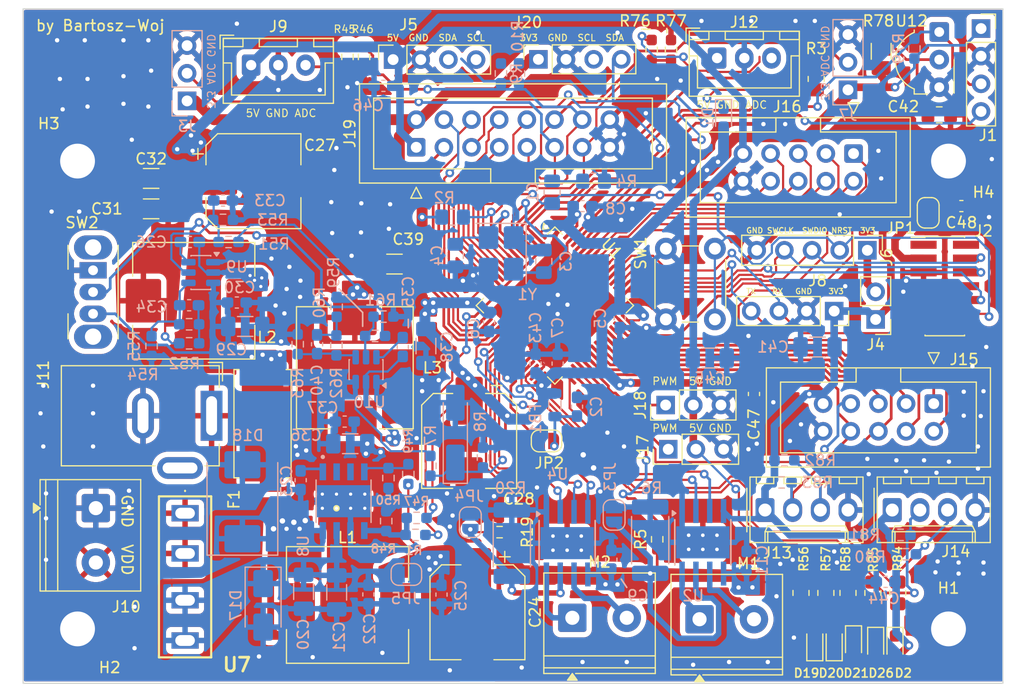
<source format=kicad_pcb>
(kicad_pcb (version 20241229) (generator "pcbnew") (generator_version "9.0")
  (layers (0 "F.Cu" signal) (2 "B.Cu" signal) (13 "F.Paste" user) (15 "B.Paste" user) (5 "F.SilkS" user "F.Silkscreen") (7 "B.SilkS" user "B.Silkscreen") (1 "F.Mask" user) (3 "B.Mask" user) (25 "Edge.Cuts" user))
  (net 0 "")
  (net 1 "VDD")
  (net 2 "/NRST")
  (net 3 "GND")
  (net 4 "/Power section/V_IN_CHK")
  (net 5 "+3.3V")
  (net 6 "Net-(U1-PF0)")
  (net 7 "Net-(U1-PF1)")
  (net 8 "V_BAT")
  (net 9 "/SWDIO")
  (net 10 "/SWCLK")
  (net 11 "/JTDI")
  (net 12 "V_MOT")
  (net 13 "+5V")
  (net 14 "/i2c_SCL")
  (net 15 "Net-(D1-K)")
  (net 16 "/IR_IN")
  (net 17 "/UART_RX")
  (net 18 "/i2c_SDA")
  (net 19 "/UART_TX")
  (net 20 "Net-(D20-A)")
  (net 21 "/Power section/V_M_VSENSE")
  (net 22 "/GND_DET")
  (net 23 "/SWO")
  (net 24 "/JRCLK")
  (net 25 "Net-(JP2-B)")
  (net 26 "Net-(M1-+)")
  (net 27 "Net-(M1--)")
  (net 28 "Net-(M2-+)")
  (net 29 "Net-(M2--)")
  (net 30 "Net-(SW2-B)")
  (net 31 "/PWM_M1_B")
  (net 32 "/Servo_1")
  (net 33 "/Servo_2")
  (net 34 "/INPUT6")
  (net 35 "/STATUS LED2")
  (net 36 "/PWM_M2_B")
  (net 37 "/PWM_M1_A")
  (net 38 "/PWM_M2_A")
  (net 39 "/STATUS LED3")
  (net 40 "/Power section/V_M_ENABLE")
  (net 41 "Net-(C1-Pad2)")
  (net 42 "Net-(U10-BOOT)")
  (net 43 "Net-(J2-Pin_3)")
  (net 46 "Net-(JP2-A)")
  (net 47 "Net-(D18-K)")
  (net 48 "Net-(U8-BOOT)")
  (net 49 "Net-(U9-BOOT)")
  (net 50 "Net-(U9-EN)")
  (net 51 "Net-(C34-Pad2)")
  (net 52 "Net-(U9-FB)")
  (net 53 "Net-(U10-FB)")
  (net 54 "Net-(C40-Pad2)")
  (net 55 "/DAC2")
  (net 56 "/DAC1")
  (net 57 "/LED_SENSOR_PWM2")
  (net 58 "Net-(D19-A)")
  (net 59 "/V_CHK")
  (net 60 "Net-(D21-K)")
  (net 61 "/KILL_PIN")
  (net 62 "Net-(J9-Pin_3)")
  (net 64 "Net-(J12-Pin_3)")
  (net 65 "Net-(JP3-B)")
  (net 66 "Net-(JP4-B)")
  (net 67 "Net-(U9-SW)")
  (net 68 "Net-(U10-SW)")
  (net 69 "/M_2_SENSE")
  (net 70 "/M_1_SENSE")
  (net 71 "Net-(U10-EN)")
  (net 72 "/INPUT2")
  (net 73 "/INPUT1")
  (net 76 "Net-(U12-Vs)")
  (net 77 "Net-(J4-Pin_2)")
  (net 78 "/Sensor1")
  (net 79 "/Sensor2")
  (net 80 "/Sensor3")
  (net 81 "/Sensor4")
  (net 82 "/Sensor5")
  (net 83 "/Sensor6")
  (net 84 "/Sensor7")
  (net 85 "/Sensor8")
  (net 86 "/STATUS LED1")
  (net 87 "/LED_SENSOR_PWM")
  (net 88 "/INPUT12")
  (net 89 "/INPUT8")
  (net 90 "/INPUT9")
  (net 91 "/INPUT16")
  (net 92 "/INPUT10")
  (net 93 "/INPUT4")
  (net 94 "/INPUT7")
  (net 95 "/INPUT3")
  (net 96 "/INPUT11")
  (net 97 "/INPUT14")
  (net 98 "/INPUT5")
  (net 99 "/INPUT15")
  (net 100 "/INPUT13")
  (net 101 "Net-(D2-K)")
  (net 102 "Net-(D26-K)")
  (footprint "footprint_library:PinHeader_2x07_P1.27mm_Vertical_SMD" (layer "F.Cu") (at 184.658 63.5)
    (property "Reference" "J2")
    (property "Value" "PROGRAMING")
  )
  (footprint "footprint_library:LED_0603_1608Metric_Pad1.05x0.95mm_HandSolder" (layer "F.Cu") (at 178.308 96.52 -90)
    (property "Reference" "D26")
    (property "Value" "LED")
  )
  (footprint "footprint_library:MountingHole_3.2mm_M3_ISO14580_Pad" (layer "F.Cu") (at 185 95)
    (property "Reference" "H1")
    (property "Value" "MountingHole_Pad")
  )
  (footprint "footprint_library:R_0805_2012Metric_Pad1.20x1.40mm_HandSolder" (layer "F.Cu") (at 180.34 91.694 90)
    (property "Reference" "R84")
    (property "Value" "510")
  )
  (footprint "footprint_library:SolderJumper-2_P1.3mm_Open_RoundedPad1.0x1.5mm" (layer "F.Cu") (at 148.082 77.724 180)
    (property "Reference" "JP2")
    (property "Value" "SolderJumper_2_Open")
  )
  (footprint "footprint_library:01000063Zfuse" (layer "F.Cu") (at 114.877049 84.366123 -90)
    (property "Reference" "U7")
    (property "Value" "fuse" (hide yes))
  )
  (footprint "footprint_library:MountingHole_3.2mm_M3_ISO14580_Pad" (layer "F.Cu") (at 185 52)
    (property "Reference" "H4")
    (property "Value" "MountingHole_Pad")
  )
  (footprint "footprint_library:Molex_KK-254_AE-6410-04A_1x04_P2.54mm_Vertical" (layer "F.Cu") (at 168.148 84.074)
    (property "Reference" "J13")
    (property "Value" "Encoder A")
  )
  (footprint "footprint_library:TerminalBlock_Phoenix_PT-1,5-2-5.0-H_1x02_P5.00mm_Horizontal" (layer "F.Cu") (at 150.448 93.98)
    (property "Reference" "M2")
    (property "Value" "Motor_DC")
  )
  (footprint "footprint_library:C_0603_1608Metric_Pad1.08x0.95mm_HandSolder" (layer "F.Cu") (at 167.132 73.406 -90)
    (property "Reference" "C47")
    (property "Value" "0.1uF")
  )
  (footprint "footprint_library:C_1206_3216Metric_Pad1.33x1.80mm_HandSolder" (layer "F.Cu") (at 111.76 56.388 180)
    (property "Reference" "C31")
    (property "Value" "22uF")
  )
  (footprint "footprint_library:PinSocket_1x04_P2.54mm_Vertical" (layer "F.Cu") (at 187.987988 39.81715)
    (property "Reference" "J1")
    (property "Value" "IR")
  )
  (footprint "footprint_library:R_0603_1608Metric_Pad0.98x0.95mm_HandSolder" (layer "F.Cu") (at 131.318 42.418 -90)
    (property "Reference" "R46")
    (property "Value" "10k")
  )
  (footprint "footprint_library:R_0805_2012Metric_Pad1.20x1.40mm_HandSolder" (layer "F.Cu") (at 172.847 44.45 90)
    (property "Reference" "R3")
    (property "Value" "510")
  )
  (footprint "footprint_library:PinSocket_1x04_P2.54mm_Vertical" (layer "F.Cu") (at 133.985 42.672 90)
    (property "Reference" "J5")
    (property "Value" "i2c")
  )
  (footprint "footprint_library:JST_XH_B3B-XH-A_1x03_P2.50mm_Vertical" (layer "F.Cu") (at 120.944 43.18)
    (property "Reference" "J9")
    (property "Value" "Analog sensor")
  )
  (footprint "footprint_library:L_TechFuse_SL1040" (layer "F.Cu") (at 130.470613 70.996355 90)
    (property "Reference" "L3")
    (property "Value" "10uH")
  )
  (footprint "footprint_library:JST_XH_B3B-XH-A_1x03_P2.50mm_Vertical" (layer "F.Cu") (at 163.743 42.528)
    (property "Reference" "J12")
    (property "Value" "Analog sensor")
  )
  (footprint "footprint_library:Fuseholder_Littelfuse_Nano2_154x" (layer "F.Cu") (at 121.992802 76.137534 90)
    (property "Reference" "F1")
    (property "Value" "Fuse")
  )
  (footprint "footprint_library:LED_0603_1608Metric_Pad1.05x0.95mm_HandSolder" (layer "F.Cu") (at 174.498 96.266 90)
    (property "Reference" "D20")
    (property "Value" "5V state")
  )
  (footprint "footprint_library:LED_0603_1608Metric_Pad1.05x0.95mm_HandSolder" (layer "F.Cu") (at 180.086 96.52 -90)
    (property "Reference" "D2")
    (property "Value" "LED")
  )
  (footprint "footprint_library:R_0805_2012Metric_Pad1.20x1.40mm_HandSolder" (layer "F.Cu") (at 171.45 91.694 -90)
    (property "Reference" "R56")
    (property "Value" "910")
  )
  (footprint "footprint_library:BarrelJack_GCT_DCJ200-10-A_Horizontal" (layer "F.Cu") (at 117.313143 75.408302 -90)
    (property "Reference" "J11")
    (property "Value" "Barrel_Jack_Switch")
  )
  (footprint "footprint_library:C_0603_1608Metric_Pad1.08x0.95mm_HandSolder" (layer "F.Cu") (at 186.182 56.134)
    (property "Reference" "C48")
    (property "Value" "0.1uF")
  )
  (footprint "footprint_library:PinSocket_1x04_P2.54mm_Vertical" (layer "F.Cu") (at 147.33 42.647 90)
    (property "Reference" "J20")
    (property "Value" "i2c")
  )
  (footprint "footprint_library:C_1206_3216Metric_Pad1.33x1.80mm_HandSolder" (layer "F.Cu") (at 111.76 53.594 180)
    (property "Reference" "C32")
    (property "Value" "22uF")
  )
  (footprint "footprint_library:PinSocket_1x04_P2.54mm_Vertical" (layer "F.Cu") (at 174.498 65.786 -90)
    (property "Reference" "J8")
    (property "Value" "UART (bluetooth)")
  )
  (footprint "footprint_library:R_1206_3216Metric_Pad1.30x1.75mm_HandSolder" (layer "F.Cu") (at 178.816 41.91 -90)
    (property "Reference" "R78")
    (property "Value" "100")
  )
  (footprint "footprint_library:C_0805_2012Metric_Pad1.18x1.45mm_HandSolder" (layer "F.Cu") (at 184.15 47.752)
    (property "Reference" "C42")
    (property "Value" "0.1uF")
  )
  (footprint "footprint_library:PinHeader_1x05_P2.54mm_Vertical" (layer "F.Cu") (at 177.546 60.198 -90)
    (property "Reference" "J6")
    (property "Value" "STLINK")
  )
  (footprint "footprint_library:C_1206_3216Metric_Pad1.33x1.80mm_HandSolder" (layer "F.Cu") (at 134.112 61.468 180)
    (property "Reference" "C39")
    (property "Value" "22uF")
  )
  (footprint "footprint_library:Vishay_MOLD-3Pin" (layer "F.Cu") (at 184.15 40.132 -90)
    (property "Reference" "U12")
    (property "Value" "TSOP321xx")
  )
  (footprint "footprint_library:R_0603_1608Metric_Pad0.98x0.95mm_HandSolder" (layer "F.Cu") (at 158.242 86.7645 90)
    (property "Reference" "R5")
    (property "Value" "10k")
  )
  (footprint "footprint_library:PinHeader_1x02_P2.54mm_Vertical" (layer "F.Cu") (at 178.308 66.553 180)
    (property "Reference" "J4")
    (property "Value" "Conn_01x02_Pin")
  )
  (footprint "footprint_library:MountingHole_3.2mm_M3_ISO14580_Pad" (layer "F.Cu") (at 105 52)
    (property "Reference" "H3")
    (property "Value" "MountingHole_Pad")
  )
  (footprint "footprint_library:R_0603_1608Metric_Pad0.98x0.95mm_HandSolder" (layer "F.Cu") (at 129.794 42.418 90)
    (property "Reference" "R45")
    (property "Value" "5.1k")
  )
  (footprint "footprint_library:IDC-Header_2x05_P2.54mm_Vertical" (layer "F.Cu") (at 183.642 74.295 -90)
    (property "Reference" "J15")
    (property "Value" "Conn_02x05_Odd_Even")
  )
  (footprint "footprint_library:LED_0603_1608Metric_Pad1.05x0.95mm_HandSolder" (layer "F.Cu") (at 172.72 96.266 90)
    (property "Reference" "D19")
    (property "Value" "V_MOT state")
  )
  (footprint "footprint_library:R_0805_2012Metric_Pad1.20x1.40mm_HandSolder" (layer "F.Cu") (at 178.054 91.694 90)
    (property "Reference" "R85")
    (property "Value" "510")
  )
  (footprint "footprint_library:IDC-Header_2x08_P2.54mm_Vertical" (layer "F.Cu") (at 136.11 50.73 90)
    (property "Reference" "J19")
    (property "Value" "Conn_02x08_Odd_Even")
  )
  (footprint "footprint_library:TerminalBlock_Phoenix_PT-1,5-2-5.0-H_1x02_P5.00mm_Horizontal" (layer "F.Cu") (at 162.132 94.1095)
    (property "Reference" "M1")
    (property "Value" "Motor_DC")
  )
  (footprint "footprint_library:CP_Elec_8x10.5" (layer "F.Cu") (at 140.97 77.724 -90)
    (property "Reference" "C28")
    (property "Value" "100uF")
  )
  (footprint "footprint_library:TerminalBlock_Phoenix_PT-1,5-2-5.0-H_1x02_P5.00mm_Horizontal" (layer "F.Cu") (at 106.68 83.9 -90)
    (property "Reference" "J10")
    (property "Value" "Screw_Terminal_01x02")
  )
  (footprint "footprint_library:PinHeader_1x03_P2.54mm_Vertical" (layer "F.Cu") (at 159.258 78.486 90)
    (property "Reference" "J17")
    (property "Value" "Conn_01x03_Pin")
  )
  (footprint "footprint_library:L_TechFuse_SL1040" (layer "F.Cu") (at 129.8 92.8)
    (property "Reference" "L1")
    (property "Value" "15uH")
  )
  (footprint "footprint_library:CP_Elec_8x10.5" (layer "F.Cu") (at 141.732 93.472 -90)
    (property "Reference" "C24")
    (property "Value" "330uF")
  )
  (footprint "footprint_library:Molex_KK-254_AE-6410-04A_1x04_P2.54mm_Vertical" (layer "F.Cu") (at 179.832 84.074)
    (property "Reference" "J14")
    (property "Value" "Encoder B")
  )
  (footprint "footprint_library:R_0603_1608Metric_Pad0.98x0.95mm_HandSolder" (layer "F.Cu") (at 157.734 41.783 -90)
    (property "Reference" "R76")
    (property "Value" "5.1k")
  )
  (footprint "footprint_library:R_0805_2012Metric_Pad1.20x1.40mm_HandSolder" (layer "F.Cu") (at 173.736 91.694 -90)
    (property "Reference" "R57")
    (property "Value" "750")
  )
  (footprint "footprint_library:LQFP-64_10x10mm_P0.5mm" (layer "F.Cu") (at 148.844 65.278 -45)
    (property "Reference" "U1")
    (property "Value" "STM32G431RBTx")
  )
  (footprint "footprint_library:CP_Elec_8x10.5" (layer "F.Cu") (at 121.158 53.848)
    (property "Reference" "C27")
    (property "Value" "100uF")
  )
  (footprint "footprint_library:MountingHole_3.2mm_M3_ISO14580_Pad" (layer "F.Cu") (at 105 95)
    (property "Reference" "H2")
    (property "Value" "MountingHole_Pad")
  )
  (footprint "footprint_library:SW_PUSH_6mm" (layer "F.Cu") (at 159.04 66.548 90)
    (property "Reference" "SW1")
    (property "Value" "SW_Reset")
  )
  (footprint "footprint_library:LED_0603_1608Metric_Pad1.05x0.95mm_HandSolder" (layer "F.Cu") (at 176.276 96.379 -90)
    (property "Reference" "D21")
    (property "Value" "3.3V state")
  )
  (footprint "footprint_library:R_0603_1608Metric_Pad0.98x0.95mm_HandSolder" (layer "F.Cu") (at 143.764 86.106)
    (property "Reference" "R19")
    (property "Value" "10k")
  )
  (footprint "footprint_library:R_0805_2012Metric_Pad1.20x1.40mm_HandSolder" (layer "F.Cu") (at 175.768 91.694 90)
    (property "Reference" "R58")
    (property "Value" "620")
  )
  (footprint "footprint_library:SW_Slide_SPDT_Angled_CK_OS102011MA1Q" (layer "F.Cu") (at 106.426 62.037574 -90)
    (property "Reference" "SW2")
    (property "Value" "SW_SPDT_321")
  )
  (footprint "footprint_library:IDC-Header_2x05_P2.54mm_Vertical" (layer "F.Cu") (at 176.276 51.308 -90)
    (property "Reference" "J16")
    (property "Value" "Conn_02x05_Odd_Even")
  )
  (footprint "footprint_library:SolderJumper-2_P1.3mm_Open_RoundedPad1.0x1.5mm" (layer "F.Cu") (at 183.134 56.754 90)
    (property "Reference" "JP1")
    (property "Value" "SolderJumper_2_Open")
  )
  (footprint "footprint_library:L_TechFuse_SL1040" (layer "F.Cu") (at 115.674664 64.837053 180)
    (property "Reference" "L2")
    (property "Value" "15uH")
  )
  (footprint "footprint_library:PinHeader_1x03_P2.54mm_Vertical" (layer "F.Cu") (at 159.019 74.422 90)
    (property "Reference" "J18")
    (property "Value" "Conn_01x03_Pin")
  )
  (footprint "footprint_library:R_0603_1608Metric_Pad0.98x0.95mm_HandSolder" (layer "F.Cu") (at 159.512 41.783 90)
    (property "Reference" "R77")
    (property "Value" "10k")
  )
  (footprint "footprint_library:C_0603_1608Metric_Pad1.08x0.95mm_HandSolder" (layer "B.Cu") (at 127 68.834 90)
    (property "Reference" "C40")
    (property "Value" "56pF")
  )
  (footprint "footprint_library:L_0805_2012Metric" (layer "B.Cu") (at 148.844 74.422 -90)
    (property "Reference" "FB1")
    (property "Value" "FerriteBead_Small")
  )
  (footprint "footprint_library:SolderJumper-2_P1.3mm_Open_RoundedPad1.0x1.5mm" (layer "B.Cu") (at 154.286265 84.523346 -90)
    (property "Reference" "JP3")
    (property "Value" "SolderJumper_2_Open")
  )
  (footprint "footprint_library:R_0603_1608Metric_Pad0.98x0.95mm_HandSolder" (layer "B.Cu") (at 181.864 41.656 -90)
    (property "Reference" "R79")
    (property "Value" "10k")
  )
  (footprint "footprint_library:R_2512_6332Metric_Pad1.40x3.35mm_HandSolder" (layer "B.Cu") (at 144.889365 87.117577 90)
    (property "Reference" "R20")
    (property "Value" "0.15")
  )
  (footprint "footprint_library:Texas_HTSOP-8-1EP_3.9x4.9mm_P1.27mm_EP2.95x4.9mm_Mask2.4x3.1mm_ThermalVias" (layer "B.Cu") (at 162.433 87.041 -90)
    (property "Reference" "U2")
    (property "Value" "DRV8870DDA")
  )
  (footprint "footprint_library:R_0603_1608Metric_Pad0.98x0.95mm_HandSolder" (layer "B.Cu") (at 125.222 68.834 90)
    (property "Reference" "R63")
    (property "Value" "22.1k")
  )
  (footprint "footprint_library:C_0603_1608Metric_Pad1.08x0.95mm_HandSolder" (layer "B.Cu") (at 138.43 91.8475 -90)
    (property "Reference" "C25")
    (property "Value" "0.01uF")
  )
  (footprint "footprint_library:R_0603_1608Metric_Pad0.98x0.95mm_HandSolder" (layer "B.Cu") (at 118.872 59.436 180)
    (property "Reference" "R51")
    (property "Value" "105k")
  )
  (footprint "footprint_library:R_0603_1608Metric_Pad0.98x0.95mm_HandSolder" (layer "B.Cu") (at 136.144 84.8 180)
    (property "Reference" "R47")
    (property "Value" "R")
  )
  (footprint "footprint_library:C_0603_1608Metric_Pad1.08x0.95mm_HandSolder" (layer "B.Cu") (at 115.25 65.25)
    (property "Reference" "C34")
    (property "Value" "75pF")
  )
  (footprint "footprint_library:R_0603_1608Metric_Pad0.98x0.95mm_HandSolder" (layer "B.Cu") (at 169.672 81.534)
    (property "Reference" "R83")
    (property "Value" "10k")
  )
  (footprint "footprint_library:R_2512_6332Metric_Pad1.40x3.35mm_HandSolder" (layer "B.Cu") (at 157.599261 86.844546 90)
    (property "Reference" "R6")
    (property "Value" "0.15")
  )
  (footprint "footprint_library:R_0603_1608Metric_Pad0.98x0.95mm_HandSolder" (layer "B.Cu") (at 111.8 69 -90)
    (property "Reference" "R55")
    (property "Value" "13.3k")
  )
  (footprint "footprint_library:C_0603_1608Metric_Pad1.08x0.95mm_HandSolder" (layer "B.Cu") (at 150.876 74.5755 -90)
    (property "Reference" "C2")
    (property "Value" "0.1uF")
  )
  (footprint "footprint_library:C_0805_2012Metric_Pad1.18x1.45mm_HandSolder" (layer "B.Cu") (at 148.59 54.864 90)
    (property "Reference" "C1")
    (property "Value" "0.1uF")
  )
  (footprint "footprint_library:R_0603_1608Metric_Pad0.98x0.95mm_HandSolder" (layer "B.Cu") (at 133.096 66.294 180)
    (property "Reference" "R61")
    (property "Value" "105k")
  )
  (footprint "footprint_library:R_0603_1608Metric_Pad0.98x0.95mm_HandSolder" (layer "B.Cu") (at 180.594 86.36)
    (property "Reference" "R81")
    (property "Value" "10k")
  )
  (footprint "footprint_library:Texas_HTSOP-8-1EP_3.9x4.9mm_P1.27mm_EP2.95x4.9mm_Mask2.4x3.1mm_ThermalVias" (layer "B.Cu") (at 149.969365 87.117577 -90)
    (property "Reference" "U4")
    (property "Value" "DRV8870DDA")
  )
  (footprint "footprint_library:C_0603_1608Metric_Pad1.08x0.95mm_HandSolder" (layer "B.Cu") (at 133.096 45.085 180)
    (property "Reference" "C46")
    (property "Value" "0.1uF")
  )
  (footprint "footprint_library:SOT-23-6" (layer "B.Cu") (at 131.5 71.169006 90)
    (property "Reference" "U10")
    (property "Value" "TPS54202DDC")
  )
  (footprint "footprint_library:C_1206_3216Metric_Pad1.33x1.80mm_HandSolder" (layer "B.Cu") (at 125.760979 91.582604 -90)
    (property "Reference" "C20")
    (property "Value" "4.7uF")
  )
  (footprint "footprint_library:R_0603_1608Metric_Pad0.98x0.95mm_HandSolder" (layer "B.Cu") (at 133.35 85.09 -90)
    (property "Reference" "R48")
    (property "Value" "R")
  )
  (footprint "footprint_library:D_SMC" (layer "B.Cu") (at 120.142 83.312 90)
    (property "Reference" "D18")
    (property "Value" "B540C")
  )
  (footprint "footprint_library:C_0603_1608Metric_Pad1.08x0.95mm_HandSolder" (layer "B.Cu") (at 147.066 70.612 90)
    (property "Reference" "C43")
    (property "Value" "C")
  )
  (footprint "footprint_library:R_0805_2012Metric_Pad1.20x1.40mm_HandSolder" (layer "B.Cu") (at 139.446 57.15)
    (property "Reference" "R2")
    (property "Value" "10k")
  )
  (footprint "footprint_library:C_0603_1608Metric_Pad1.08x0.95mm_HandSolder" (layer "B.Cu") (at 129.54 75.946)
    (property "Reference" "C37")
    (property "Value" "0.1uF")
  )
  (footprint "footprint_library:C_0603_1608Metric_Pad1.08x0.95mm_HandSolder" (layer "B.Cu") (at 142.8 66.8 -90)
    (property "Reference" "C6")
    (property "Value" "C")
  )
  (footprint "footprint_library:C_0603_1608Metric_Pad1.08x0.95mm_HandSolder" (layer "B.Cu") (at 115.316 59.436)
    (property "Reference" "C26")
    (property "Value" "0.1uF")
  )
  (footprint "footprint_library:C_0603_1608Metric_Pad1.08x0.95mm_HandSolder" (layer "B.Cu") (at 149.098 70.612 90)
    (property "Reference" "C7")
    (property "Value" "C")
  )
  (footprint "footprint_library:C_0603_1608Metric_Pad1.08x0.95mm_HandSolder" (layer "B.Cu") (at 151.384 56.134)
    (property "Reference" "C8")
    (property "Value" "C")
  )
  (footprint "footprint_library:CONV_TPS5450DDAR" (layer "B.Cu") (at 129.434323 83.263662 -90)
    (property "Reference" "U8")
    (property "Value" "TPS5450DDAR")
  )
  (footprint "footprint_library:R_0603_1608Metric_Pad0.98x0.95mm_HandSolder" (layer "B.Cu") (at 143.891 43.942 90)
    (property "Reference" "R9")
    (property "Value" "10k")
  )
  (footprint "footprint_library:R_0603_1608Metric_Pad0.98x0.95mm_HandSolder" (layer "B.Cu") (at 137.414 80.01 90)
    (property "Reference" "R7")
    (property "Value" "20k")
  )
  (footprint "footprint_library:C_0603_1608Metric_Pad1.08x0.95mm_HandSolder" (layer "B.Cu") (at 179.2235 90.678 180)
    (property "Reference" "C44")
    (property "Value" "0.1uF")
  )
  (footprint "footprint_library:C_0603_1608Metric_Pad1.08x0.95mm_HandSolder" (layer "B.Cu") (at 134.874 69.088 -90)
    (property "Reference" "C35")
    (property "Value" "0.1uF")
  )
  (footprint "footprint_library:LED_0603_1608Metric_Pad1.05x0.95mm_HandSolder" (layer "B.Cu") (at 164.338 48.006 -90)
    (property "Reference" "D1")
    (property "Value" "LED")
  )
  (footprint "footprint_library:SolderJumper-2_P1.3mm_Open_RoundedPad1.0x1.5mm" (layer "B.Cu") (at 141.079365 85.197577 -90)
    (property "Reference" "JP4")
    (property "Value" "SolderJumper_2_Open")
  )
  (footprint "footprint_library:R_0603_1608Metric_Pad0.98x0.95mm_HandSolder" (layer "B.Cu") (at 118.364 57.404)
    (property "Reference" "R53")
    (property "Value" "105k")
  )
  (footprint "footprint_library:C_0603_1608Metric_Pad1.08x0.95mm_HandSolder" (layer "B.Cu") (at 154.8 66.4475 -90)
    (property "Reference" "C5")
    (property "Value" "C")
  )
  (footprint "footprint_library:R_0603_1608Metric_Pad0.98x0.95mm_HandSolder" (layer "B.Cu") (at 145.542 43.942 90)
    (property "Reference" "R10")
    (property "Value" "10k")
  )
  (footprint "footprint_library:C_1206_3216Metric_Pad1.33x1.80mm_HandSolder" (layer "B.Cu") (at 163.068 70.104)
    (property "Reference" "C45")
    (property "Value" "22uF")
  )
  (footprint "footprint_library:PinHeader_1x03_P2.54mm_Vertical" (layer "B.Cu") (at 115.062 46.467)
    (property "Reference" "J3")
    (property "Value" "Conn_01x03_Pin")
  )
  (footprint "footprint_library:R_0603_1608Metric_Pad0.98x0.95mm_HandSolder" (layer "B.Cu") (at 142.24 79.248 -90)
    (property "Reference" "R8")
    (property "Value" "10k")
  )
  (footprint "footprint_library:C_1206_3216Metric_Pad1.33x1.80mm_HandSolder" (layer "B.Cu") (at 120.4 67.2)
    (property "Reference" "C29")
    (property "Value" "10uF")
  )
  (footprint "footprint_library:C_0603_1608Metric_Pad1.08x0.95mm_HandSolder" (layer "B.Cu") (at 118.364 55.626)
    (property "Reference" "C33")
    (property "Value" "10pF")
  )
  (footprint "footprint_library:R_0603_1608Metric_Pad0.98x0.95mm_HandSolder" (layer "B.Cu") (at 136.0405 86.36)
    (property "Reference" "R1")
    (property "Value" "10k")
  )
  (footprint "footprint_library:R_0603_1608Metric_Pad0.98x0.95mm_HandSolder" (layer "B.Cu") (at 128.778 68.9375 90)
    (property "Reference" "R62")
    (property "Value" "100k")
  )
  (footprint "footprint_library:C_0603_1608Metric_Pad1.08x0.95mm_HandSolder" (layer "B.Cu") (at 125.494659 81.330775 -90)
    (property "Reference" "C23")
    (property "Value" "0.01uF")
  )
  (footprint "footprint_library:R_0805_2012Metric_Pad1.20x1.40mm_HandSolder" (layer "B.Cu") (at 152.4 53.848)
    (property "Reference" "R4")
    (property "Value" "100")
  )
  (footprint "footprint_library:C_1206_3216Metric_Pad1.33x1.80mm_HandSolder" (layer "B.Cu") (at 172.974 69.088 180)
    (property "Reference" "C41")
    (property "Value" "22uF")
  )
  (footprint "footprint_library:R_0603_1608Metric_Pad0.98x0.95mm_HandSolder" (layer "B.Cu") (at 169.926 79.502)
    (property "Reference" "R82")
    (property "Value" "10k")
  )
  (footprint "footprint_library:D_MiniMELF_Handsoldering" (layer "B.Cu") (at 139.7 76.962 90)
    (property "Reference" "D3" (hide yes))
    (property "Value" "D_Zener")
  )
  (footprint "footprint_library:SolderJumper-2_P1.3mm_Open_RoundedPad1.0x1.5mm" (layer "B.Cu") (at 135.203484 89.995875)
    (property "Reference" "JP5")
    (property "Value" "SolderJumper_2_Open")
  )
  (footprint "footprint_library:R_0603_1608Metric_Pad0.98x0.95mm_HandSolder" (layer "B.Cu") (at 181.102 88.138)
    (property "Reference" "R80")
    (property "Value" "10k")
  )
  (footprint "footprint_library:R_0603_1608Metric_Pad0.98x0.95mm_HandSolder" (layer "B.Cu") (at 128.8 65.4 -90)
    (property "Reference" "R60")
    (property "Value" "49.9")
  )
  (footprint "footprint_library:C_0805_2012Metric_Pad1.18x1.45mm_HandSolder" (layer "B.Cu") (at 147.828 61.214 90)
    (property "Reference" "C3")
    (property "Value" "20pF")
  )
  (footprint "footprint_library:C_0805_2012Metric_Pad1.18x1.45mm_HandSolder" (layer "B.Cu") (at 139.7 60.6845 -90)
    (property "Reference" "C4")
    (property "Value" "20pF")
  )
  (footprint "footprint_library:C_0603_1608Metric_Pad1.08x0.95mm_HandSolder" (layer "B.Cu") (at 119.634 65)
    (property "Reference" "C30")
    (property "Value" "0.1uF")
  )
  (footprint "footprint_library:Crystal_SMD_3225-4Pin_3.2x2.5mm_HandSoldering" (layer "B.Cu") (at 143.898 60.483 -90)
    (property "Reference" "Y1")
    (property "Value" "Crystal_GND24")
  )
  (footprint "footprint_library:C_0603_1608Metric_Pad1.08x0.95mm_HandSolder" (layer "B.Cu") (at 131.714719 91.832162 -90)
    (property "Reference" "C22")
    (property "Value" "0.01uF")
  )
  (footprint "footprint_library:C_1206_3216Metric_Pad1.33x1.80mm_HandSolder" (layer "B.Cu") (at 130.048 77.978)
    (property "Reference" "C36")
    (property "Value" "10uF")
  )
  (footprint "footprint_library:R_0603_1608Metric_Pad0.98x0.95mm_HandSolder" (layer "B.Cu") (at 132.334 68.072 180)
    (property "Reference" "R59")
    (property "Value" "390k")
  )
  (footprint "footprint_library:C_0603_1608Metric_Pad1.08x0.95mm_HandSolder" (layer "B.Cu") (at 154.033365 88.641577 90)
    (property "Reference" "C9")
    (property "Value" "0.1uF")
  )
  (footprint "footprint_library:R_0603_1608Metric_Pad0.98x0.95mm_HandSolder" (layer "B.Cu") (at 115.25 67)
    (property "Reference" "R54")
    (property "Value" "100k")
  )
  (footprint "footprint_library:PinHeader_1x03_P2.54mm_Vertical" (layer "B.Cu") (at 175.768 45.451)
    (property "Reference" "J7")
    (property "Value" "Conn_01x03_Pin")
  )
  (footprint "footprint_library:C_1206_3216Metric_Pad1.33x1.80mm_HandSolder" (layer "B.Cu") (at 128.803209 91.642023 -90)
    (property "Reference" "C21")
    (property "Value" "4.7uF")
  )
  (footprint "footprint_library:R_0603_1608Metric_Pad0.98x0.95mm_HandSolder" (layer "B.Cu") (at 115.25 68.75)
    (property "Reference" "R52")
    (property "Value" "49.9")
  )
  (footprint "footprint_library:D_SMA" (layer "B.Cu") (at 122.044705 92.83255 -90)
    (property "Reference" "D17")
    (property "Value" "D")
  )
  (footprint "footprint_library:SOT-23-6" (layer "B.Cu") (at 116.326948 62.243638 180)
    (property "Reference" "U9")
    (property "Value" "TPS54202DDC")
  )
  (footprint "footprint_library:C_0603_1608Metric_Pad1.08x0.95mm_HandSolder" (layer "B.Cu") (at 166.451199 88.742077 90)
    (property "Reference" "C11")
    (property "Value" "0.1uF")
  )
  (footprint "footprint_library:R_0603_1608Metric_Pad0.98x0.95mm_HandSolder" (layer "B.Cu") (at 135.382 80.772 90)
    (property "Reference" "R49")
    (property "Value" "10k")
  )
  (footprint "footprint_library:R_0603_1608Metric_Pad0.98x0.95mm_HandSolder" (layer "B.Cu") (at 133.554389 81.133852 -90)
    (property "Reference" "R50")
    (property "Value" "2,32k")
  )
  (footprint "footprint_library:C_1206_3216Metric_Pad1.33x1.80mm_HandSolder" (layer "B.Cu") (at 137 69 -90)
    (property "Reference" "C38")
    (property "Value" "22uF")
  )
  (gr_line (start 159.12562 39.81274) (end 159.136379 40.197259) (stroke (width 0.15)) (layer "F.SilkS"))
  (gr_line (start 157.607 39.878) (end 156.845 39.878) (stroke (width 0.15)) (layer "F.SilkS"))
  (gr_line (start 155.448 91.186) (end 154.94 90.424) (stroke (width 0.15)) (layer "B.SilkS"))
  (gr_line (start 129.032 63.754) (end 131.188203 65.913) (stroke (width 0.15)) (layer "B.SilkS"))
  (gr_line (start 135.382 66.548) (end 135.382 67.31) (stroke (width 0.15)) (layer "B.SilkS"))
  (gr_line (start 131.188203 65.913) (end 131.188203 67.183) (stroke (width 0.15)) (layer "B.SilkS"))
  (gr_rect (start 100 38) (end 190 100) (stroke (width 0.1)) (fill no) (layer "Edge.Cuts"))
  (gr_text "PWM  5V GND" (at 157.734 72.644 0) (layer "F.SilkS") (effects (font (size 0.7 0.7) (thickness 0.1)) (justify left bottom)))
  (gr_text "5V  GND  SDA  SCL       3V3  GND  SCL  SDA" (at 133.35 41.021 0) (layer "F.SilkS") (effects (font (size 0.6 0.6) (thickness 0.1) (bold yes)) (justify left bottom)))
  (gr_text "GND  VDD" (at 108.966 82.55 270) (layer "F.SilkS") (effects (font (size 1 1)) (justify left bottom)))
  (gr_text "5V GND ADC" (at 161.798 47.244 0) (layer "F.SilkS") (effects (font (size 0.7 0.7) (thickness 0.1)) (justify left bottom)))
  (gr_text "5V GND ADC" (at 120.396 48.006 0) (layer "F.SilkS") (effects (font (size 0.7 0.7) (thickness 0.1)) (justify left bottom)))
  (gr_text "by Bartosz-Woj" (at 101.092 40.132 0) (layer "F.SilkS") (effects (font (size 1 1)) (justify left bottom)))
  (gr_text "PWM  5V GND" (at 157.734 76.962 0) (layer "F.SilkS") (effects (font (size 0.7 0.7) (thickness 0.1)) (justify left bottom)))
  (gr_text "GND SWCLK  SWDIO NRST  3V3" (at 166.37 58.674 0) (layer "F.SilkS") (effects (font (size 0.5 0.5) (thickness 0.1)) (justify left bottom)))
  (gr_text "TX    RX   GND    3V3" (at 166.37 64.262 0) (layer "F.SilkS") (effects (font (size 0.5 0.5) (thickness 0.1)) (justify left bottom)))
  (gr_text "3.3 ADC GND" (at 173.228 46.482 270) (layer "B.SilkS") (effects (font (size 0.7 0.7) (thickness 0.1)) (justify left bottom mirror)))
  (gr_text "3.3 ADC GND" (at 116.84 47.244 270) (layer "B.SilkS") (effects (font (size 0.7 0.7) (thickness 0.1)) (justify left bottom mirror)))
  (segment (start 145.361499 60.734839) (end 143.002855 58.376195) (width 0.25) (layer "F.Cu") (net 2))
  (segment (start 143.961339 56.146) (end 143.961339 55.438661) (width 0.2) (layer "F.Cu") (net 2))
  (segment (start 188.468 66.04) (end 188.722 66.294) (width 0.2) (layer "F.Cu") (net 2))
  (segment (start 143.002855 58.376195) (end 143.002855 56.679263) (width 0.25) (layer "F.Cu") (net 2))
  (segment (start 143.002855 56.679263) (end 143.428076 56.679263) (width 0.2) (layer "F.Cu") (net 2))
  (segment (start 158.496 55.118) (end 163.698 55.118) (width 0.25) (layer "F.Cu") (net 2))
  (segment (start 143.428076 56.679263) (end 143.961339 56.146) (width 0.2) (layer "F.Cu") (net 2))
  (segment (start 143.961339 55.438661) (end 144.36645 55.03355) (width 0.2) (layer "F.Cu") (net 2))
  (segment (start 144.36645 55.03355) (end 146.8 55.03355) (width 0.2) (layer "F.Cu") (net 2))
  (segment (start 163.698 55.118) (end 163.83 55.25) (width 0.25) (layer "F.Cu") (net 2))
  (segment (start 186.608 66.04) (end 188.468 66.04) (width 0.2) (layer "F.Cu") (net 2))
  (via (at 158.496 55.118) (size 0.8) (drill 0.4) (layers "F.Cu" "B.Cu") (net 2))
  (via (at 146.8 55.03355) (size 0.8) (drill 0.4) (layers "F.Cu" "B.Cu") (net 2))
  (via (at 143.002855 56.679263) (size 0.8) (drill 0.4) (layers "F.Cu" "B.Cu") (net 2))
  (via (at 188.722 66.294) (size 0.8) (drill 0.4) (layers "F.Cu" "B.Cu") (net 2))
  (via (at 163.83 55.25) (size 0.8) (drill 0.4) (layers "F.Cu" "B.Cu") (net 2))
  (segment (start 164.541 59.047) (end 163.83 58.336) (width 0.25) (layer "B.Cu") (net 2))
  (segment (start 165.8 60.23976) (end 167.02824 61.468) (width 0.2) (layer "B.Cu") (net 2))
  (segment (start 168.775 59.72124) (end 169.44924 59.047) (width 0.2) (layer "B.Cu") (net 2))
  (segment (start 164.847 59.047) (end 165.8 60) (width 0.2) (layer "B.Cu") (net 2))
  (segment (start 176.157 59.047) (end 175.006 60.198) (width 0.2) (layer "B.Cu") (net 2))
  (segment (start 167.02824 61.468) (end 167.74376 61.468) (width 0.2) (layer "B.Cu") (net 2))
  (segment (start 147.66795 55.9015) (end 146.8 55.03355) (width 0.2) (layer "B.Cu") (net 2))
  (segment (start 188.722 66.294) (end 188.722 60.198) (width 0.2) (layer "B.Cu") (net 2))
  (segment (start 149.3735 55.118) (end 158.496 55.118) (width 0.2) (layer "B.Cu") (net 2))
  (segment (start 167.74376 61.468) (end 168.775 60.43676) (width 0.2) (layer "B.Cu") (net 2))
  (segment (start 164.541 59.047) (end 164.847 59.047) (width 0.2) (layer "B.Cu") (net 2))
  (segment (start 148.59 55.9015) (end 147.66795 55.9015) (width 0.2) (layer "B.Cu") (net 2))
  (segment (start 163.83 58.336) (end 163.83 55.25) (width 0.25) (layer "B.Cu") (net 2))
  (segment (start 187.571 59.047) (end 176.157 59.047) (width 0.2) (layer "B.Cu") (net 2))
  (segment (start 173.855 59.047) (end 175.006 60.198) (width 0.2) (layer "B.Cu") (net 2))
  (segment (start 148.59 55.9015) (end 149.3735 55.118) (width 0.2) (layer "B.Cu") (net 2))
  (segment (start 188.722 60.198) (end 187.571 59.047) (width 0.2) (layer "B.Cu") (net 2))
  (segment (start 168.775 60.43676) (end 168.775 59.72124) (width 0.2) (layer "B.Cu") (net 2))
  (segment (start 164.541 59.047) (end 163.54 60.048) (width 0.2) (layer "B.Cu") (net 2))
  (segment (start 169.44924 59.047) (end 173.855 59.047) (width 0.2) (layer "B.Cu") (net 2))
  (segment (start 140.446 57.15) (end 142.532118 57.15) (width 0.2) (layer "B.Cu") (net 2))
  (segment (start 142.532118 57.15) (end 143.002855 56.679263) (width 0.2) (layer "B.Cu") (net 2))
  (segment (start 165.8 60) (end 165.8 60.23976) (width 0.2) (layer "B.Cu") (net 2))
  (segment (start 163.54 60.048) (end 163.54 66.548) (width 0.2) (layer "B.Cu") (net 2))
  (segment (start 150.558734 58.967072) (end 149.96181 59.563996) (width 0.25) (layer "F.Cu") (net 3))
  (segment (start 182.708 63.5) (end 181.61 63.5) (width 0.25) (layer "F.Cu") (net 3))
  (segment (start 147.129266 71.588928) (end 147.828 70.890194) (width 0.25) (layer "F.Cu") (net 3))
  (segment (start 146.948694 69.851306) (end 146.675179 69.577791) (width 0.25) (layer "F.Cu") (net 3))
  (segment (start 151.892 57.633806) (end 151.892 57.15) (width 0.25) (layer "F.Cu") (net 3))
  (segment (start 147.648694 70.351306) (end 153.081097 64.918903) (width 0.25) (layer "F.Cu") (net 3))
  (segment (start 142.533072 63.563266) (end 141.662 62.692194) (width 0.2) (layer "F.Cu") (net 3))
  (segment (start 146.675179 67.524821) (end 151.181097 63.018903) (width 0.25) (layer "F.Cu") (net 3))
  (segment (start 147.828 70.730612) (end 147.648694 70.551306) (width 0.25) (layer "F.Cu") (net 3))
  (segment (start 156.973903 67.589658) (end 157.238581 67.32498) (width 0.25) (layer "F.Cu") (net 3))
  (segment (start 141.662 62.692194) (end 141.51775 62.692194) (width 0.2) (layer "F.Cu") (net 3))
  (segment (start 141.51775 62.692194) (end 141.32969 62.504134) (width 0.2) (layer "F.Cu") (net 3))
  (segment (start 144.202755 71.920645) (end 144.471001 71.920645) (width 0.25) (layer "F.Cu") (net 3))
  (segment (start 149.96181 61.799616) (end 151.181097 63.018903) (width 0.25) (layer "F.Cu") (net 3))
  (segment (start 147.648694 70.551306) (end 147.348694 70.251306) (width 0.25) (layer "F.Cu") (net 3))
  (segment (start 153.081097 64.918903) (end 155.154928 66.992734) (width 0.25) (layer "F.Cu") (net 3))
  (segment (start 146.675179 69.577791) (end 146.311975 69.577791) (width 0.25) (layer "F.Cu") (net 3))
  (segment (start 155.154928 66.992734) (end 155.751852 67.589658) (width 0.25) (layer "F.Cu") (net 3))
  (segment (start 149.96181 59.563996) (end 149.96181 61.799616) (width 0.25) (layer "F.Cu") (net 3))
  (segment (start 181.61 63.5) (end 181.102 62.992) (width 0.25) (layer "F.Cu") (net 3))
  (segment (start 151.181097 63.018903) (end 153.081097 64.918903) (width 0.25) (layer "F.Cu") (net 3))
  (segment (start 155.751852 67.589658) (end 156.973903 67.589658) (width 0.25) (layer "F.Cu") (net 3))
  (segment (start 147.348694 70.251306) (end 147.348694 69.851306) (width 0.25) (layer "F.Cu") (net 3))
  (segment (start 144.148 71.9754) (end 144.202755 71.920645) (width 0.25) (layer "F.Cu") (net 3))
  (segment (start 147.348694 69.851306) (end 146.948694 69.851306) (width 0.25) (layer "F.Cu") (net 3))
  (segment (start 146.311975 69.577791) (end 145.715052 70.174714) (width 0.25) (layer "F.Cu") (net 3))
  (segment (start 145.715052 70.174714) (end 144.148 71.741766) (width 0.25) (layer "F.Cu") (net 3))
  (segment (start 150.558734 58.967072) (end 151.892 57.633806) (width 0.25) (layer "F.Cu") (net 3))
  (segment (start 147.648694 70.551306) (end 147.648694 70.351306) (width 0.25) (layer "F.Cu") (net 3))
  (segment (start 144.148 71.741766) (end 144.148 72.027348) (width 0.25) (layer "F.Cu") (net 3))
  (segment (start 146.675179 69.577791) (end 146.675179 67.524821) (width 0.25) (layer "F.Cu") (net 3))
  (segment (start 147.828 70.890194) (end 147.828 70.730612) (width 0.25) (layer "F.Cu") (net 3))
  (via (at 155.194 49.53) (size 0.8) (drill 0.4) (layers "F.Cu" "B.Cu") (net 3))
  (via (at 161.544 98.298) (size 0.8) (drill 0.4) (layers "F.Cu" "B.Cu") (net 3))
  (via (at 103.378 44.45) (size 0.8) (drill 0.4) (layers "F.Cu" "B.Cu") (net 3))
  (via (at 138.938 82.55) (size 0.8) (drill 0.4) (layers "F.Cu" "B.Cu") (net 3))
  (via (at 124.46 61.722) (size 0.8) (drill 0.4) (layers "F.Cu" "B.Cu") (net 3))
  (via (at 151.384 98.044) (size 0.8) (drill 0.4) (layers "F.Cu" "B.Cu") (net 3))
  (via (at 177.546 79.375) (size 0.8) (drill 0.4) (layers "F.Cu" "B.Cu") (net 3))
  (via (at 175.514 63.5) (size 0.8) (drill 0.4) (layers "F.Cu" "B.Cu") (net 3))
  (via (at 171.45 76.2) (size 0.8) (drill 0.4) (layers "F.Cu" "B.Cu") (net 3))
  (via (at 169.545 89.027) (size 0.8) (drill 0.4) (layers "F.Cu" "B.Cu") (net 3))
  (via (at 141.32969 62.504134) (size 0.8) (drill 0.4) (layers "F.Cu" "B.Cu") (net 3))
  (via (at 110.236 96.774) (size 0.8) (drill 0.4) (layers "F.Cu" "B.Cu") (net 3))
  (via (at 186.4 75.4) (size 0.8) (drill 0.4) (layers "F.Cu" "B.Cu") (net 3))
  (via (at 133.71054 55.967162) (size 0.8) (drill 0.4) (layers "F.Cu" "B.Cu") (net 3))
  (via (at 143.256 82.804) (size 0.8) (drill 0.4) (layers "F.Cu" "B.Cu") (net 3))
  (via (at 128.389251 58.613876) (size 0.8) (drill 0.4) (layers "F.Cu" "B.Cu") (net 3))
  (via (at 145.796 98.552) (size 0.8) (drill 0.4) (layers "F.Cu" "B.Cu") (net 3))
  (via (at 105.156 56.642) (size 0.8) (drill 0.4) (layers "F.Cu" "B.Cu") (net 3))
  (via (at 124.206 63.754) (size 0.8) (drill 0.4) (layers "F.Cu" "B.Cu") (net 3))
  (via (at 174.752 88.9) (size 0.8) (drill 0.4) (layers "F.Cu" "B.Cu") (net 3))
  (via (at 102.108 84.836) (size 0.8) (drill 0.4) (layers "F.Cu" "B.Cu") (net 3))
  (via (at 136.144 77.47) (size 0.8) (drill 0.4) (layers "F.Cu" "B.Cu") (net 3))
  (via (at 166.624 68.072) (size 0.8) (drill 0.4) (layers "F.Cu" "B.Cu") (net 3))
  (via (at 174.498 87.884) (size 0.8) (drill 0.4) (layers "F.Cu" "B.Cu") (net 3))
  (via (at 109.22 46.736) (size 0.8) (drill 0.4) (layers "F.Cu" "B.Cu") (net 3))
  (via (at 170.942 39.116) (size 0.8) (drill 0.4) (layers "F.Cu" "B.Cu") (net 3))
  (via (at 157.238581 67.32498) (size 0.8) (drill 0.4) (layers "F.Cu" "B.Cu") (net 3))
  (via (at 139.192 98.806) (size 0.8) (drill 0.4) (layers "F.Cu" "B.Cu") (net 3))
  (via (at 136.652 72.136) (size 0.8) (drill 0.4) (layers "F.Cu" "B.Cu") (net 3))
  (via (at 188.468 69.088) (size 0.8) (drill 0.4) (layers "F.Cu" "B.Cu") (net 3))
  (via (at 105.664 40.894) (size 0.8) (drill 0.4) (layers "F.Cu" "B.Cu") (net 3))
  (via (at 125.195183 78.999818) (size 0.8) (drill 0.4) (layers "F.Cu" "B.Cu") (net 3))
  (via (at 126 78.6) (size 0.8) (drill 0.4) (layers "F.Cu" "B.Cu") (net 3))
  (via (at 126.6 97.6) (size 0.8) (drill 0.4) (layers "F.Cu" "B.Cu") (net 3))
  (via (at 162.306 39.116) (size 0.8) (drill 0.4) (layers "F.Cu" "B.Cu") (net 3))
  (via (at 122.809 60.96) (size 0.8) (drill 0.4) (layers "F.Cu" "B.Cu") (net 3))
  (via (at 188.722 57.15) (size 0.8) (drill 0.4) (layers "F.Cu" "B.Cu") (net 3))
  (via (at 188.214 73.152) (size 0.8) (drill 0.4) (layers "F.Cu" "B.Cu") (net 3))
  (via (at 181.102 62.992) (size 0.8) (drill 0.4) (layers "F.Cu" "B.Cu") (net 3))
  (via (at 106.426 75.184) (size 0.8) (drill 0.4) (layers "F.Cu" "B.Cu") (net 3))
  (via (at 103.632 47.244) (size 0.8) (drill 0.4) (layers "F.Cu" "B.Cu") (net 3))
  (via (at 130.683 44.831) (size 0.8) (drill 0.4) (layers "F.Cu" "B.Cu") (net 3))
  (via (at 159.766 53.848) (size 0.8) (drill 0.4) (layers "F.Cu" "B.Cu") (net 3))
  (via (at 149.112221 64.300452) (size 0.8) (drill 0.4) (layers "F.Cu" "B.Cu") (net 3))
  (via (at 172.72 39.116) (size 0.8) (drill 0.4) (layers "F.Cu" "B.Cu") (net 3))
  (via (at 109.22 44.196) (size 0.8) (drill 0.4) (layers "F.Cu" "B.Cu") (net 3))
  (via (at 102.108 88.646) (size 0.8) (drill 0.4) (layers "F.Cu" "B.Cu") (net 3))
  (via (at 136.652 73.152) (size 0.8) (drill 0.4) (layers "F.Cu" "B.Cu") (net 3))
  (via (at 102.108 82.55) (size 0.8) (drill 0.4) (layers "F.Cu" "B.Cu") (net 3))
  (via (at 182.753 79.502) (size 0.8) (drill 0.4) (layers "F.Cu" "B.Cu") (net 3))
  (via (at 166.878 39.116) (size 0.8) (drill 0.4) (layers "F.Cu" "B.Cu") (net 3))
  (via (at 153.67 76.962) (size 0.8) (drill 0.4) (layers "F.Cu" "B.Cu") (net 3))
  (via (at 150 65.2) (size 0.8) (drill 0.4) (layers "F.Cu" "B.Cu") (net 3))
  (via (at 105.918 44.45) (size 0.8) (drill 0.4) (layers "F.Cu" "B.Cu") (net 3))
  (via (at 124 66) (size 0.8) (drill 0.4) (layers "F.Cu" "B.Cu") (net 3))
  (via (at 188.214 89.916) (size 0.8) (drill 0.4) (layers "F.Cu" "B.Cu") (net 3))
  (via (at 131.064 55.88) (size 0.8) (drill 0.4) (layers "F.Cu" "B.Cu") (net 3))
  (via (at 160.4 44.6) (size 0.8) (drill 0.4) (layers "F.Cu" "B.Cu") (net 3))
  (via (at 158.242 44.45) (size 0.8) (drill 0.4) (layers "F.Cu" "B.Cu") (net 3))
  (via (at 186.4 73.2) (size 0.8) (drill 0.4) (layers "F.Cu" "B.Cu") (net 3))
  (via (at 167.386 77.978) (size 0.8) (drill 0.4) (layers "F.Cu" "B.Cu") (net 3))
  (via (at 131.6105 77.978) (size 0.8) (drill 0.4) (layers "F.Cu" "B.Cu") (net 3))
  (via (at 168.91 74.168) (size 0.8) (drill 0.4) (layers "F.Cu" "B.Cu") (net 3))
  (via (at 161.544 52.07) (size 0.8) (drill 0.4) (layers "F.Cu" "B.Cu") (net 3))
  (via (at 166.624 78.486) (size 0.8) (drill 0.4) (layers "F.Cu" "B.Cu") (net 3))
  (via (at 101.6 75.184) (size 0.8) (drill 0.4) (layers "F.Cu" "B.Cu") (net 3))
  (via (at 149.097591 66.05602) (size 0.8) (drill 0.4) (layers "F.Cu" "B.Cu") (net 3))
  (via (at 147.2 82) (size 0.8) (drill 0.4) (layers "F.Cu" "B.Cu") (net 3))
  (via (at 152.4 80.2) (size 0.9) (drill 0.5) (layers "F.Cu" "B.Cu") (net 3))
  (via (at 188.214 88.9) (size 0.8) (drill 0.4) (layers "F.Cu" "B.Cu") (net 3))
  (via (at 155.448 98.044) (size 0.8) (drill 0.4) (layers "F.Cu" "B.Cu") (net 3))
  (via (at 154.94 57.404) (size 0.8) (drill 0.4) (layers "F.Cu" "B.Cu") (net 3))
  (via (at 164.846 98.044) (size 0.8) (drill 0.4) (layers "F.Cu" "B.Cu") (net 3))
  (via (at 148.249067 65.127032) (size 0.8) (drill 0.4) (layers "F.Cu" "B.Cu") (net 3))
  (via (at 128.305671 55.772141) (size 0.8) (drill 0.4) (layers "F.Cu" "B.Cu") (net 3))
  (via (at 133.599099 58.223834) (size 0.8) (drill 0.4) (layers "F.Cu" "B.Cu") (net 3))
  (via (at 187.96 75.438) (size 0.8) (drill 0.4) (layers "F.Cu" "B.Cu") (net 3))
  (via (at 123.698 68.58) (size 0.8) (drill 0.4) (layers "F.Cu" "B.Cu") (net 3))
  (via (at 119.634 39.37) (size 0.8) (drill 0.4) (layers "F.Cu" "B.Cu") (net 3))
  (via (at 106.426 78.232) (size 0.8) (drill 0.4) (layers "F.Cu" "B.Cu") (net 3))
  (via (at 157.2 47.6) (size 0.8) (drill 0.4) (layers "F.Cu" "B.Cu") (net 3))
  (via (at 180.848 64.008) (size 0.8) (drill 0.4) (layers "F.Cu" "B.Cu") (net 3))
  (via (at 125.476 62.992) (size 0.8) (drill 0.4) (layers "F.Cu" "B.Cu") (net 3))
  (via (at 110.236 92.964) (size 0.8) (drill 0.4) (layers "F.Cu" "B.Cu") (net 3))
  (via (at 111.76 43.688) (size 0.8) (drill 0.4) (layers "F.Cu" "B.Cu") (net 3))
  (via (at 141.8 40.2) (size 0.8) (drill 0.4) (layers "F.Cu" "B.Cu") (net 3))
  (via (at 138.176 72.136) (size 0.8) (drill 0.4) (layers "F.Cu" "B.Cu") (net 3))
  (via (at 102.616 56.642) (size 0.8) (drill 0.4) (layers "F.Cu" "B.Cu") (net 3))
  (via (at 125.056201 78.217128) (size 0.8) (drill 0.4) (layers "F.Cu" "B.Cu") (net 3))
  (via (at 185.039 79.629) (size 0.8) (drill 0.4) (layers "F.Cu" "B.Cu") (net 3))
  (via (at 123.19 65.278) (size 0.8) (drill 0.4) (layers "F.Cu" "B.Cu") (net 3))
  (via (at 184 88.8) (size 0.8) (drill 0.4) (layers "F.Cu" "B.Cu") (net 3))
  (via (at 185.928 88.9) (size 0.8) (drill 0.4) (layers "F.Cu" "B.Cu") (net 3))
  (via (at 130.172301 60.703388) (size 0.8) (drill 0.4) (layers "F.Cu" "B.Cu") (net 3))
  (via (at 128.584272 52.818965) (size 0.8) (drill 0.4) (layers "F.Cu" "B.Cu") (net 3))
  (via (at 160.528 53.086) (size 0.8) (drill 0.4) (layers "F.Cu" "B.Cu") (net 3))
  (via (at 187.706 80.264) (size 0.8) (drill 0.4) (layers "F.Cu" "B.Cu") (net 3))
  (via (at 144.471001 71.920645) (size 0.8) (drill 0.4) (layers "F.Cu" "B.Cu") (net 3))
  (via (at 105.918 46.99) (size 0.8) (drill 0.4) (layers "F.Cu" "B.Cu") (net 3))
  (via (at 109.728 82.296) (size 0.8) (drill 0.4) (layers "F.Cu" "B.Cu") (net 3))
  (via (at 131.487268 78.894224) (size 0.8) (drill 0.4) (layers "F.Cu" "B.Cu") (net 3))
  (via (at 187.706 78.232) (size 0.8) (drill 0.4) (layers "F.Cu" "B.Cu") (net 3))
  (via (at 127.254 45.466) (size 0.8) (drill 0.4) (layers "F.Cu" "B.Cu") (net 3))
  (via (at 177.673 80.772) (size 0.8) (drill 0.4) (layers "F.Cu" "B.Cu") (net 3))
  (via (at 109.22 40.894) (size 0.8) (drill 0.4) (layers "F.Cu" "B.Cu") (net 3))
  (via (at 169.2 92) (size 0.8) (drill 0.4) (layers "F.Cu" "B.Cu") (net 3))
  (via (at 170.8 95.8) (size 0.8) (drill 0.4) (layers "F.Cu" "B.Cu") (net 3))
  (via (at 139.446 84.582) (size 0.8) (drill 0.4) (layers "F.Cu" "B.Cu") (net 3))
  (via (at 178.562 51.054) (size 0.8) (drill 0.4) (layers "F.Cu" "B.Cu") (net 3))
  (via (at 133 97.2) (size 0.8) (drill 0.4) (layers "F.Cu" "B.Cu") (net 3))
  (via (at 151.892 57.15) (size 0.8) (drill 0.4) (layers "F.Cu" "B.Cu") (net 3))
  (via (at 121.666 97.536) (size 0.8) (drill 0.4) (layers "F.Cu" "B.Cu") (net 3))
  (via (at 140.4 63) (size 0.8) (drill 0.4) (layers "F.Cu" "B.Cu") (net 3))
  (via (at 183.896 80.645) (size 0.8) (drill 0.4) (layers "F.Cu" "B.Cu") (net 3))
  (via (at 168 48.6) (size 0.8) (drill 0.4) (layers "F.Cu" "B.Cu") (net 3))
  (via (at 153.019654 82.370436) (size 0.8) (drill 0.4) (layers "F.Cu" "B.Cu") (net 3))
  (via (at 183.8 89.8) (size 0.8) (drill 0.4) (layers "F.Cu" "B.Cu") (net 3))
  (via (at 168.402 98.044) (size 0.8) (drill 0.4) (layers "F.Cu" "B.Cu") (net 3))
  (via (at 131.035966 58.558156) (size 0.8) (drill 0.4) (layers "F.Cu" "B.Cu") (net 3))
  (via (at 188.976 51.816) (size 0.8) (drill 0.4) (layers "F.Cu" "B.Cu") (net 3))
  (via (at 111.506 40.894) (size 0.8) (drill 0.4) (layers "F.Cu" "B.Cu") (net 3))
  (via (at 123.444 45.466) (size 0.8) (drill 0.4) (layers "F.Cu" "B.Cu") (net 3))
  (via (at 111.506 46.99) (size 0.8) (drill 0.4) (layers "F.Cu" "B.Cu") (net 3))
  (via (at 128.778 50.8) (size 0.8) (drill 0.4) (layers "F.Cu" "B.Cu") (net 3))
  (via (at 151.447 79) (size 0.9) (drill 0.5) (layers "F.Cu" "B.Cu") (net 3))
  (via (at 155.956 56.388) (size 0.8) (drill 0.4) (layers "F.Cu" "B.Cu") (net 3))
  (via (at 170.434 77.724) (size 0.8) (drill 0.4) (layers "F.Cu" "B.Cu") (net 3))
  (via (at 155.194 78.232) (size 0.8) (drill 0.4) (layers "F.Cu" "B.Cu") (net 3))
  (via (at 106.426 72.644) (size 0.8) (drill 0.4) (layers "F.Cu" "B.Cu") (net 3))
  (via (at 178.816 53.594) (size 0.8) (drill 0.4) (layers "F.Cu" "B.Cu") (net 3))
  (via (at 109.982 50.038) (size 0.8) (drill 0.4) (layers "F.Cu" "B.Cu") (net 3))
  (via (at 103.124 40.894) (size 0.8) (drill 0.4) (layers "F.Cu" "B.Cu") (net 3))
  (via (at 180.213 79.502) (size 0.8) (drill 0.4) (layers "F.Cu" "B.Cu") (net 3))
  (via (at 170 48.6) (size 0.8) (drill 0.4) (layers "F.Cu" "B.Cu") (net 3))
  (via (at 109.728 83.82) (size 0.8) (drill 0.4) (layers "F.Cu" "B.Cu") (net 3))
  (via (at 185.928 89.916) (size 0.8) (drill 0.4) (layers "F.Cu" "B.Cu") (net 3))
  (via (at 129.794 45.212) (size 0.8) (drill 0.4) (layers "F.Cu" "B.Cu") (net 3))
  (via (at 181.102 80.518) (size 0.8) (drill 0.4) (layers "F.Cu" "B.Cu") (net 3))
  (via (at 132.842 78.74) (size 0.8) (drill 0.4) (layers "F.Cu" "B.Cu") (net 3))
  (via (at 101.854 78.232) (size 0.8) (drill 0.4) (layers "F.Cu" "B.Cu") (net 3))
  (via (at 175.006 56.896) (size 0.8) (drill 0.4) (layers "F.Cu" "B.Cu") (net 3))
  (via (at 170.688 88.646) (size 0.8) (drill 0.4) (layers "F.Cu" "B.Cu") (net 3))
  (via (at 139.2 85.6) (size 0.8) (drill 0.4) (layers "F.Cu" "B.Cu") (net 3))
  (via (at 187.198 70.866) (size 0.8) (drill 0.4) (layers "F.Cu" "B.Cu") (net 3))
  (via (at 154.6 40.2) (size 0.8) (drill 0.4) (layers "F.Cu" "B.Cu") (net 3))
  (via (at 125.444392 64.483413) (size 0.8) (drill 0.4) (layers "F.Cu" "B.Cu") (net 3))
  (via (at 101.854 72.644) (size 0.8) (drill 0.4) (layers "F.Cu" "B.Cu") (net 3))
  (segment (start 133.35 84.1775) (end 134.16375 83.36375) (width 1) (layer "B.Cu") (net 3))
  (segment (start 137.0915 82.55) (end 138.938 82.55) (width 1) (layer "B.Cu") (net 3))
  (segment (start 134.063662 83.263662) (end 129.434323 83.263662) (width 1) (layer "B.Cu") (net 3))
  (segment (start 151.892 57.15) (end 151.892 56.4885) (width 0.25) (layer "B.Cu") (net 3))
  (segment (start 142.987056 64.1615) (end 141.32969 62.504134) (width 0.7) (layer "B.Cu") (net 3))
  (segment (start 136.27775 83.36375) (end 137.0915 82.55) (width 1) (layer "B.Cu") (net 3))
  (segment (start 134.16375 83.36375) (end 134.063662 83.263662) (width 1) (layer "B.Cu") (net 3))
  (segment (start 142.748 61.933) (end 142.748 63.9075) (width 1) (layer "B.Cu") (net 3))
  (segment (start 148.082 52.578) (end 152.13 52.578) (width 0.2) (layer "B.Cu") (net 3))
  (segment (start 145.048 59.033) (end 145.048 55.612) (width 0.2) (layer "B.Cu") (net 3))
  (segment (start 158.26302 67.32498) (end 157.238581 67.32498) (width 0.25) (layer "B.Cu") (net 3))
  (segment (start 141.900824 61.933) (end 141.32969 62.504134) (width 0.2) (layer "B.Cu") (net 3))
  (segment (start 132.3725 78.74) (end 132.842 78.74) (width 0.5) (layer "B.Cu") (net 3))
  (segment (start 142.748 61.933) (end 141.900824 61.933) (width 0.2) (layer "B.Cu") (net 3))
  (segment (start 143.002 64.1615) (end 142.987056 64.1615) (width 0.7) (layer "B.Cu") (net 3))
  (segment (start 181.102 62.992) (end 181.102 63.754) (width 0.25) (layer "B.Cu") (net 3))
  (segment (start 131.6105 77.978) (end 132.3725 78.74) (width 0.5) (layer "B.Cu") (net 3))
  (segment (start 152.13 52.578) (end 153.4 53.848) (width 0.2) (layer "B.Cu") (net 3))
  (segment (start 146.1915 60.1765) (end 145.048 59.033) (width 1) (layer "B.Cu") (net 3))
  (segment (start 130.069323 85.963662) (end 130.069323 83.898662) (width 0.5) (layer "B.Cu") (net 3))
  (segment (start 130.069323 83.898662) (end 129.434323 83.263662) (width 0.5) (layer "B.Cu") (net 3))
  (segment (start 142.748 63.9075) (end 143.002 64.1615) (width 1) (layer "B.Cu") (net 3))
  (segment (start 181.102 63.754) (end 180.848 64.008) (width 0.25) (layer "B.Cu") (net 3))
  (segment (start 134.16375 83.36375) (end 136.27775 83.36375) (width 1) (layer "B.Cu") (net 3))
  (segment (start 147.828 60.1765) (end 146.1915 60.1765) (width 1) (layer "B.Cu") (net 3))
  (segment (start 159.04 66.548) (end 158.26302 67.32498) (width 0.25) (layer "B.Cu") (net 3))
  (segment (start 145.048 55.612) (end 148.082 52.578) (width 0.2) (layer "B.Cu") (net 3))
  (segment (start 151.892 56.4885) (end 152.2465 56.134) (width 0.25) (layer "B.Cu") (net 3))
  (via (at 122.8 70.2) (size 0.8) (drill 0.4) (layers "F.Cu" "B.Cu") (net 4))
  (via (at 122 69.8) (size 0.8) (drill 0.4) (layers "F.Cu" "B.Cu") (net 4))
  (via (at 121 70) (size 0.8) (drill 0.4) (layers "F.Cu" "B.Cu") (net 4))
  (via (at 123.6 69.8) (size 0.8) (drill 0.4) (layers "F.Cu" "B.Cu") (net 4))
  (segment (start 132.891 77.775926) (end 133.782718 78.667644) (width 0.2) (layer "B.Cu") (net 4))
  (segment (start 136.984144 78.667644) (end 137.414 79.0975) (width 0.2) (layer "B.Cu") (net 4))
  (segment (start 132.891 77.128866) (end 132.891 77.775926) (width 0.2) (layer "B.Cu") (net 4))
  (segment (start 133.782718 78.667644) (end 136.984144 78.667644) (width 0.2) (layer "B.Cu") (net 4))
  (segment (start 108.459084 66.037574) (end 111.32251 68.901) (width 0.25) (layer "B.Cu") (net 4))
  (segment (start 130.55 74.787866) (end 132.891 77.128866) (width 0.2) (layer "B.Cu") (net 4))
  (segment (start 113.89651 69.6) (end 117.4 69.6) (width 0.25) (layer "B.Cu") (net 4))
  (segment (start 106.426 66.037574) (end 108.459084 66.037574) (width 0.25) (layer "B.Cu") (net 4))
  (segment (start 111.32251 68.901) (end 113.19751 68.901) (width 0.25) (layer "B.Cu") (net 4))
  (segment (start 113.19751 68.901) (end 113.89651 69.6) (width 0.25) (layer "B.Cu") (net 4))
  (segment (start 130.55 72.306506) (end 130.55 74.787866) (width 0.2) (layer "B.Cu") (net 4))
  (segment (start 147.482819 72.50259) (end 147.611059 72.63083) (width 0.25) (layer "F.Cu") (net 5))
  (segment (start 136.652 54.61) (end 136.652 57.15) (width 1) (layer "F.Cu") (net 5))
  (segment (start 155.508481 66.639181) (end 156.560819 66.639181) (width 0.2) (layer "F.Cu") (net 5))
  (segment (start 164.565 51.335) (end 163.068 52.832) (width 1) (layer "F.Cu") (net 5))
  (segment (start 172.466 72.39) (end 172.593 72.517) (width 0.7) (layer "F.Cu") (net 5))
  (segment (start 140.97 74.024) (end 139.773 74.024) (width 0.2) (layer "F.Cu") (net 5))
  (segment (start 181.356 96.52) (end 180.086 97.79) (width 0.7) (layer "F.Cu") (net 5))
  (segment (start 183.134 56.104) (end 185.2895 56.104) (width 0.7) (layer "F.Cu") (net 5))
  (segment (start 172.466 72.39) (end 173.482 73.406) (width 0.7) (layer "F.Cu") (net 5))
  (segment (start 181.386 56.104) (end 183.134 56.104) (width 0.7) (layer "F.Cu") (net 5))
  (segment (start 171.985 49.757) (end 165.473554 49.757) (width 1) (layer "F.Cu") (net 5))
  (segment (start 141.907181 63.916819) (end 140.8 65.024) (width 0.2) (layer "F.Cu") (net 5))
  (segment (start 179.07 45.212) (end 175.768 45.212) (width 0.7) (layer "F.Cu") (net 5))
  (segment (start 139.773 74.024) (end 137.6 76.197) (width 0.2) (layer "F.Cu") (net 5))
  (segment (start 147.482819 71.942481) (end 147.482819 72.50259) (width 0.25) (layer "F.Cu") (net 5))
  (segment (start 180.086 45.212) (end 179.07 45.212) (width 0.7) (layer "F.Cu") (net 5))
  (segment (start 172.593 72.517) (end 172.593 73.025) (width 0.7) (layer "F.Cu") (net 5))
  (segment (start 178.308 66.553) (end 179.709 65.152) (width 0.7) (layer "F.Cu") (net 5))
  (segment (start 140.97 74.024) (end 140.97 72.07) (width 0.2) (layer "F.Cu") (net 5))
  (segment (start 178.947 58.543) (end 181.386 56.104) (width 0.7) (layer "F.Cu") (net 5))
  (segment (start 172.466 72.39) (end 155.8 72.39) (width 0.7) (layer "F.Cu") (net 5))
  (segment (start 145.777789 71.526191) (end 145.777789 72.80589) (width 0.2) (layer "F.Cu") (net 5))
  (segment (start 137.6 83.752) (end 137.668 83.82) (width 0.2) (layer "F.Cu") (net 5))
  (segment (start 136.098156 48.19) (end 134.559 49.729156) (width 1) (layer "F.Cu") (net 5))
  (segment (start 175.768 45.974) (end 171.985 49.757) (width 1) (layer "F.Cu") (net 5))
  (segment (start 136.11 48.19) (end 136.456554 48.19) (width 1) (layer "F.Cu") (net 5))
  (segment (start 142.179519 63.916819) (end 141.907181 63.916819) (width 0.2) (layer "F.Cu") (net 5))
  (segment (start 134.559 49.729156) (end 134.559 52.517) (width 1) (layer "F.Cu") (net 5))
  (segment (start 147.32 80.01) (end 144.305 76.995) (width 0.25) (layer "F.Cu") (net 5))
  (segment (start 147.482819 58.613519) (end 148.032595 58.063743) (width 0.25) (layer "F.Cu") (net 5))
  (segment (start 138.926554 45.72) (end 143.46 45.72) (width 1) (layer "F.Cu") (net 5))
  (segment (start 150.368 80.01) (end 147.32 80.01) (width 0.25) (layer "F.Cu") (net 5))
  (segment (start 136.652 57.15) (end 136.652 60.4905) (width 1) (layer "F.Cu") (net 5))
  (segment (start 145.777789 72.80589) (end 145.63003 72.953649) (width 0.2) (layer "F.Cu") (net 5))
  (segment (start 164.565 50.665554) (end 164.565 51.335) (width 1) (layer "F.Cu") (net 5))
  (segment (start 173.482 73.406) (end 173.482 74.295) (width 0.7) (layer "F.Cu") (net 5))
  (segment (start 155.8 72.39) (end 155.01 72.39) (width 0.7) (layer "F.Cu") (net 5))
  (segment (start 176.417 97.395) (end 176.276 97.254) (width 0.7) (layer "F.Cu") (net 5))
  (segment (start 178.947 60.373206) (end 178.947 58.543) (width 0.7) (layer "F.Cu") (net 5))
  (segment (start 137.6 76.197) (end 137.6 83.752) (width 0.2) (layer "F.Cu") (net 5))
  (segment (start 136.11 48.19) (end 136.098156 48.19) (width 1) (layer "F.Cu") (net 5))
  (segment (start 178.816 44.196) (end 178.816 43.46) (width 0.7) (layer "F.Cu") (net 5))
  (segment (start 180.086 97.395) (end 176.417 97.395) (width 0.7) (layer "F.Cu") (net 5))
  (segment (start 165.473554 49.757) (end 164.565 50.665554) (width 1) (layer "F.Cu") (net 5))
  (segment (start 117.532 48.19) (end 136.11 48.19) (width 1) (layer "F.Cu") (net 5))
  (segment (start 180.086 97.79) (end 180.086 97.395) (width 0.7) (layer "F.Cu") (net 5))
  (segment (start 148.032595 58.063743) (end 148.032595 58.04303) (width 0.25) (layer "F.Cu") (net 5))
  (segment (start 179.07 44.45) (end 178.816 44.196) (width 0.7) (layer "F.Cu") (net 5))
  (segment (start 179.07 45.212) (end 179.07 44.45) (width 0.7) (layer "F.Cu") (net 5))
  (segment (start 115.809 46.467) (end 117.532 48.19) (width 1) (layer "F.Cu") (net 5))
  (segment (start 140.97 72.07) (end 140.876 71.976) (width 0.2) (layer "F.Cu") (net 5))
  (segment (start 146.422159 70.881821) (end 145.777789 71.526191) (width 0.2) (layer "F.Cu") (net 5))
  (segment (start 144.305 76.995) (end 144.305 75.571001) (width 0.25) (layer "F.Cu") (net 5))
  (segment (start 143.46 45.72) (end 146.58 42.6) (width 1) (layer "F.Cu") (net 5))
  (segment (start 172.593 73.025) (end 172.212 73.406) (width 0.7) (layer "F.Cu") (net 5))
  (segment (start 179.709 65.152) (end 179.709 61.135206) (width 0.7) (layer "F.Cu") (net 5))
  (segment (start 150.205181 58.613519) (end 150.876 57.9427) (width 0.25) (layer "F.Cu") (net 5))
  (segment (start 155.01 72.39) (end 154.8 72.6) (width 0.7) (layer "F.Cu") (net 5))
  (segment (start 136.456554 48.19) (end 138.926554 45.72) (width 1) (layer "F.Cu") (net 5))
  (segment (start 144.305 75.571001) (end 144.471001 75.405) (width 0.25) (layer "F.Cu") (net 5))
  (segment (start 185.2895 56.104) (end 185.3195 56.134) (width 0.7) (layer "F.Cu") (net 5))
  (segment (start 134.559 52.517) (end 136.652 54.61) (width 1) (layer "F.Cu") (net 5))
  (segment (start 150.876 57.9427) (end 150.876 56.896) (width 0.25) (layer "F.Cu") (net 5))
  (segment (start 136.652 60.4905) (end 135.6745 61.468) (width 1) (layer "F.Cu") (net 5))
  (segment (start 163.068 52.832) (end 162.814 52.832) (width 1) (layer "F.Cu") (net 5))
  (segment (start 156.560819 66.639181) (end 157 66.2) (width 0.2) (layer "F.Cu") (net 5))
  (segment (start 115.062 46.467) (end 115.809 46.467) (width 1) (layer "F.Cu") (net 5))
  (segment (start 152.146 81.788) (end 150.368 80.01) (width 0.25) (layer "F.Cu") (net 5))
  (segment (start 179.709 61.135206) (end 178.947 60.373206) (width 0.7) (layer "F.Cu") (net 5))
  (via (at 140.876 71.976) (size 0.8) (drill 0.4) (layers "F.Cu" "B.Cu") (net 5))
  (via (at 181.356 96.52) (size 0.8) (drill 0.4) (layers "F.Cu" "B.Cu") (net 5))
  (via (at 130.683 63.627) (size 0.8) (drill 0.4) (layers "F.Cu" "B.Cu") (net 5))
  (via (at 154.8 72.6) (size 0.8) (drill 0.4) (layers "F.Cu" "B.Cu") (net 5))
  (via (at 148.032595 58.04303) (size 0.8) (drill 0.4) (layers "F.Cu" "B.Cu") (net 5))
  (via (at 131.318 64.262) (size 0.8) (drill 0.4) (layers "F.Cu" "B.Cu") (net 5))
  (via (at 136.906 66.04) (size 0.8) (drill 0.4) (layers "F.Cu" "B.Cu") (net 5))
  (via (at 180.086 45.212) (size 0.8) (drill 0.4) (layers "F.Cu" "B.Cu") (net 5))
  (via (at 162.814 52.832) (size 0.8) (drill 0.4) (layers "F.Cu" "B.Cu") (net 5))
  (via (at 150.876 56.896) (size 0.8) (drill 0.4) (layers "F.Cu" "B.Cu") (net 5))
  (via (at 172.212 73.406) (size 0.8) (drill 0.4) (layers "F.Cu" "B.Cu") (net 5))
  (via (at 137.668 65.024) (size 0.8) (drill 0.4) (layers "F.Cu" "B.Cu") (net 5))
  (via (at 140.8 65.024) (size 0.8) (drill 0.4) (layers "F.Cu" "B.Cu") (net 5))
  (via (at 152.146 81.788) (size 0.8) (drill 0.4) (layers "F.Cu" "B.Cu") (net 5))
  (via (at 137.668 65.786) (size 0.8) (drill 0.4) (layers "F.Cu" "B.Cu") (net 5))
  (via (at 137.668 83.82) (size 0.8) (drill 0.4) (layers "F.Cu" "B.Cu") (net 5))
  (via (at 136.652 57.15) (size 0.8) (drill 0.4) (layers "F.Cu" "B.Cu") (net 5))
  (via (at 130.302 64.262) (size 0.8) (drill 0.4) (layers "F.Cu" "B.Cu") (net 5))
  (via (at 136.906 65.024) (size 0.8) (drill 0.4) (layers "F.Cu" "B.Cu") (net 5))
  (via (at 140.368 71.468) (size 0.8) (drill 0.4) (layers "F.Cu" "B.Cu") (net 5))
  (via (at 141.511 72.611) (size 0.8) (drill 0.4) (layers "F.Cu" "B.Cu") (net 5))
  (via (at 147.611059 72.63083) (size 0.8) (drill 0.4) (layers "F.Cu" "B.Cu") (net 5))
  (via (at 163.83 52.07) (size 0.8) (drill 0.4) (layers "F.Cu" "B.Cu") (net 5))
  (via (at 144.471001 75.405) (size 0.8) (drill 0.4) (layers "F.Cu" "B.Cu") (net 5))
  (via (at 155.8 72.39) (size 0.8) (drill 0.4) (layers "F.Cu" "B.Cu") (net 5))
  (via (at 145.63003 72.953649) (size 0.8) (drill 0.4) (layers "F.Cu" "B.Cu") (net 5))
  (via (at 157 66.2) (size 0.8) (drill 0.4) (layers "F.Cu" "B.Cu") (net 5))
  (segment (start 186.515 41.358) (end 183.0745 41.358) (width 0.25) (layer "B.Cu") (net 5))
  (segment (start 167.351238 84.870762) (end 168.148 84.074) (width 0.5) (layer "B.Cu") (net 5))
  (segment (start 181.864 43.434) (end 180.086 45.212) (width 0.25) (layer "B.Cu") (net 5))
  (segment (start 149.098 71.4745) (end 153.162 71.4745) (width 1) (layer "B.Cu") (net 5))
  (segment (start 153.162 71.4745) (end 153.162 66.748) (width 1) (layer "B.Cu") (net 5))
  (segment (start 179.6815 86.36) (end 179.6815 87.63) (width 0.7) (layer "B.Cu") (net 5))
  (segment (start 154.8 65.585) (end 156.385 65.585) (width 1) (layer "B.Cu") (net 5))
  (segment (start 145.941971 72.63083) (end 145.63003 72.942771) (width 0.25) (layer "B.Cu") (net 5))
  (segment (start 137.668 83.82) (end 137.668 84.2245) (width 0.2) (layer "B.Cu") (net 5))
  (segment (start 149.86 57.912) (end 148.163625 57.912) (width 1) (layer "B.Cu") (net 5))
  (segment (start 178.435 85.471) (end 179.832 84.074) (width 0.7) (layer "B.Cu") (net 5))
  (segment (start 168.148 84.074) (end 168.148 82.1455) (width 0.7) (layer "B.Cu") (net 5))
  (segment (start 140.368 71.468) (end 140.268 71.468) (width 1) (layer "B.Cu") (net 5))
  (segment (start 156.083 59.563) (end 154.8 60.846) (width 1) (layer "B.Cu") (net 5))
  (segment (start 137.668 65.024) (end 137.668 65.278) (width 1) (layer "B.Cu") (net 5))
  (segment (start 180.1895 95.3535) (end 181.356 96.52) (width 0.7) (layer "B.Cu") (net 5))
  (segment (start 144.618135 75.718135) (end 141.511 72.611) (width 1) (layer "B.Cu") (net 5))
  (segment (start 156.083 59.563) (end 151.511 59.563) (width 1) (layer "B.Cu") (net 5))
  (segment (start 177.541 65.786) (end 178.308 66.553) (width 0.7) (layer "B.Cu") (net 5))
  (segment (start 183.0745 41.358) (end 181.864 42.5685) (width 0.25) (layer "B.Cu") (net 5))
  (segment (start 151.511 59.563) (end 149.86 57.912) (width 1) (layer "B.Cu") (net 5))
  (segment (start 136.906 66.04) (end 136.906 67.3435) (width 1) (layer "B.Cu") (net 5))
  (segment (start 137.0335 67.4375) (end 137 67.4375) (width 1) (layer "B.Cu") (net 5))
  (segment (start 148.767389 71.4745) (end 147.966945 72.274945) (width 1) (layer "B.Cu") (net 5))
  (segment (start 130.302 64.262) (end 131.318 64.262) (width 0.7) (layer "B.Cu") (net 5))
  (segment (start 137.668 65.278) (end 136.906 66.04) (width 1) (layer "B.Cu") (net 5))
  (segment (start 146.05 75.718135) (end 144.618135 75.718135) (width 1) (layer "B.Cu") (net 5))
  (segment (start 148.844 73.3595) (end 147.7815 73.3595) (width 1) (layer "B.Cu") (net 5))
  (segment (start 147.7815 73.3595) (end 147.611059 73.189059) (width 1) (layer "B.Cu") (net 5))
  (segment (start 187.985 39.888) (end 186.515 41.358) (width 0.25) (layer "B.Cu") (net 5))
  (segment (start 168.148 84.074) (end 170.434 86.36) (width 0.7) (layer "B.Cu") (net 5))
  (segment (start 140.268 71.468) (end 139.6 70.8) (width 1) (layer "B.Cu") (net 5))
  (segment (start 164.302704 84.166) (end 165.007466 84.870762) (width 0.5) (layer "B.Cu") (net 5))
  (segment (start 150.5215 57.2505) (end 150.5215 56.134) (width 1) (layer "B.Cu") (net 5))
  (segment (start 164.338 51.562) (end 163.83 52.07) (width 1) (layer "B.Cu") (net 5))
  (segment (start 181.864 42.5685) (end 181.864 43.434) (width 0.25) (layer "B.Cu") (net 5))
  (segment (start 138.446 57.15) (end 136.652 57.15) (width 0.25) (layer "B.Cu") (net 5))
  (segment (start 129.8765 64.6875) (end 128.646336 64.6875) (width 0.7) (layer "B.Cu") (net 5))
  (segment (start 139.6 70.8) (end 139.6 70.004) (width 1) (layer "B.Cu") (net 5))
  (segment (start 156.385 65.585) (end 157 66.2) (width 1) (layer "B.Cu") (net 5))
  (segment (start 174.498 65.786) (end 177.541 65.786) (width 0.7) (layer "B.Cu") (net 5))
  (segment (start 162.814 52.832) (end 156.083 59.563) (width 1) (layer "B.Cu") (net 5))
  (segment (start 168.148 82.1455) (end 168.7595 81.534) (width 0.7) (layer "B.Cu") (net 5))
  (segment (start 165.007466 84.870762) (end 167.351238 84.870762) (width 0.5) (layer "B.Cu") (net 5))
  (segment (start 136.906 67.3435) (end 137 67.4375) (width 1) (layer "B.Cu") (net 5))
  (segment (start 169.0135 81.28) (end 168.7595 81.534) (width 0.7) (layer "B.Cu") (net 5))
  (segment (start 169.0135 79.502) (end 169.0135 81.28) (width 0.7) (layer "B.Cu") (net 5))
  (segment (start 178.7925 85.471) (end 179.6815 86.36) (width 0.7) (layer "B.Cu") (net 5))
  (segment (start 147.1665 71.4745) (end 147.966945 72.274945) (width 1) (layer "B.Cu") (net 5))
  (segment (start 153.6745 71.4745) (end 154.8 72.6) (width 1) (layer "B.Cu") (net 5))
  (segment (start 147.066 71.4745) (end 147.1665 71.4745) (width 1) (layer "B.Cu") (net 5))
  (segment (start 164.338 48.881) (end 164.338 51.562) (width 1) (layer "B.Cu") (net 5))
  (segment (start 147.7815 74.322014) (end 146.385379 75.718135) (width 1) (layer "B.Cu") (net 5))
  (segment (start 174.498 65.786) (end 174.498 72.39) (width 0.7) (layer "B.Cu") (net 5))
  (segment (start 147.611059 73.189059) (end 147.611059 72.63083) (width 1) (layer "B.Cu") (net 5))
  (segment (start 131.025498 63.969498) (end 131.318 64.262) (width 0.7) (layer "B.Cu") (net 5))
  (segment (start 146.385379 75.718135) (end 146.05 75.718135) (width 1) (layer "B.Cu") (net 5))
  (segment (start 140.876 71.976) (end 140.368 71.468) (width 1) (layer "B.Cu") (net 5))
  (segment (start 128.646336 64.6875) (end 128.623168 64.664332) (width 0.7) (layer "B.Cu") (net 5))
  (segment (start 149.86 57.912) (end 150.5215 57.2505) (width 1) (layer "B.Cu") (net 5))
  (segment (start 163.83 52.07) (end 163.576 52.07) (width 1) (layer "B.Cu") (net 5))
  (segment (start 147.611059 72.63083) (end 145.941971 72.63083) (width 0.25) (layer "B.Cu") (net 5))
  (segment (start 155.01 72.39) (end 155.8 72.39) (width 0.7) (layer "B.Cu") (net 5))
  (segment (start 179.6815 87.63) (end 180.1895 88.138) (width 0.7) (layer "B.Cu") (net 5))
  (segment (start 130.302 64.262) (end 130.302 63.969498) (width 1) (layer "B.Cu") (net 5))
  (segment (start 153.162 71.4745) (end 153.6745 71.4745) (width 1) (layer "B.Cu") (net 5))
  (segment (start 124.906 57.85) (end 130.683 63.627) (width 0.2) (layer "B.Cu") (net 5))
  (segment (start 143.002 65.8865) (end 142.527 65.8865) (width 1) (layer "B.Cu") (net 5))
  (segment (start 119.7845 58.954839) (end 119.7845 59.436) (width 0.2) (layer "B.Cu") (net 5))
  (segment (start 173.482 73.406) (end 172.212 73.406) (width 0.7) (layer "B.Cu") (net 5))
  (segment (start 163.576 52.07) (end 162.814 52.832) (width 1) (layer "B.Cu") (net 5))
  (segment (start 147.7815 73.3595) (end 147.7815 74.322014) (width 1) (layer "B.Cu") (net 5))
  (segment (start 120.889339 57.85) (end 119.7845 58.954839) (width 0.2) (layer "B.Cu") (net 5))
  (segment (start 170.434 86.36) (end 177.546 86.36) (width 0.7) (layer "B.Cu") (net 5))
  (segment (start 142.527 65.8865) (end 141.6645 65.024) (width 1) (layer "B.Cu") (net 5))
  (segment (start 178.435 85.471) (end 178.7925 85.471) (width 0.7) (layer "B.Cu") (net 5))
  (segment (start 174.498 72.39) (end 173.482 73.406) (width 0.7) (layer "B.Cu") (net 5))
  (segment (start 153.162 66.748) (end 154.325 65.585) (width 1) (layer "B.Cu") (net 5))
  (segment (start 151.874365 84.242577) (end 151.874365 82.059635) (width 0.25) (layer "B.Cu") (net 5))
  (segment (start 151.874365 82.059635) (end 152.146 81.788) (width 0.25) (layer "B.Cu") (net 5))
  (segment (start 141.6645 65.024) (end 140.8 65.024) (width 1) (layer "B.Cu") (net 5))
  (segment (start 169.0135 76.3505) (end 169.0135 79.502) (width 0.7) (layer "B.Cu") (net 5))
  (segment (start 145.63003 72.942771) (end 145.63003 72.953649) (width 0.25) (layer "B.Cu") (net 5))
  (segment (start 137.668 84.2245) (end 137.0565 84.836) (width 0.2) (layer "B.Cu") (net 5))
  (segment (start 147.966945 72.274945) (end 147.611059 72.63083) (width 1) (layer "B.Cu") (net 5))
  (segment (start 139.6 70.004) (end 137.0335 67.4375) (width 1) (layer "B.Cu") (net 5))
  (segment (start 137.668 65.024) (end 140.8 65.024) (width 1) (layer "B.Cu") (net 5))
  (segment (start 171.958 73.406) (end 169.0135 76.3505) (width 0.7) (layer "B.Cu") (net 5))
  (segment (start 130.302 64.262) (end 129.8765 64.6875) (width 0.7) (layer "B.Cu") (net 5))
  (segment (start 154.8 60.846) (end 154.8 65.585) (width 1) (layer "B.Cu") (net 5))
  (segment (start 180.1895 88.138) (end 180.1895 95.3535) (width 0.7) (layer "B.Cu") (net 5))
  (segment (start 154.325 65.585) (end 154.8 65.585) (width 1) (layer "B.Cu") (net 5))
  (segment (start 148.163625 57.912) (end 148.032595 58.04303) (width 1) (layer "B.Cu") (net 5))
  (segment (start 154.8 72.6) (end 155.01 72.39) (width 0.7) (layer "B.Cu") (net 5))
  (segment (start 149.098 71.4745) (end 148.767389 71.4745) (width 1) (layer "B.Cu") (net 5))
  (segment (start 177.546 86.36) (end 178.435 85.471) (width 0.7) (layer "B.Cu") (net 5))
  (segment (start 172.212 73.406) (end 171.958 73.406) (width 0.7) (layer "B.Cu") (net 5))
  (segment (start 120.889339 57.85) (end 124.906 57.85) (width 0.2) (layer "B.Cu") (net 5))
  (segment (start 130.683 63.627) (end 131.318 64.262) (width 0.2) (layer "B.Cu") (net 5))
  (segment (start 141.511 72.611) (end 140.876 71.976) (width 1) (layer "B.Cu") (net 5))
  (segment (start 146.139657 55.860343) (end 146.152762 55.860343) (width 0.25) (layer "F.Cu") (net 6))
  (segment (start 146.068606 60.027732) (end 144.931097 58.890223) (width 0.25) (layer "F.Cu") (net 6))
  (segment (start 145.035551 56.964449) (end 146.139657 55.860343) (width 0.25) (layer "F.Cu") (net 6))
  (segment (start 144.931097 58.890223) (end 144.931097 57.559715) (width 0.25) (layer "F.Cu") (net 6))
  (segment (start 144.931097 57.559715) (end 145.035551 57.455261) (width 0.25) (layer "F.Cu") (net 6))
  (segment (start 145.035551 57.455261) (end 145.035551 56.964449) (width 0.25) (layer "F.Cu") (net 6))
  (via (at 146.152762 55.860343) (size 0.8) (drill 0.4) (layers "F.Cu" "B.Cu") (net 6))
  (segment (start 147.828 62.2515) (end 145.3665 62.2515) (width 0.25) (layer "B.Cu") (net 6))
  (segment (start 146.2 55.907581) (end 146.152762 55.860343) (width 0.25) (layer "B.Cu") (net 6))
  (segment (start 147.828 62.2515) (end 149.86 60.2195) (width 0.25) (layer "B.Cu") (net 6))
  (segment (start 149.86 60.2195) (end 149.86 59.95472) (width 0.25) (layer "B.Cu") (net 6))
  (segment (start 148.77331 58.86803) (end 147.633152 58.86803) (width 0.25) (layer "B.Cu") (net 6))
  (segment (start 146.2 57.434878) (end 146.2 55.907581) (width 0.25) (layer "B.Cu") (net 6))
  (segment (start 145.3665 62.2515) (end 145.048 61.933) (width 0.25) (layer "B.Cu") (net 6))
  (segment (start 147.633152 58.86803) (end 146.2 57.434878) (width 0.25) (layer "B.Cu") (net 6))
  (segment (start 149.86 59.95472) (end 148.77331 58.86803) (width 0.25) (layer "B.Cu") (net 6))
  (segment (start 143.809 58.475234) (end 143.809 57.561137) (width 0.25) (layer "F.Cu") (net 7))
  (segment (start 143.809 57.561137) (end 144.272 57.098137) (width 0.25) (layer "F.Cu") (net 7))
  (segment (start 145.715052 60.381286) (end 143.809 58.475234) (width 0.25) (layer "F.Cu") (net 7))
  (segment (start 144.272 57.098137) (end 144.272 56.896) (width 0.25) (layer "F.Cu") (net 7))
  (via (at 144.272 56.896) (size 0.8) (drill 0.4) (layers "F.Cu" "B.Cu") (net 7))
  (segment (start 140.314 59.033) (end 139.7 59.647) (width 0.2) (layer "B.Cu") (net 7))
  (segment (start 142.748 59.033) (end 140.314 59.033) (width 0.2) (layer "B.Cu") (net 7))
  (segment (start 144.2495 56.896) (end 144.272 56.896) (width 0.25) (layer "B.Cu") (net 7))
  (segment (start 142.748 59.033) (end 142.748 58.3975) (width 0.25) (layer "B.Cu") (net 7))
  (segment (start 142.748 58.3975) (end 144.2495 56.896) (width 0.25) (layer "B.Cu") (net 7))
  (segment (start 186.608 60.96) (end 187.966585 60.96) (width 0.2) (layer "F.Cu") (net 9))
  (segment (start 167.747121 62.856) (end 167.901765 63.010644) (width 0.2) (layer "F.Cu") (net 9))
  (segment (start 167.901765 63.010644) (end 168.888125 63.010644) (width 0.2) (layer "F.Cu") (net 9))
  (segment (start 169.808 62.856) (end 172.466 60.198) (width 0.2) (layer "F.Cu") (net 9))
  (segment (start 164.822694 63.982) (end 165.948694 62.856) (width 0.2) (layer "F.Cu") (net 9))
  (segment (start 165.948694 62.856) (end 167.747121 62.856) (width 0.2) (layer "F.Cu") (net 9))
  (segment (start 155.573662 63.982) (end 164.822694 63.982) (width 0.2) (layer "F.Cu") (net 9))
  (segment (start 168.888125 63.010644) (end 169.042769 62.856) (width 0.2) (layer "F.Cu") (net 9))
  (segment (start 187.966585 60.96) (end 187.972 60.954585) (width 0.2) (layer "F.Cu") (net 9))
  (segment (start 169.042769 62.856) (end 169.808 62.856) (width 0.2) (layer "F.Cu") (net 9))
  (segment (start 187.972 60.954585) (end 187.972 60.872145) (width 0.2) (layer "F.Cu") (net 9))
  (segment (start 155.508481 63.916819) (end 155.573662 63.982) (width 0.2) (layer "F.Cu") (net 9))
  (via (at 187.972 60.872145) (size 0.8) (drill 0.4) (layers "F.Cu" "B.Cu") (net 9))
  (segment (start 187.495145 61.349) (end 187.972 60.872145) (width 0.2) (layer "B.Cu") (net 9))
  (segment (start 172.466 60.198) (end 173.617 61.349) (width 0.2) (layer "B.Cu") (net 9))
  (segment (start 173.617 61.349) (end 187.495145 61.349) (width 0.2) (layer "B.Cu") (net 9))
  (segment (start 168.722439 62.610644) (end 168.06745 62.610644) (width 0.2) (layer "F.Cu") (net 10))
  (segment (start 164.657008 63.582) (end 159.035636 63.582) (width 0.2) (layer "F.Cu") (net 10))
  (segment (start 169.161778 61.549983) (end 169.161778 62.171305) (width 0.2) (layer "F.Cu") (net 10))
  (segment (start 169.076 61.048) (end 169.076 61.464205) (width 0.2) (layer "F.Cu") (net 10))
  (segment (start 167.912806 62.456) (end 165.783008 62.456) (width 0.2) (layer "F.Cu") (net 10))
  (segment (start 157.909636 62.456) (end 156.262194 62.456) (width 0.2) (layer "F.Cu") (net 10))
  (segment (start 159.035636 63.582) (end 157.909636 62.456) (width 0.2) (layer "F.Cu") (net 10))
  (segment (start 156.262194 62.456) (end 155.154928 63.563266) (width 0.2) (layer "F.Cu") (net 10))
  (segment (start 187.972 62.23) (end 186.608 62.23) (width 0.2) (layer "F.Cu") (net 10))
  (segment (start 168.06745 62.610644) (end 167.912806 62.456) (width 0.2) (layer "F.Cu") (net 10))
  (segment (start 169.161778 62.171305) (end 168.722439 62.610644) (width 0.2) (layer "F.Cu") (net 10))
  (segment (start 165.783008 62.456) (end 164.657008 63.582) (width 0.2) (layer "F.Cu") (net 10))
  (segment (start 169.926 60.198) (end 169.076 61.048) (width 0.2) (layer "F.Cu") (net 10))
  (segment (start 169.076 61.464205) (end 169.161778 61.549983) (width 0.2) (layer "F.Cu") (net 10))
  (via (at 187.972 62.23) (size 0.8) (drill 0.4) (layers "F.Cu" "B.Cu") (net 10))
  (segment (start 171.477 61.749) (end 187.491 61.749) (width 0.2) (layer "B.Cu") (net 10))
  (segment (start 187.491 61.749) (end 187.972 62.23) (width 0.2) (layer "B.Cu") (net 10))
  (segment (start 169.926 60.198) (end 171.477 61.749) (width 0.2) (layer "B.Cu") (net 10))
  (segment (start 165.617323 62.056) (end 167.778157 62.056) (width 0.2) (layer "F.Cu") (net 11))
  (segment (start 168.347812 61.796678) (end 168.411778 61.860644) (width 0.2) (layer "F.Cu") (net 11))
  (segment (start 167.778157 62.056) (end 168.037479 61.796678) (width 0.2) (layer "F.Cu") (net 11))
  (segment (start 164.491322 63.182) (end 165.617323 62.056) (width 0.2) (layer "F.Cu") (net 11))
  (segment (start 168.037479 61.796678) (end 168.347812 61.796678) (width 0.2) (layer "F.Cu") (net 11))
  (segment (start 155.955088 62.056) (end 158.075322 62.056) (width 0.2) (layer "F.Cu") (net 11))
  (segment (start 186.608 64.77) (end 187.972 64.77) (width 0.2) (layer "F.Cu") (net 11))
  (segment (start 158.075322 62.056) (end 159.201322 63.182) (width 0.2) (layer "F.Cu") (net 11))
  (segment (start 154.801375 63.209713) (end 155.955088 62.056) (width 0.2) (layer "F.Cu") (net 11))
  (segment (start 159.201322 63.182) (end 164.491322 63.182) (width 0.2) (layer "F.Cu") (net 11))
  (via (at 168.411778 61.860644) (size 0.8) (drill 0.4) (layers "F.Cu" "B.Cu") (net 11))
  (via (at 187.972 64.77) (size 0.8) (drill 0.4) (layers "F.Cu" "B.Cu") (net 11))
  (segment (start 187.972 64.02) (end 186.182 62.23) (width 0.2) (layer "B.Cu") (net 11))
  (segment (start 186.182 62.23) (end 168.781134 62.23) (width 0.2) (layer "B.Cu") (net 11))
  (segment (start 187.972 64.77) (end 187.972 64.02) (width 0.2) (layer "B.Cu") (net 11))
  (segment (start 168.781134 62.23) (end 168.411778 61.860644) (width 0.2) (layer "B.Cu") (net 11))
  (segment (start 167.474942 90.694) (end 166.987365 91.181577) (width 0.2) (layer "F.Cu") (net 12))
  (segment (start 171.45 90.694) (end 167.474942 90.694) (width 0.2) (layer "F.Cu") (net 12))
  (segment (start 135.382 81.788) (end 135.382 86.582) (width 0.2) (layer "F.Cu") (net 12))
  (segment (start 135.382 86.582) (end 137.244921 88.444921) (width 0.2) (layer "F.Cu") (net 12))
  (via (at 137.244921 88.444921) (size 0.8) (drill 0.4) (layers "F.Cu" "B.Cu") (net 12))
  (via (at 165.714067 91.193504) (size 0.8) (drill 0.4) (layers "F.Cu" "B.Cu") (net 12))
  (via (at 138.347637 88.318739) (size 0.8) (drill 0.4) (layers "F.Cu" "B.Cu") (net 12))
  (via (at 137.338185 89.536664) (size 0.8) (drill 0.4) (layers "F.Cu" "B.Cu") (net 12))
  (via (at 135.382 81.788) (size 0.8) (drill 0.4) (layers "F.Cu" "B.Cu") (net 12))
  (via (at 153.494642 90.901339) (size 0.8) (drill 0.4) (layers "F.Cu" "B.Cu") (net 12))
  (via (at 154.593303 90.911607) (size 0.8) (drill 0.4) (layers "F.Cu" "B.Cu") (net 12))
  (via (at 137.8868 88.955133) (size 0.8) (drill 0.4) (layers "F.Cu" "B.Cu") (net 12))
  (via (at 166.987365 91.181577) (size 0.8) (drill 0.4) (layers "F.Cu" "B.Cu") (net 12))
  (segment (start 135.382 81.6845) (end 135.382 81.788) (width 0.2) (layer "B.Cu") (net 12))
  (segment (start 173.736 90.694) (end 173.736 89.916) (width 0.2) (layer "F.Cu") (net 13))
  (segment (start 111.698131 64.102197) (end 113.042459 65.446525) (width 0.2) (layer "F.Cu") (net 13))
  (segment (start 161.559 78.247) (end 161.798 78.486) (width 0.7) (layer "F.Cu") (net 13))
  (segment (start 171.088 87.268) (end 167.937653 87.268) (width 0.2) (layer "F.Cu") (net 13))
  (segment (start 165.745987 82.433987) (end 165.456 82.144) (width 0.2) (layer "F.Cu") (net 13))
  (segment (start 113.042459 65.446525) (end 113.042459 68.126) (width 0.2) (layer "F.Cu") (net 13))
  (segment (start 173.736 89.916) (end 171.088 87.268) (width 0.2) (layer "F.Cu") (net 13))
  (segment (start 161.559 74.422) (end 161.559 78.247) (width 0.7) (layer "F.Cu") (net 13))
  (segment (start 165.745987 85.076334) (end 165.745987 82.433987) (width 0.2) (layer "F.Cu") (net 13))
  (segment (start 167.937653 87.268) (end 165.745987 85.076334) (width 0.2) (layer "F.Cu") (net 13))
  (via (at 116.332 50.292) (size 0.8) (drill 0.4) (layers "F.Cu" "B.Cu") (net 13))
  (via (at 115.57 51.054) (size 0.8) (drill 0.4) (layers "F.Cu" "B.Cu") (net 13))
  (via (at 113.042459 68.126) (size 0.8) (drill 0.4) (layers "F.Cu" "B.Cu") (net 13))
  (via (at 165.456 82.144) (size 0.8) (drill 0.4) (layers "F.Cu" "B.Cu") (net 13))
  (via (at 114.15375 50.90775) (size 0.8) (drill 0.4) (layers "F.Cu" "B.Cu") (net 13))
  (via (at 115.42375 49.63775) (size 0.8) (drill 0.4) (layers "F.Cu" "B.Cu") (net 13))
  (segment (start 166.116 51.308) (end 166.116 46.482) (width 0.7) (layer "B.Cu") (net 13))
  (segment (start 161.559 55.865) (end 166.116 51.308) (width 0.7) (layer "B.Cu") (net 13))
  (segment (start 113.666459 68.75) (end 113.042459 68.126) (width 0.2) (layer "B.Cu") (net 13))
  (segment (start 161.559 74.422) (end 161.559 55.865) (width 0.7) (layer "B.Cu") (net 13))
  (segment (start 114.28075 50.78075) (end 115.29675 50.78075) (width 1) (layer "B.Cu") (net 13))
  (segment (start 135.18 42.6) (end 134.493 43.287) (width 0.7) (layer "B.Cu") (net 13))
  (segment (start 122.62 41.504) (end 134.084 41.504) (width 1) (layer "B.Cu") (net 13))
  (segment (start 134.493 43.287) (end 134.493 44.6305) (width 0.7) (layer "B.Cu") (net 13))
  (segment (start 115.29675 50.01875) (end 115.67775 49.63775) (width 1) (layer "B.Cu") (net 13))
  (segment (start 114.28075 50.78075) (end 115.42375 49.63775) (width 1) (layer "B.Cu") (net 13))
  (segment (start 114.3375 68.75) (end 113.666459 68.75) (width 0.2) (layer "B.Cu") (net 13))
  (segment (start 162.64 42.418) (end 159.022 38.8) (width 0.7) (layer "B.Cu") (net 13))
  (segment (start 115.29675 50.78075) (end 115.57 51.054) (width 1) (layer "B.Cu") (net 13))
  (segment (start 138.2 38.8) (end 135.18 41.82) (width 0.7) (layer "B.Cu") (net 13))
  (segment (start 134.0385 45.085) (end 133.9585 45.085) (width 0.7) (layer "B.Cu") (net 13))
  (segment (start 166.116 46.482) (end 162.64 43.006) (width 0.7) (layer "B.Cu") (net 13))
  (segment (start 162.64 43.006) (end 162.64 42.418) (width 0.7) (layer "B.Cu") (net 13))
  (segment (start 133.9585 45.085) (end 134.4625 45.085) (width 0.7) (layer "B.Cu") (net 13))
  (segment (start 116.332 50.292) (end 115.57 51.054) (width 1) (layer "B.Cu") (net 13))
  (segment (start 161.798 78.486) (end 165.456 82.144) (width 0.2) (layer "B.Cu") (net 13))
  (segment (start 134.4625 45.085) (end 134.62 45.2425) (width 0.7) (layer "B.Cu") (net 13))
  (segment (start 115.29675 50.78075) (end 115.29675 50.01875) (width 1) (layer "B.Cu") (net 13))
  (segment (start 135.18 41.82) (end 135.18 42.6) (width 0.7) (layer "B.Cu") (net 13))
  (segment (start 134.084 41.504) (end 135.18 42.6) (width 1) (layer "B.Cu") (net 13))
  (segment (start 115.42375 49.63775) (end 120.944 44.1175) (width 1) (layer "B.Cu") (net 13))
  (segment (start 115.42375 49.63775) (end 115.67775 49.63775) (width 1) (layer "B.Cu") (net 13))
  (segment (start 159.022 38.8) (end 138.2 38.8) (width 0.7) (layer "B.Cu") (net 13))
  (segment (start 120.944 44.1175) (end 120.944 43.18) (width 1) (layer "B.Cu") (net 13))
  (segment (start 114.15375 50.90775) (end 114.28075 50.78075) (width 1) (layer "B.Cu") (net 13))
  (segment (start 120.944 43.18) (end 122.62 41.504) (width 1) (layer "B.Cu") (net 13))
  (segment (start 134.493 44.6305) (end 134.0385 45.085) (width 0.7) (layer "B.Cu") (net 13))
  (segment (start 134.62 49.24) (end 136.11 50.73) (width 0.7) (layer "B.Cu") (net 13))
  (segment (start 115.67775 49.63775) (end 116.332 50.292) (width 1) (layer "B.Cu") (net 13))
  (segment (start 134.62 45.2425) (end 134.62 49.24) (width 0.7) (layer "B.Cu") (net 13))
  (segment (start 161.798 74.661) (end 161.559 74.422) (width 0.7) (layer "B.Cu") (net 13))
  (segment (start 158.786 51.526) (end 153.069 57.243) (width 0.25) (layer "F.Cu") (net 14))
  (segment (start 151.960211 58.876571) (end 151.862764 58.974018) (width 0.25) (layer "F.Cu") (net 14))
  (segment (start 162.56 48.514) (end 161.798 48.514) (width 0.25) (layer "F.Cu") (net 14))
  (segment (start 151.960211 58.841215) (end 151.960211 58.876571) (width 0.25) (layer "F.Cu") (net 14))
  (segment (start 153.069 57.243) (end 153.069 57.732426) (width 0.25) (layer "F.Cu") (net 14))
  (segment (start 159.222 51.10072) (end 158.79672 51.526) (width 0.25) (layer "F.Cu") (net 14))
  (segment (start 161.798 48.514) (end 159.222 51.09) (width 0.25) (layer "F.Cu") (net 14))
  (segment (start 153.069 57.732426) (end 151.960211 58.841215) (width 0.25) (layer "F.Cu") (net 14))
  (segment (start 151.862764 58.974018) (end 151.862764 59.043314) (width 0.25) (layer "F.Cu") (net 14))
  (segment (start 158.79672 51.526) (end 158.786 51.526) (width 0.25) (layer "F.Cu") (net 14))
  (segment (start 151.862764 59.043314) (end 151.265841 59.640237) (width 0.25) (layer "F.Cu") (net 14))
  (segment (start 159.222 51.09) (end 159.222 51.10072) (width 0.25) (layer "F.Cu") (net 14))
  (segment (start 151.265841 59.640237) (end 151.265841 59.674179) (width 0.25) (layer "F.Cu") (net 14))
  (via (at 162.56 48.514) (size 0.8) (drill 0.4) (layers "F.Cu" "B.Cu") (net 14))
  (segment (start 162.56 48.514) (end 160.113 46.067) (width 0.25) (layer "B.Cu") (net 14))
  (segment (start 163.592 45.45) (end 162.814 46.228) (width 0.2) (layer "F.Cu") (net 15))
  (segment (start 172.212 45.45) (end 163.592 45.45) (width 0.2) (layer "F.Cu") (net 15))
  (via (at 162.814 46.228) (size 0.8) (drill 0.4) (layers "F.Cu" "B.Cu") (net 15))
  (segment (start 163.1045 46.5185) (end 162.814 46.228) (width 0.2) (layer "B.Cu") (net 15))
  (segment (start 164.338 46.5185) (end 163.1045 46.5185) (width 0.2) (layer "B.Cu") (net 15))
  (segment (start 152.414588 53.625) (end 150.239588 55.8) (width 0.25) (layer "F.Cu") (net 16))
  (segment (start 167.064081 46.99) (end 166.723081 47.331) (width 0.25) (layer "F.Cu") (net 16))
  (segment (start 184.15 40.132) (end 185.376 41.358) (width 0.25) (layer "F.Cu") (net 16))
  (segment (start 154.652208 53.625) (end 152.414588 53.625) (width 0.25) (layer "F.Cu") (net 16))
  (segment (start 160.519602 47.331) (end 159.832602 48.018) (width 0.25) (layer "F.Cu") (net 16))
  (segment (start 185.376 43.39) (end 186.954 44.968) (width 0.25) (layer "F.Cu") (net 16))
  (segment (start 145.831097 58.376009) (end 146.775713 59.320625) (width 0.25) (layer "F.Cu") (net 16))
  (segment (start 159.832602 48.018) (end 159.120396 48.018) (width 0.25) (layer "F.Cu") (net 16))
  (segment (start 166.723081 47.331) (end 160.519602 47.331) (width 0.25) (layer "F.Cu") (net 16))
  (segment (start 156.760604 51.516604) (end 154.652208 53.625) (width 0.25) (layer "F.Cu") (net 16))
  (segment (start 159.120396 48.018) (end 156.760604 50.377792) (width 0.25) (layer "F.Cu") (net 16))
  (segment (start 185.376 41.358) (end 185.376 43.39) (width 0.25) (layer "F.Cu") (net 16))
  (segment (start 147.963604 55.8) (end 145.831097 57.932507) (width 0.25) (layer "F.Cu") (net 16))
  (segment (start 156.760604 50.377792) (end 156.760604 51.516604) (width 0.25) (layer "F.Cu") (net 16))
  (segment (start 186.954 44.968) (end 187.985 44.968) (width 0.25) (layer "F.Cu") (net 16))
  (segment (start 150.239588 55.8) (end 147.963604 55.8) (width 0.25) (layer "F.Cu") (net 16))
  (segment (start 145.831097 57.932507) (end 145.831097 58.376009) (width 0.25) (layer "F.Cu") (net 16))
  (segment (start 172.974 46.99) (end 167.064081 46.99) (width 0.25) (layer "F.Cu") (net 16))
  (via (at 172.974 46.99) (size 0.8) (drill 0.4) (layers "F.Cu" "B.Cu") (net 16))
  (segment (start 182.4755 40.132) (end 181.864 40.7435) (width 0.25) (layer "B.Cu") (net 16))
  (segment (start 184.15 40.132) (end 182.4755 40.132) (width 0.25) (layer "B.Cu") (net 16))
  (segment (start 174.592 44.275) (end 172.974 45.893) (width 0.25) (layer "B.Cu") (net 16))
  (segment (start 172.974 45.893) (end 172.974 46.99) (width 0.25) (layer "B.Cu") (net 16))
  (segment (start 181.864 40.7435) (end 178.3325 44.275) (width 0.25) (layer "B.Cu") (net 16))
  (segment (start 178.3325 44.275) (end 174.592 44.275) (width 0.25) (layer "B.Cu") (net 16))
  (segment (start 182.2 67.818) (end 171.45 67.818) (width 0.2) (layer "F.Cu") (net 17))
  (segment (start 163.496 62.056) (end 165.1 60.452) (width 0.2) (layer "F.Cu") (net 17))
  (segment (start 155.890874 60.706) (end 157.858108 60.706) (width 0.2) (layer "F.Cu") (net 17))
  (segment (start 171.45 67.818) (end 169.418 65.786) (width 0.2) (layer "F.Cu") (net 17))
  (segment (start 157.858108 60.706) (end 159.208108 62.056) (width 0.2) (layer "F.Cu") (net 17))
  (segment (start 154.094268 62.502606) (end 155.890874 60.706) (width 0.2) (layer "F.Cu") (net 17))
  (segment (start 159.208108 62.056) (end 163.496 62.056) (width 0.2) (layer "F.Cu") (net 17))
  (segment (start 182.708 67.31) (end 182.2 67.818) (width 0.2) (layer "F.Cu") (net 17))
  (via (at 165.1 60.452) (size 0.8) (drill 0.4) (layers "F.Cu" "B.Cu") (net 17))
  (segment (start 169.418 64.77) (end 165.1 60.452) (width 0.2) (layer "B.Cu") (net 17))
  (segment (start 169.418 65.786) (end 169.418 64.77) (width 0.2) (layer "B.Cu") (net 17))
  (segment (start 152.411211 59.028025) (end 152.411211 59.063381) (width 0.25) (layer "F.Cu") (net 18))
  (segment (start 152.313764 59.230124) (end 152.216318 59.32757) (width 0.25) (layer "F.Cu") (net 18))
  (segment (start 152.313764 59.160828) (end 152.313764 59.230124) (width 0.25) (layer "F.Cu") (net 18))
  (segment (start 161.036 50.038) (end 153.52 57.554) (width 0.25) (layer "F.Cu") (net 18))
  (segment (start 151.619394 59.993792) (end 151.619394 60.027732) (width 0.25) (layer "F.Cu") (net 18))
  (segment (start 152.216318 59.396868) (end 151.619394 59.993792) (width 0.25) (layer "F.Cu") (net 18))
  (segment (start 162.306 50.038) (end 161.036 50.038) (width 0.25) (layer "F.Cu") (net 18))
  (segment (start 153.52 57.554) (end 153.52 57.919236) (width 0.25) (layer "F.Cu") (net 18))
  (segment (start 153.52 57.919236) (end 152.411211 59.028025) (width 0.25) (layer "F.Cu") (net 18))
  (segment (start 152.411211 59.063381) (end 152.313764 59.160828) (width 0.25) (layer "F.Cu") (net 18))
  (segment (start 152.216318 59.32757) (end 152.216318 59.396868) (width 0.25) (layer "F.Cu") (net 18))
  (via (at 162.306 50.038) (size 0.8) (drill 0.4) (layers "F.Cu" "B.Cu") (net 18))
  (segment (start 140.26 42.6) (end 142.31 44.65) (width 0.25) (layer "B.Cu") (net 18))
  (segment (start 142.31 44.65) (end 150.25 44.65) (width 0.25) (layer "B.Cu") (net 18))
  (segment (start 160.262 47.74) (end 162.306 49.784) (width 0.2) (layer "B.Cu") (net 18))
  (segment (start 154.2 46.494) (end 159.822661 46.494) (width 0.2) (layer "B.Cu") (net 18))
  (segment (start 154.2 42.6) (end 154.2 46.494) (width 0.25) (layer "B.Cu") (net 18))
  (segment (start 151.8 46.2) (end 151.8 46.494) (width 0.25) (layer "B.Cu") (net 18))
  (segment (start 150.25 44.65) (end 151.8 46.2) (width 0.25) (layer "B.Cu") (net 18))
  (segment (start 159.822661 46.494) (end 160.262 46.933339) (width 0.2) (layer "B.Cu") (net 18))
  (segment (start 162.306 49.784) (end 162.306 50.038) (width 0.2) (layer "B.Cu") (net 18))
  (segment (start 160.262 46.933339) (end 160.262 47.74) (width 0.2) (layer "B.Cu") (net 18))
  (segment (start 151.8 46.494) (end 154.2 46.494) (width 0.2) (layer "B.Cu") (net 18))
  (segment (start 163.830661 62.782) (end 165.106457 61.506204) (width 0.2) (layer "F.Cu") (net 19))
  (segment (start 159.368422 62.782) (end 163.830661 62.782) (width 0.2) (layer "F.Cu") (net 19))
  (segment (start 185.778 67.31) (end 186.608 67.31) (width 0.2) (layer "F.Cu") (net 19))
  (segment (start 154.447821 62.856159) (end 155.75398 61.55) (width 0.2) (layer "F.Cu") (net 19))
  (segment (start 184.635 68.453) (end 185.778 67.31) (width 0.2) (layer "F.Cu") (net 19))
  (segment (start 166.878 65.786) (end 169.545 68.453) (width 0.2) (layer "F.Cu") (net 19))
  (segment (start 155.75398 61.55) (end 158.136422 61.55) (width 0.2) (layer "F.Cu") (net 19))
  (segment (start 169.545 68.453) (end 184.635 68.453) (width 0.2) (layer "F.Cu") (net 19))
  (segment (start 158.136422 61.55) (end 159.368422 62.782) (width 0.2) (layer "F.Cu") (net 19))
  (via (at 165.106457 61.506204) (size 0.8) (drill 0.4) (layers "F.Cu" "B.Cu") (net 19))
  (segment (start 165.106457 64.014457) (end 166.878 65.786) (width 0.2) (layer "B.Cu") (net 19))
  (segment (start 165.106457 61.506204) (end 165.106457 64.014457) (width 0.2) (layer "B.Cu") (net 19))
  (segment (start 174.498 93.456) (end 173.736 92.694) (width 0.5) (layer "F.Cu") (net 20))
  (segment (start 174.498 95.391) (end 174.498 93.456) (width 0.5) (layer "F.Cu") (net 20))
  (segment (start 131.339323 80.563662) (end 131.681633 80.221352) (width 0.2) (layer "B.Cu") (net 21))
  (segment (start 133.554389 80.221352) (end 135.020148 80.221352) (width 0.2) (layer "B.Cu") (net 21))
  (segment (start 135.020148 80.221352) (end 135.382 79.8595) (width 0.2) (layer "B.Cu") (net 21))
  (segment (start 131.681633 80.221352) (end 133.554389 80.221352) (width 0.2) (layer "B.Cu") (net 21))
  (segment (start 145.393135 75.685135) (end 147.432 77.724) (width 0.25) (layer "F.Cu") (net 25))
  (segment (start 145.246 71.350874) (end 145.246001 72.241661) (width 0.25) (layer "F.Cu") (net 25))
  (segment (start 146.068606 70.528268) (end 145.246 71.350874) (width 0.25) (layer "F.Cu") (net 25))
  (segment (start 144.8 72.687662) (end 144.8 74.637983) (width 0.25) (layer "F.Cu") (net 25))
  (segment (start 144.8 74.637983) (end 145.393135 75.231118) (width 0.25) (layer "F.Cu") (net 25))
  (segment (start 145.246001 72.241661) (end 144.8 72.687662) (width 0.25) (layer "F.Cu") (net 25))
  (segment (start 145.393135 75.231118) (end 145.393135 75.685135) (width 0.25) (layer "F.Cu") (net 25))
  (segment (start 162.132 93.726) (end 160.528 92.122) (width 0.5) (layer "B.Cu") (net 26))
  (segment (start 160.528 92.122) (end 160.528 89.916) (width 0.5) (layer "B.Cu") (net 26))
  (segment (start 163.068 91.467) (end 163.857 91.467) (width 0.5) (layer "B.Cu") (net 27))
  (segment (start 163.857 91.467) (end 166.116 93.726) (width 0.5) (layer "B.Cu") (net 27))
  (segment (start 163.068 89.916) (end 163.068 91.467) (width 0.5) (layer "B.Cu") (net 27))
  (segment (start 166.116 93.726) (end 167.132 93.726) (width 0.5) (layer "B.Cu") (net 27))
  (segment (start 148.064365 89.992577) (end 148.064365 93.409942) (width 0.5) (layer "B.Cu") (net 28))
  (segment (start 148.634423 93.98) (end 150.448 93.98) (width 0.5) (layer "B.Cu") (net 28))
  (segment (start 148.064365 93.409942) (end 148.634423 93.98) (width 0.5) (layer "B.Cu") (net 28))
  (segment (start 150.604365 91.204365) (end 151.602 92.202) (width 0.5) (layer "B.Cu") (net 29))
  (segment (start 151.602 92.202) (end 153.67 92.202) (width 0.5) (layer "B.Cu") (net 29))
  (segment (start 150.604365 89.992577) (end 150.604365 91.204365) (width 0.5) (layer "B.Cu") (net 29))
  (segment (start 153.67 92.202) (end 155.448 93.98) (width 0.5) (layer "B.Cu") (net 29))
  (segment (start 121.218999 58.6) (end 117.129755 58.6) (width 0.25) (layer "F.Cu") (net 30))
  (segment (start 121.449207 58.830208) (end 121.218999 58.6) (width 0.25) (layer "F.Cu") (net 30))
  (segment (start 117.129755 58.6) (end 116.162297 57.632542) (width 0.25) (layer "F.Cu") (net 30))
  (via (at 116.162297 57.632542) (size 0.8) (drill 0.4) (layers "F.Cu" "B.Cu") (net 30))
  (via (at 121.449207 58.830208) (size 0.8) (drill 0.4) (layers "F.Cu" "B.Cu") (net 30))
  (segment (start 115.559839 58.235) (end 116.162297 57.632542) (width 0.25) (layer "B.Cu") (net 30))
  (segment (start 108.002 63.702) (end 108.002 62.76851) (width 0.25) (layer "B.Cu") (net 30))
  (segment (start 111.843 58.751959) (end 112.359959 58.235) (width 0.25) (layer "B.Cu") (net 30))
  (segment (start 127.4 64.6) (end 127.4 62) (width 0.25) (layer "B.Cu") (net 30))
  (segment (start 106.426 64.037574) (end 107.666426 64.037574) (width 0.25) (layer "B.Cu") (net 30))
  (segment (start 108.002 62.76851) (end 111.843 58.92751) (width 0.25) (layer "B.Cu") (net 30))
  (segment (start 121.4 58.6) (end 121.449207 58.649207) (width 0.25) (layer "B.Cu") (net 30))
  (segment (start 132.6 65.4) (end 128.2 65.4) (width 0.25) (layer "B.Cu") (net 30))
  (segment (start 112.359959 58.235) (end 115.559839 58.235) (width 0.25) (layer "B.Cu") (net 30))
  (segment (start 107.666426 64.037574) (end 108.002 63.702) (width 0.25) (layer "B.Cu") (net 30))
  (segment (start 124.201 58.801) (end 123.444 58.801) (width 0.25) (layer "B.Cu") (net 30))
  (segment (start 111.843 58.92751) (end 111.843 58.751959) (width 0.25) (layer "B.Cu") (net 30))
  (segment (start 121.449207 58.649207) (end 121.449207 58.830208) (width 0.25) (layer "B.Cu") (net 30))
  (segment (start 127.4 62) (end 124.201 58.801) (width 0.25) (layer "B.Cu") (net 30))
  (segment (start 123.444 58.801) (end 123.414792 58.830208) (width 0.25) (layer "B.Cu") (net 30))
  (segment (start 123.414792 58.830208) (end 121.449207 58.830208) (width 0.25) (layer "B.Cu") (net 30))
  (segment (start 128.2 65.4) (end 127.4 64.6) (width 0.25) (layer "B.Cu") (net 30))
  (segment (start 132.997 67.8225) (end 132.997 65.797) (width 0.25) (layer "B.Cu") (net 30))
  (segment (start 132.997 65.797) (end 132.6 65.4) (width 0.25) (layer "B.Cu") (net 30))
  (segment (start 133.2465 68.072) (end 132.997 67.8225) (width 0.25) (layer "B.Cu") (net 30))
  (segment (start 142.921 70.564606) (end 142.920999 80.031345) (width 0.2) (layer "F.Cu") (net 31))
  (segment (start 144.043397 69.725049) (end 143.760557 69.725049) (width 0.2) (layer "F.Cu") (net 31))
  (segment (start 145.560628 81.16) (end 147.962 81.16) (width 0.2) (layer "F.Cu") (net 31))
  (segment (start 143.760557 69.725049) (end 142.921 70.564606) (width 0.2) (layer "F.Cu") (net 31))
  (segment (start 143.541654 80.652) (end 145.052628 80.652) (width 0.2) (layer "F.Cu") (net 31))
  (segment (start 142.920999 80.031345) (end 143.541654 80.652) (width 0.2) (layer "F.Cu") (net 31))
  (segment (start 144.654392 69.114054) (end 144.043397 69.725049) (width 0.2) (layer "F.Cu") (net 31))
  (segment (start 147.962 81.16) (end 149.098 82.296) (width 0.2) (layer "F.Cu") (net 31))
  (segment (start 145.052628 80.652) (end 145.560628 81.16) (width 0.2) (layer "F.Cu") (net 31))
  (via (at 149.098 82.296) (size 0.8) (drill 0.4) (layers "F.Cu" "B.Cu") (net 31))
  (segment (start 149.098 82.296) (end 149.334365 82.532365) (width 0.2) (layer "B.Cu") (net 31))
  (segment (start 149.334365 82.532365) (end 149.334365 84.242577) (width 0.2) (layer "B.Cu") (net 31))
  (segment (start 153.307 73.10999) (end 153.307 72.92298) (width 0.25) (layer "F.Cu") (net 32))
  (segment (start 153.96601 73.769) (end 153.307 73.10999) (width 0.25) (layer "F.Cu") (net 32))
  (segment (start 159.258 78.486) (end 158.87002 78.486) (width 0.25) (layer "F.Cu") (net 32))
  (segment (start 154.15302 73.769) (end 153.96601 73.769) (width 0.25) (layer "F.Cu") (net 32))
  (segment (start 158.87002 78.486) (end 154.15302 73.769) (width 0.25) (layer "F.Cu") (net 32))
  (segment (start 153.307 72.92298) (end 151.265841 70.881821) (width 0.25) (layer "F.Cu") (net 32))
  (segment (start 153.757 72.665874) (end 151.619394 70.528268) (width 0.25) (layer "F.Cu") (net 33))
  (segment (start 159.019 74.422) (end 155.513126 74.422) (width 0.25) (layer "F.Cu") (net 33))
  (segment (start 154.410126 73.319) (end 154.152406 73.319) (width 0.25) (layer "F.Cu") (net 33))
  (segment (start 153.757 72.923594) (end 153.757 72.665874) (width 0.25) (layer "F.Cu") (net 33))
  (segment (start 155.513126 74.422) (end 154.410126 73.319) (width 0.25) (layer "F.Cu") (net 33))
  (segment (start 154.152406 73.319) (end 153.757 72.923594) (width 0.25) (layer "F.Cu") (net 33))
  (segment (start 154.45466 69.828) (end 153.387161 68.760501) (width 0.25) (layer "F.Cu") (net 34))
  (segment (start 181.139116 71.78) (end 179.871908 71.78) (width 0.25) (layer "F.Cu") (net 34))
  (segment (start 174.227584 69.828) (end 158.306448 69.828) (width 0.25) (layer "F.Cu") (net 34))
  (segment (start 179.871908 71.78) (end 178.957908 70.866) (width 0.25) (layer "F.Cu") (net 34))
  (segment (start 156.192672 69.849972) (end 156.170701 69.828) (width 0.25) (layer "F.Cu") (net 34))
  (segment (start 182.278 72.918884) (end 181.139116 71.78) (width 0.25) (layer "F.Cu") (net 34))
  (segment (start 158.284476 69.849972) (end 156.192672 69.849972) (width 0.25) (layer "F.Cu") (net 34))
  (segment (start 156.170701 69.828) (end 154.45466 69.828) (width 0.25) (layer "F.Cu") (net 34))
  (segment (start 178.957908 70.866) (end 175.265584 70.866) (width 0.25) (layer "F.Cu") (net 34))
  (segment (start 181.102 76.835) (end 182.278 75.659) (width 0.25) (layer "F.Cu") (net 34))
  (segment (start 182.278 75.659) (end 182.278 72.918884) (width 0.25) (layer "F.Cu") (net 34))
  (segment (start 175.265584 70.866) (end 174.227584 69.828) (width 0.25) (layer "F.Cu") (net 34))
  (segment (start 158.306448 69.828) (end 158.284476 69.849972) (width 0.25) (layer "F.Cu") (net 34))
  (segment (start 180.34 90.694) (end 179.64 90.694) (width 0.2) (layer "F.Cu") (net 35))
  (segment (start 166.895987 85.073147) (end 166.895987 81.95764) (width 0.2) (layer "F.Cu") (net 35))
  (segment (start 148.100629 74.048) (end 146.916349 74.048) (width 0.2) (layer "F.Cu") (net 35))
  (segment (start 146.916349 74.048) (end 146.528391 73.660042) (width 0.2) (layer "F.Cu") (net 35))
  (segment (start 155.624629 81.572) (end 152.647 78.594371) (width 0.2) (layer "F.Cu") (net 35))
  (segment (start 166.895987 81.95764) (end 165.932346 80.994) (width 0.2) (layer "F.Cu") (net 35))
  (segment (start 167.89084 86.068) (end 166.895987 85.073147) (width 0.2) (layer "F.Cu") (net 35))
  (segment (start 164.979653 80.994) (end 163.931653 82.042) (width 0.2) (layer "F.Cu") (net 35))
  (segment (start 146.528391 73.660042) (end 146.528391 73.550015) (width 0.2) (layer "F.Cu") (net 35))
  (segment (start 163.931653 82.042) (end 156.189648 82.042) (width 0.2) (layer "F.Cu") (net 35))
  (segment (start 175.014 86.068) (end 167.89084 86.068) (width 0.2) (layer "F.Cu") (net 35))
  (segment (start 142.786023 69.568211) (end 142.347573 69.568211) (width 0.2) (layer "F.Cu") (net 35))
  (segment (start 143.947286 68.406948) (end 142.786023 69.568211) (width 0.2) (layer "F.Cu") (net 35))
  (segment (start 151.852629 77.8) (end 148.100629 74.048) (width 0.2) (layer "F.Cu") (net 35))
  (segment (start 179.64 90.694) (end 175.014 86.068) (width 0.2) (layer "F.Cu") (net 35))
  (segment (start 151.944056 77.8) (end 151.852629 77.8) (width 0.2) (layer "F.Cu") (net 35))
  (segment (start 165.932346 80.994) (end 164.979653 80.994) (width 0.2) (layer "F.Cu") (net 35))
  (segment (start 152.647 78.502943) (end 151.944056 77.8) (width 0.2) (layer "F.Cu") (net 35))
  (segment (start 182.82825 87.32425) (end 180.34 89.8125) (width 0.25) (layer "F.Cu") (net 35))
  (segment (start 152.647 78.594371) (end 152.647 78.502943) (width 0.2) (layer "F.Cu") (net 35))
  (segment (start 155.719648 81.572) (end 155.624629 81.572) (width 0.2) (layer "F.Cu") (net 35))
  (segment (start 156.189648 82.042) (end 155.719648 81.572) (width 0.2) (layer "F.Cu") (net 35))
  (segment (start 180.34 89.8125) (end 180.34 90.694) (width 0.25) (layer "F.Cu") (net 35))
  (via (at 146.528391 73.550015) (size 0.8) (drill 0.4) (layers "F.Cu" "B.Cu") (net 35))
  (via (at 142.347573 69.568211) (size 0.8) (drill 0.4) (layers "F.Cu" "B.Cu") (net 35))
  (via (at 182.82825 87.32425) (size 0.8) (drill 0.4) (layers "F.Cu" "B.Cu") (net 35))
  (segment (start 182.0145 88.138) (end 182.82825 87.32425) (width 0.25) (layer "B.Cu") (net 35))
  (segment (start 146.419406 73.659) (end 146.528391 73.550015) (width 0.2) (layer "B.Cu") (net 35))
  (segment (start 142.659419 71.192729) (end 145.12569 73.659) (width 0.2) (layer "B.Cu") (net 35))
  (segment (start 145.12569 73.659) (end 146.419406 73.659) (width 0.2) (layer "B.Cu") (net 35))
  (segment (start 142.659419 69.880057) (end 142.659419 71.192729) (width 0.2) (layer "B.Cu") (net 35))
  (segment (start 182.82825 87.32425) (end 184.912 85.2405) (width 0.25) (layer "B.Cu") (net 35))
  (segment (start 142.347573 69.568211) (end 142.659419 69.880057) (width 0.2) (layer "B.Cu") (net 35))
  (segment (start 184.912 85.2405) (end 184.912 84.074) (width 0.25) (layer "B.Cu") (net 35))
  (segment (start 152.018315 77.4) (end 152.109742 77.4) (width 0.2) (layer "F.Cu") (net 36))
  (segment (start 153.047 78.428685) (end 155.790315 81.172) (width 0.2) (layer "F.Cu") (net 36))
  (segment (start 147.636865 73.648) (end 148.266315 73.648) (width 0.2) (layer "F.Cu") (net 36))
  (segment (start 152.109742 77.4) (end 153.047 78.337258) (width 0.2) (layer "F.Cu") (net 36))
  (segment (start 146.178789 71.832299) (end 146.178789 72.189924) (width 0.2) (layer "F.Cu") (net 36))
  (segment (start 148.266315 73.648) (end 152.018315 77.4) (width 0.2) (layer "F.Cu") (net 36))
  (segment (start 156.010796 81.297462) (end 161.453644 81.297462) (width 0.2) (layer "F.Cu") (net 36))
  (segment (start 146.178789 72.189924) (end 147.636865 73.648) (width 0.2) (layer "F.Cu") (net 36))
  (segment (start 153.047 78.337258) (end 153.047 78.428685) (width 0.2) (layer "F.Cu") (net 36))
  (segment (start 146.775713 71.235375) (end 146.178789 71.832299) (width 0.2) (layer "F.Cu") (net 36))
  (segment (start 155.885334 81.172) (end 156.010796 81.297462) (width 0.2) (layer "F.Cu") (net 36))
  (segment (start 155.790315 81.172) (end 155.885334 81.172) (width 0.2) (layer "F.Cu") (net 36))
  (via (at 161.453644 81.297462) (size 0.8) (drill 0.4) (layers "F.Cu" "B.Cu") (net 36))
  (segment (start 161.798 81.641818) (end 161.453644 81.297462) (width 0.25) (layer "B.Cu") (net 36))
  (segment (start 161.798 84.166) (end 161.798 81.641818) (width 0.25) (layer "B.Cu") (net 36))
  (segment (start 145.007946 69.467608) (end 143.321 71.154554) (width 0.2) (layer "F.Cu") (net 37))
  (segment (start 145.739339 80.76) (end 149.34 80.76) (width 0.2) (layer "F.Cu") (net 37))
  (segment (start 143.321 79.865661) (end 143.707339 80.252) (width 0.2) (layer "F.Cu") (net 37))
  (segment (start 150.140775 81.560775) (end 150.822759 81.560775) (width 0.2) (layer "F.Cu") (net 37))
  (segment (start 143.707339 80.252) (end 145.231339 80.252) (width 0.2) (layer "F.Cu") (net 37))
  (segment (start 149.34 80.76) (end 150.140775 81.560775) (width 0.2) (layer "F.Cu") (net 37))
  (segment (start 150.822759 81.560775) (end 150.962992 81.701008) (width 0.2) (layer "F.Cu") (net 37))
  (segment (start 145.231339 80.252) (end 145.739339 80.76) (width 0.2) (layer "F.Cu") (net 37))
  (segment (start 143.321 71.154554) (end 143.321 79.865661) (width 0.2) (layer "F.Cu") (net 37))
  (via (at 150.962992 81.701008) (size 0.8) (drill 0.4) (layers "F.Cu" "B.Cu") (net 37))
  (segment (start 150.604365 82.059635) (end 150.962992 81.701008) (width 0.2) (layer "B.Cu") (net 37))
  (segment (start 150.604365 84.242577) (end 150.604365 82.059635) (width 0.2) (layer "B.Cu") (net 37))
  (segment (start 160.30036 80.772) (end 156.264 80.772) (width 0.2) (layer "F.Cu") (net 38))
  (segment (start 150.205181 74.713181) (end 150.205181 71.942481) (width 0.2) (layer "F.Cu") (net 38))
  (segment (start 162.335462 80.547462) (end 160.524898 80.547462) (width 0.2) (layer "F.Cu") (net 38))
  (segment (start 162.56 80.772) (end 162.335462 80.547462) (width 0.2) (layer "F.Cu") (net 38))
  (segment (start 160.524898 80.547462) (end 160.30036 80.772) (width 0.2) (layer "F.Cu") (net 38))
  (segment (start 156.264 80.772) (end 150.205181 74.713181) (width 0.2) (layer "F.Cu") (net 38))
  (via (at 162.56 80.772) (size 0.8) (drill 0.4) (layers "F.Cu" "B.Cu") (net 38))
  (segment (start 163.068 81.28) (end 162.56 80.772) (width 0.25) (layer "B.Cu") (net 38))
  (segment (start 163.068 84.166) (end 163.068 81.28) (width 0.25) (layer "B.Cu") (net 38))
  (segment (start 174.752 86.868) (end 168.125154 86.868) (width 0.2) (layer "F.Cu") (net 39))
  (segment (start 142.782468 68.864658) (end 141.931867 68.864658) (width 0.2) (layer "F.Cu") (net 39))
  (segment (start 156.023962 82.442) (end 155.553963 81.972) (width 0.2) (layer "F.Cu") (net 39))
  (segment (start 166.495987 82.123326) (end 165.766661 81.394) (width 0.2) (layer "F.Cu") (net 39))
  (segment (start 155.458943 81.972) (end 152.247 78.760057) (width 0.2) (layer "F.Cu") (net 39))
  (segment (start 141.931867 68.864658) (end 141.643691 69.152834) (width 0.2) (layer "F.Cu") (net 39))
  (segment (start 141.643691 70.278986) (end 141.805696 70.440991) (width 0.2) (layer "F.Cu") (net 39))
  (segment (start 152.247 78.760057) (end 152.247 78.668629) (width 0.2) (layer "F.Cu") (net 39))
  (segment (start 141.643691 69.152834) (end 141.643691 70.278986) (width 0.2) (layer "F.Cu") (net 39))
  (segment (start 151.686943 78.2) (end 148.055078 74.568135) (width 0.2) (layer "F.Cu") (net 39))
  (segment (start 166.495987 85.238832) (end 166.495987 82.123326) (width 0.2) (layer "F.Cu") (net 39))
  (segment (start 178.054002 90.694) (end 178.054 90.694) (width 0.25) (layer "F.Cu") (net 39))
  (segment (start 143.593732 68.053394) (end 142.782468 68.864658) (width 0.2) (layer "F.Cu") (net 39))
  (segment (start 178.054002 90.170002) (end 174.752 86.868) (width 0.2) (layer "F.Cu") (net 39))
  (segment (start 148.055078 74.568135) (end 146.068168 74.568135) (width 0.2) (layer "F.Cu") (net 39))
  (segment (start 164.097339 82.442) (end 156.023962 82.442) (width 0.2) (layer "F.Cu") (net 39))
  (segment (start 178.054002 90.694) (end 178.054002 90.170002) (width 0.2) (layer "F.Cu") (net 39))
  (segment (start 151.778371 78.2) (end 151.686943 78.2) (width 0.2) (layer "F.Cu") (net 39))
  (segment (start 179.054 91.694) (end 178.054 90.694) (width 0.25) (layer "F.Cu") (net 39))
  (segment (start 152.247 78.668629) (end 151.778371 78.2) (width 0.2) (layer "F.Cu") (net 39))
  (segment (start 155.553963 81.972) (end 155.458943 81.972) (width 0.2) (layer "F.Cu") (net 39))
  (segment (start 165.766661 81.394) (end 165.145339 81.394) (width 0.2) (layer "F.Cu") (net 39))
  (segment (start 181.864 91.694) (end 179.054 91.694) (width 0.25) (layer "F.Cu") (net 39))
  (segment (start 146.068168 74.568135) (end 145.909033 74.409) (width 0.2) (layer "F.Cu") (net 39))
  (segment (start 165.145339 81.394) (end 164.097339 82.442) (width 0.2) (layer "F.Cu") (net 39))
  (segment (start 168.125154 86.868) (end 166.495987 85.238832) (width 0.2) (layer "F.Cu") (net 39))
  (via (at 145.909033 74.409) (size 0.8) (drill 0.4) (layers "F.Cu" "B.Cu") (net 39))
  (via (at 181.864 91.694) (size 0.8) (drill 0.4) (layers "F.Cu" "B.Cu") (net 39))
  (via (at 141.805696 70.440991) (size 0.8) (drill 0.4) (layers "F.Cu" "B.Cu") (net 39))
  (segment (start 145.027137 74.409) (end 145.909033 74.409) (width 0.2) (layer "B.Cu") (net 39))
  (segment (start 141.805696 70.440991) (end 141.805696 71.187559) (width 0.2) (layer "B.Cu") (net 39))
  (segment (start 181.201 86.6655) (end 181.201 91.031) (width 0.25) (layer "B.Cu") (net 39))
  (segment (start 181.201 91.031) (end 181.864 91.694) (width 0.25) (layer "B.Cu") (net 39))
  (segment (start 181.5065 84.9395) (end 182.372 84.074) (width 0.25) (layer "B.Cu") (net 39))
  (segment (start 181.5065 86.36) (end 181.5065 84.9395) (width 0.25) (layer "B.Cu") (net 39))
  (segment (start 181.5065 86.36) (end 181.201 86.6655) (width 0.25) (layer "B.Cu") (net 39))
  (segment (start 141.805696 71.187559) (end 145.027137 74.409) (width 0.2) (layer "B.Cu") (net 39))
  (segment (start 135.128 86.36) (end 133.7075 86.36) (width 0.5) (layer "B.Cu") (net 40))
  (segment (start 133.7075 86.36) (end 133.35 86.0025) (width 0.5) (layer "B.Cu") (net 40))
  (segment (start 135.2315 84.836) (end 135.2315 86.2565) (width 0.5) (layer "B.Cu") (net 40))
  (segment (start 131.339323 85.963662) (end 133.311162 85.963662) (width 0.5) (layer "B.Cu") (net 40))
  (segment (start 135.2315 86.2565) (end 135.128 86.36) (width 0.5) (layer "B.Cu") (net 40))
  (segment (start 133.311162 85.963662) (end 133.35 86.0025) (width 0.5) (layer "B.Cu") (net 40))
  (segment (start 148.6115 53.848) (end 148.59 53.8265) (width 0.2) (layer "B.Cu") (net 41))
  (segment (start 151.4 53.848) (end 148.6115 53.848) (width 0.2) (layer "B.Cu") (net 41))
  (segment (start 133.067994 70.031506) (end 132.45 70.031506) (width 0.2) (layer "B.Cu") (net 42))
  (segment (start 134.874 68.2255) (end 133.067994 70.031506) (width 0.2) (layer "B.Cu") (net 42))
  (segment (start 180.808 60.96) (end 180.086 60.238) (width 0.7) (layer "F.Cu") (net 43))
  (segment (start 180.086 60.238) (end 180.086 59.182) (width 0.7) (layer "F.Cu") (net 43))
  (segment (start 182.708 60.96) (end 180.808 60.96) (width 0.7) (layer "F.Cu") (net 43))
  (segment (start 180.086 59.182) (end 181.864 57.404) (width 0.7) (layer "F.Cu") (net 43))
  (segment (start 181.864 57.404) (end 183.134 57.404) (width 0.7) (layer "F.Cu") (net 43))
  (segment (start 148.788 77.78) (end 148.788 78.191992) (width 0.25) (layer "F.Cu") (net 46))
  (segment (start 148.732 77.724) (end 148.788 77.78) (width 0.25) (layer "F.Cu") (net 46))
  (via (at 148.788 78.191992) (size 0.8) (drill 0.4) (layers "F.Cu" "B.Cu") (net 46))
  (segment (start 150.8295 75.4845) (end 150.876 75.438) (width 0.25) (layer "B.Cu") (net 46))
  (segment (start 148.844 75.4845) (end 150.8295 75.4845) (width 0.25) (layer "B.Cu") (net 46))
  (segment (start 148.844 78.135992) (end 148.788 78.191992) (width 0.25) (layer "B.Cu") (net 46))
  (segment (start 148.844 75.4845) (end 148.844 78.135992) (width 0.25) (layer "B.Cu") (net 46))
  (via (at 124.2 85.8) (size 0.8) (drill 0.4) (layers "F.Cu" "B.Cu") (net 47))
  (via (at 123.818468 85.075828) (size 0.9) (drill 0.5) (layers "F.Cu" "B.Cu") (net 47))
  (via (at 125.914177 85.042911) (size 0.9) (drill 0.5) (layers "F.Cu" "B.Cu") (net 47))
  (via (at 123 85.8) (size 0.9) (drill 0.5) (layers "F.Cu" "B.Cu") (net 47))
  (via (at 125.4 85.8) (size 0.8) (drill 0.4) (layers "F.Cu" "B.Cu") (net 47))
  (via (at 124.86797 85.2) (size 0.9) (drill 0.5) (layers "F.Cu" "B.Cu") (net 47))
  (segment (start 127.248581 80.290975) (end 127.383231 80.425625) (width 0.25) (layer "B.Cu") (net 48))
  (segment (start 125.434246 80.290975) (end 127.248581 80.290975) (width 0.25) (layer "B.Cu") (net 48))
  (segment (start 114.4535 60.55769) (end 115.189448 61.293638) (width 0.2) (layer "B.Cu") (net 49))
  (segment (start 114.4535 59.436) (end 114.4535 60.55769) (width 0.2) (layer "B.Cu") (net 49))
  (segment (start 116.1955 58.66) (end 117.4515 57.404) (width 0.2) (layer "B.Cu") (net 50))
  (segment (start 117.5015 55.626) (end 117.5015 57.354) (width 0.2) (layer "B.Cu") (net 50))
  (segment (start 113.615 61.023658) (end 113.615 58.851) (width 0.2) (layer "B.Cu") (net 50))
  (segment (start 114.83498 62.243638) (end 113.615 61.023658) (width 0.2) (layer "B.Cu") (net 50))
  (segment (start 113.615 58.851) (end 113.806 58.66) (width 0.2) (layer "B.Cu") (net 50))
  (segment (start 117.9595 57.912) (end 117.4515 57.404) (width 0.2) (layer "B.Cu") (net 50))
  (segment (start 117.9595 59.436) (end 117.9595 57.912) (width 0.2) (layer "B.Cu") (net 50))
  (segment (start 115.189448 62.243638) (end 114.83498 62.243638) (width 0.2) (layer "B.Cu") (net 50))
  (segment (start 113.806 58.66) (end 116.1955 58.66) (width 0.2) (layer "B.Cu") (net 50))
  (segment (start 117.5015 57.354) (end 117.4515 57.404) (width 0.2) (layer "B.Cu") (net 50))
  (segment (start 116.1125 66.95) (end 116.1625 67) (width 0.2) (layer "B.Cu") (net 51))
  (segment (start 116.1625 68.75) (end 116.1625 67) (width 0.2) (layer "B.Cu") (net 51))
  (segment (start 116.1125 65.25) (end 116.1125 66.95) (width 0.2) (layer "B.Cu") (net 51))
  (segment (start 114.3875 63.995586) (end 115.189448 63.193638) (width 0.2) (layer "B.Cu") (net 52))
  (segment (start 114.3875 65.25) (end 114.3875 63.995586) (width 0.2) (layer "B.Cu") (net 52))
  (segment (start 114.3875 66.95) (end 114.3375 67) (width 0.2) (layer "B.Cu") (net 52))
  (segment (start 114.3875 65.25) (end 114.3875 66.95) (width 0.2) (layer "B.Cu") (net 52))
  (segment (start 112.4 66.75) (end 111.8 67.35) (width 0.2) (layer "B.Cu") (net 52))
  (segment (start 114.0875 66.75) (end 114.3375 67) (width 0.2) (layer "B.Cu") (net 52))
  (segment (start 111.8 67.35) (end 111.8 68.0875) (width 0.2) (layer "B.Cu") (net 52))
  (segment (start 112.4 66.75) (end 114.0875 66.75) (width 0.2) (layer "B.Cu") (net 52))
  (segment (start 130.368494 69.85) (end 130.55 70.031506) (width 0.2) (layer "B.Cu") (net 53))
  (segment (start 127 69.6965) (end 128.6245 69.6965) (width 0.2) (layer "B.Cu") (net 53))
  (segment (start 128.778 69.85) (end 130.368494 69.85) (width 0.2) (layer "B.Cu") (net 53))
  (segment (start 125.222 69.7465) (end 126.95 69.7465) (width 0.2) (layer "B.Cu") (net 53))
  (segment (start 128.6245 69.6965) (end 128.778 69.85) (width 0.2) (layer "B.Cu") (net 53))
  (segment (start 126.95 69.7465) (end 127 69.6965) (width 0.2) (layer "B.Cu") (net 53))
  (segment (start 128.7815 66.294) (end 128.8 66.3125) (width 0.2) (layer "B.Cu") (net 54))
  (segment (start 127 67.9715) (end 128.7245 67.9715) (width 0.2) (layer "B.Cu") (net 54))
  (segment (start 128.7245 67.9715) (end 128.778 68.025) (width 0.2) (layer "B.Cu") (net 54))
  (segment (start 128.8 66.3125) (end 128.8 68.003) (width 0.2) (layer "B.Cu") (net 54))
  (segment (start 128.8 68.003) (end 128.778 68.025) (width 0.2) (layer "B.Cu") (net 54))
  (segment (start 138.176 53.086) (end 138.176 54.446665) (width 0.2) (layer "F.Cu") (net 55))
  (segment (start 141.35 48.19) (end 139.954 49.586) (width 0.2) (layer "F.Cu") (net 55))
  (segment (start 138.176 63.84704) (end 138.176 54.446665) (width 0.25) (layer "F.Cu") (net 55))
  (segment (start 139.091 64.76204) (end 138.176 63.84704) (width 0.25) (layer "F.Cu") (net 55))
  (segment (start 140.113561 67.989658) (end 139.091 66.967097) (width 0.25) (layer "F.Cu") (net 55))
  (segment (start 139.954 49.586) (end 139.954 51.308) (width 0.2) (layer "F.Cu") (net 55))
  (segment (start 142.886625 67.346287) (end 142.243254 67.989658) (width 0.25) (layer "F.Cu") (net 55))
  (segment (start 139.954 51.308) (end 138.176 53.086) (width 0.2) (layer "F.Cu") (net 55))
  (segment (start 142.243254 67.989658) (end 140.113561 67.989658) (width 0.25) (layer "F.Cu") (net 55))
  (segment (start 139.091 66.967097) (end 139.091 64.76204) (width 0.25) (layer "F.Cu") (net 55))
  (segment (start 140.289602 67.564658) (end 141.961148 67.564658) (width 0.2) (layer "F.Cu") (net 56))
  (segment (start 141.961148 67.564658) (end 142.533072 66.992734) (width 0.2) (layer "F.Cu") (net 56))
  (segment (start 139.516 64.578116) (end 139.516 66.791057) (width 0.2) (layer "F.Cu") (net 56))
  (segment (start 138.684 63.746116) (end 139.516 64.578116) (width 0.2) (layer "F.Cu") (net 56))
  (segment (start 138.684 60.001279) (end 138.684 63.746116) (width 0.2) (layer "F.Cu") (net 56))
  (segment (start 138.683 60.000278) (end 138.684 60.001279) (width 0.2) (layer "F.Cu") (net 56))
  (segment (start 139.192 53.086) (end 138.683 53.595) (width 0.2) (layer "F.Cu") (net 56))
  (segment (start 139.516 66.791057) (end 140.289602 67.564658) (width 0.2) (layer "F.Cu") (net 56))
  (segment (start 138.683 53.595) (end 138.683 60.000278) (width 0.2) (layer "F.Cu") (net 56))
  (via (at 139.192 53.086) (size 0.8) (drill 0.4) (layers "F.Cu" "B.Cu") (net 56))
  (segment (start 139.961 52.317) (end 139.192 53.086) (width 0.2) (layer "B.Cu") (net 56))
  (segment (start 138.81 48.19) (end 139.961 49.341) (width 0.2) (layer "B.Cu") (net 56))
  (segment (start 139.961 49.341) (end 139.961 52.317) (width 0.2) (layer "B.Cu") (net 56))
  (segment (start 149.023984 47.04) (end 150.072019 45.991965) (width 0.2) (layer "F.Cu") (net 57))
  (segment (start 152.618 57.545616) (end 152.618 56.932) (width 0.25) (layer "F.Cu") (net 57))
  (segment (start 142.341 49.579) (end 142.341 47.905) (width 0.2) (layer "F.Cu") (net 57))
  (segment (start 142.341 47.905) (end 143.206 47.04) (width 0.2) (layer "F.Cu") (net 57))
  (segment (start 141.19 50.73) (end 142.341 49.579) (width 0.2) (layer "F.Cu") (net 57))
  (segment (start 150.912287 59.320625) (end 150.912287 59.286685) (width 0.25) (layer "F.Cu") (net 57))
  (segment (start 150.072019 45.991965) (end 150.072019 45.897822) (width 0.2) (layer "F.Cu") (net 57))
  (segment (start 152.618 56.932) (end 158.496 51.054) (width 0.25) (layer "F.Cu") (net 57))
  (segment (start 143.206 47.04) (end 149.023984 47.04) (width 0.2) (layer "F.Cu") (net 57))
  (segment (start 151.509211 58.654405) (end 152.618 57.545616) (width 0.25) (layer "F.Cu") (net 57))
  (segment (start 150.912287 59.286685) (end 151.509211 58.689761) (width 0.25) (layer "F.Cu") (net 57))
  (segment (start 158.496 51.054) (end 158.496 50.8) (width 0.25) (layer "F.Cu") (net 57))
  (segment (start 151.509211 58.689761) (end 151.509211 58.654405) (width 0.25) (layer "F.Cu") (net 57))
  (via (at 158.496 50.8) (size 0.8) (drill 0.4) (layers "F.Cu" "B.Cu") (net 57))
  (via (at 150.072019 45.897822) (size 0.8) (drill 0.4) (layers "F.Cu" "B.Cu") (net 57))
  (segment (start 155.543 47.339) (end 154.82676 47.339) (width 0.2) (layer "B.Cu") (net 57))
  (segment (start 151.18 47.04) (end 150.072019 45.932019) (width 0.2) (layer "B.Cu") (net 57))
  (segment (start 158.496 50.8) (end 158.496 50.292) (width 0.2) (layer "B.Cu") (net 57))
  (segment (start 154.52776 47.04) (end 151.18 47.04) (width 0.2) (layer "B.Cu") (net 57))
  (segment (start 150.072019 45.932019) (end 150.072019 45.897822) (width 0.2) (layer "B.Cu") (net 57))
  (segment (start 154.82676 47.339) (end 154.52776 47.04) (width 0.2) (layer "B.Cu") (net 57))
  (segment (start 158.496 50.292) (end 155.543 47.339) (width 0.2) (layer "B.Cu") (net 57))
  (segment (start 171.45 92.694) (end 171.45 94.121) (width 0.5) (layer "F.Cu") (net 58))
  (segment (start 171.45 94.121) (end 172.72 95.391) (width 0.5) (layer "F.Cu") (net 58))
  (segment (start 143.721001 71.461659) (end 143.721 79.152) (width 0.2) (layer "F.Cu") (net 59))
  (segment (start 143.721 79.152) (end 144.0445 79.4755) (width 0.2) (layer "F.Cu") (net 59))
  (segment (start 145.361499 69.821161) (end 143.721001 71.461659) (width 0.2) (layer "F.Cu") (net 59))
  (via (at 144.0445 79.4755) (size 0.8) (drill 0.4) (layers "F.Cu" "B.Cu") (net 59))
  (segment (start 140.55 80.562) (end 142.958 80.562) (width 0.2) (layer "B.Cu") (net 59))
  (segment (start 139.7 79.712) (end 140.55 80.562) (width 0.2) (layer "B.Cu") (net 59))
  (segment (start 137.414 80.9225) (end 138.4895 80.9225) (width 0.2) (layer "B.Cu") (net 59))
  (segment (start 142.958 80.562) (end 144.0445 79.4755) (width 0.2) (layer "B.Cu") (net 59))
  (segment (start 138.4895 80.9225) (end 139.7 79.712) (width 0.2) (layer "B.Cu") (net 59))
  (segment (start 175.768 94.996) (end 176.276 95.504) (width 0.5) (layer "F.Cu") (net 60))
  (segment (start 175.768 92.694) (end 175.768 94.996) (width 0.5) (layer "F.Cu") (net 60))
  (segment (start 147.129266 58.967072) (end 147.72619 59.563996) (width 0.25) (layer "F.Cu") (net 61))
  (segment (start 154.837604 54.076) (end 157.211604 51.702) (width 0.25) (layer "F.Cu") (net 61))
  (segment (start 148 56.4) (end 150.275984 56.4) (width 0.25) (layer "F.Cu") (net 61))
  (segment (start 160.706412 47.782) (end 171.297262 47.782) (width 0.25) (layer "F.Cu") (net 61))
  (segment (start 141.478 66.294) (end 140.716 66.294) (width 0.25) (layer "F.Cu") (net 61))
  (segment (start 140.716 69.342) (end 139.419 70.639) (width 0.2) (layer "F.Cu") (net 61))
  (segment (start 171.297262 47.782) (end 171.815458 48.300196) (width 0.25) (layer "F.Cu") (net 61))
  (segment (start 157.211604 50.701396) (end 159.444 48.469) (width 0.25) (layer "F.Cu") (net 61))
  (segment (start 152.599984 54.076) (end 154.837604 54.076) (width 0.25) (layer "F.Cu") (net 61))
  (segment (start 136.967 85.199917) (end 138.116241 86.349158) (width 0.2) (layer "F.Cu") (net 61))
  (segment (start 146.281097 58.118903) (end 148 56.4) (width 0.25) (layer "F.Cu") (net 61))
  (segment (start 157.211604 51.702) (end 157.211604 50.701396) (width 0.25) (layer "F.Cu") (net 61))
  (segment (start 150.275984 56.4) (end 152.599984 54.076) (width 0.25) (layer "F.Cu") (net 61))
  (segment (start 139.419 72.163) (end 136.967 74.615) (width 0.2) (layer "F.Cu") (net 61))
  (segment (start 147.828 59.563996) (end 147.828 59.944) (width 0.25) (layer "F.Cu") (net 61))
  (segment (start 147.828 59.944) (end 141.478 66.294) (width 0.25) (layer "F.Cu") (net 61))
  (segment (start 136.967 74.615) (end 136.967 85.199917) (width 0.2) (layer "F.Cu") (net 61))
  (segment (start 147.129266 58.967072) (end 146.281097 58.118903) (width 0.25) (layer "F.Cu") (net 61))
  (segment (start 159.444 48.469) (end 160.019412 48.469) (width 0.25) (layer "F.Cu") (net 61))
  (segment (start 139.419 70.639) (end 139.419 72.163) (width 0.2) (layer "F.Cu") (net 61))
  (segment (start 147.72619 59.563996) (end 147.828 59.563996) (width 0.25) (layer "F.Cu") (net 61))
  (segment (start 160.019412 48.469) (end 160.706412 47.782) (width 0.25) (layer "F.Cu") (net 61))
  (via (at 138.116241 86.349158) (size 0.8) (drill 0.4) (layers "F.Cu" "B.Cu") (net 61))
  (via (at 140.716 66.294) (size 0.8) (drill 0.4) (layers "F.Cu" "B.Cu") (net 61))
  (via (at 171.815458 48.300196) (size 0.8) (drill 0.4) (layers "F.Cu" "B.Cu") (net 61))
  (via (at 140.716 69.342) (size 0.8) (drill 0.4) (layers "F.Cu" "B.Cu") (net 61))
  (segment (start 136.953 86.36) (end 138.105399 86.36) (width 0.2) (layer "B.Cu") (net 61))
  (segment (start 186.979 48.514) (end 172.354015 48.514) (width 0.25) (layer "B.Cu") (net 61))
  (segment (start 172.354015 48.514) (end 172.217197 48.377182) (width 0.25) (layer "B.Cu") (net 61))
  (segment (start 171.892444 48.377182) (end 171.815458 48.300196) (width 0.25) (layer "B.Cu") (net 61))
  (segment (start 187.985 47.508) (end 186.979 48.514) (width 0.25) (layer "B.Cu") (net 61))
  (segment (start 172.217197 48.377182) (end 171.892444 48.377182) (width 0.25) (layer "B.Cu") (net 61))
  (segment (start 140.716 66.294) (end 140.716 69.342) (width 0.25) (layer "B.Cu") (net 61))
  (segment (start 138.105399 86.36) (end 138.116241 86.349158) (width 0.2) (layer "B.Cu") (net 61))
  (segment (start 126.0945 43.3305) (end 129.794 43.3305) (width 0.25) (layer "F.Cu") (net 62))
  (segment (start 125.944 43.18) (end 126.0945 43.3305) (width 0.25) (layer "F.Cu") (net 62))
  (segment (start 167.64 42.418) (end 167.64 42.88376) (width 0.2) (layer "F.Cu") (net 64))
  (segment (start 157.209444 40.866948) (end 157.198948 40.866948) (width 0.2) (layer "F.Cu") (net 64))
  (segment (start 167.64 42.88376) (end 166.71976 43.804) (width 0.2) (layer "F.Cu") (net 64))
  (segment (start 162.90784 43.804) (end 162.79784 43.694) (width 0.2) (layer "F.Cu") (net 64))
  (segment (start 162.79784 43.694) (end 161.55 43.694) (width 0.2) (layer "F.Cu") (net 64))
  (segment (start 161.55 43.694) (end 160.655 42.799) (width 0.2) (layer "F.Cu") (net 64))
  (segment (start 157.198948 40.866948) (end 156.845 40.513) (width 0.2) (layer "F.Cu") (net 64))
  (segment (start 160.655 42.799) (end 160.655 42.418) (width 0.2) (layer "F.Cu") (net 64))
  (segment (start 166.71976 43.804) (end 162.90784 43.804) (width 0.2) (layer "F.Cu") (net 64))
  (via (at 156.845 40.513) (size 0.8) (drill 0.4) (layers "F.Cu" "B.Cu") (net 64))
  (via (at 160.655 42.418) (size 0.8) (drill 0.4) (layers "F.Cu" "B.Cu") (net 64))
  (segment (start 156.845 41.275) (end 157.988 42.418) (width 0.2) (layer "B.Cu") (net 64))
  (segment (start 157.988 42.418) (end 160.655 42.418) (width 0.2) (layer "B.Cu") (net 64))
  (segment (start 156.845 40.513) (end 156.845 41.275) (width 0.2) (layer "B.Cu") (net 64))
  (segment (start 158.242 89.251807) (end 157.599261 89.894546) (width 0.25) (layer "F.Cu") (net 65))
  (segment (start 158.242 87.677) (end 158.242 89.251807) (width 0.25) (layer "F.Cu") (net 65))
  (via (at 157.599261 89.894546) (size 0.8) (drill 0.4) (layers "F.Cu" "B.Cu") (net 65))
  (segment (start 162.449 92.167) (end 163.287792 92.167) (width 0.5) (layer "B.Cu") (net 65))
  (segment (start 160.174602 95.8605) (end 157.599261 93.285159) (width 0.5) (layer "B.Cu") (net 65))
  (segment (start 157.599261 93.285159) (end 157.599261 89.894546) (width 0.5) (layer "B.Cu") (net 65))
  (segment (start 163.883 92.762208) (end 163.883 95.456792) (width 0.5) (layer "B.Cu") (net 65))
  (segment (start 161.798 91.516) (end 162.449 92.167) (width 0.5) (layer "B.Cu") (net 65))
  (segment (start 163.479292 95.8605) (end 160.174602 95.8605) (width 0.5) (layer "B.Cu") (net 65))
  (segment (start 163.883 95.456792) (end 163.479292 95.8605) (width 0.5) (layer "B.Cu") (net 65))
  (segment (start 154.286265 85.173346) (end 157.599261 88.486342) (width 0.5) (layer "B.Cu") (net 65))
  (segment (start 161.798 89.916) (end 161.798 91.516) (width 0.5) (layer "B.Cu") (net 65))
  (segment (start 163.287792 92.167) (end 163.883 92.762208) (width 0.5) (layer "B.Cu") (net 65))
  (segment (start 157.599261 88.486342) (end 157.599261 89.894546) (width 0.5) (layer "B.Cu") (net 65))
  (segment (start 142.8515 86.106) (end 141.337788 86.106) (width 0.2) (layer "F.Cu") (net 66))
  (segment (start 141.337788 86.106) (end 141.079365 85.847577) (width 0.2) (layer "F.Cu") (net 66))
  (segment (start 145.143365 91.694) (end 144.889365 91.44) (width 0.5) (layer "F.Cu") (net 66))
  (segment (start 149.352 91.694) (end 145.143365 91.694) (width 0.5) (layer "F.Cu") (net 66))
  (via (at 149.352 91.694) (size 0.8) (drill 0.4) (layers "F.Cu" "B.Cu") (net 66))
  (via (at 141.079365 85.847577) (size 0.8) (drill 0.4) (layers "F.Cu" "B.Cu") (net 66))
  (via (at 144.889365 91.44) (size 0.8) (drill 0.4) (layers "F.Cu" "B.Cu") (net 66))
  (segment (start 149.334365 91.676365) (end 149.352 91.694) (width 0.5) (layer "B.Cu") (net 66))
  (segment (start 144.889365 90.167577) (end 141.079365 86.357577) (width 0.5) (layer "B.Cu") (net 66))
  (segment (start 141.079365 86.357577) (end 141.079365 85.847577) (width 0.5) (layer "B.Cu") (net 66))
  (segment (start 144.889365 91.44) (end 144.889365 90.167577) (width 0.5) (layer "B.Cu") (net 66))
  (segment (start 149.334365 89.992577) (end 149.334365 91.676365) (width 0.5) (layer "B.Cu") (net 66))
  (segment (start 120.845448 62.521343) (end 121.710846 62.521343) (width 1) (layer "F.Cu") (net 67))
  (segment (start 120.301803 64.102197) (end 121.031 63.373) (width 1) (layer "F.Cu") (net 67))
  (segment (start 121.539 62.865) (end 121.195343 62.521343) (width 1) (layer "F.Cu") (net 67))
  (segment (start 121.144293 63.259707) (end 121.566315 63.259707) (width 1) (layer "F.Cu") (net 67))
  (segment (start 121.710846 62.521343) (end 121.92 62.730497) (width 1) (layer "F.Cu") (net 67))
  (segment (start 121.566315 63.259707) (end 121.83314 63.526532) (width 1) (layer "F.Cu") (net 67))
  (segment (start 121.195343 62.521343) (end 120.845448 62.521343) (width 1) (layer "F.Cu") (net 67))
  (segment (start 121.031 63.373) (end 121.539 62.865) (width 1) (layer "F.Cu") (net 67))
  (segment (start 121.031 63.373) (end 121.144293 63.259707) (width 1) (layer "F.Cu") (net 67))
  (segment (start 121.539 62.865) (end 121.754 63.08) (width 1) (layer "F.Cu") (net 67))
  (segment (start 121.92 62.906563) (end 121.92 62.738) (width 1) (layer "F.Cu") (net 67))
  (segment (start 119.898131 64.102197) (end 120.301803 64.102197) (width 1) (layer "F.Cu") (net 67))
  (segment (start 121.83314 63.526532) (end 122.099965 63.259707) (width 1) (layer "F.Cu") (net 67))
  (segment (start 121.754 63.08) (end 122.093437 63.08) (width 1) (layer "F.Cu") (net 67))
  (segment (start 121.92 62.730497) (end 121.92 62.738) (width 1) (layer "F.Cu") (net 67))
  (via (at 121.92 62.738) (size 0.6) (drill 0.3) (layers "F.Cu" "B.Cu") (net 67))
  (via (at 121.25592 62.95936) (size 0.6) (drill 0.3) (layers "F.Cu" "B.Cu") (net 67))
  (via (at 121.83314 63.526532) (size 0.6) (drill 0.3) (layers "F.Cu" "B.Cu") (net 67))
  (via (at 120.845448 62.521343) (size 0.6) (drill 0.3) (layers "F.Cu" "B.Cu") (net 67))
  (segment (start 116.1785 59.436) (end 116.1785 61.620189) (width 0.2) (layer "B.Cu") (net 67))
  (segment (start 116.1785 61.620189) (end 116.801949 62.243638) (width 0.2) (layer "B.Cu") (net 67))
  (segment (start 116.801949 62.243638) (end 117.464448 62.243638) (width 0.2) (layer "B.Cu") (net 67))
  (segment (start 130.470613 75.096355) (end 132.90882 77.534562) (width 0.5) (layer "F.Cu") (net 68))
  (segment (start 134.130059 77.897609) (end 134.130059 77.008928) (width 0.5) (layer "F.Cu") (net 68))
  (segment (start 132.90882 77.534562) (end 133.641 77.534562) (width 0.5) (layer "F.Cu") (net 68))
  (segment (start 134.198854 77.077723) (end 134.198854 77.823854) (width 0.5) (layer "F.Cu") (net 68))
  (segment (start 133.858 77.978) (end 134.049668 77.978) (width 0.5) (layer "F.Cu") (net 68))
  (segment (start 133.641 77.705328) (end 133.641 77.534562) (width 0.5) (layer "F.Cu") (net 68))
  (segment (start 134.130059 77.008928) (end 134.198854 77.077723) (width 0.5) (layer "F.Cu") (net 68))
  (segment (start 133.759526 77.823854) (end 133.641 77.705328) (width 0.5) (layer "F.Cu") (net 68))
  (segment (start 134.198854 77.823854) (end 133.759526 77.823854) (width 0.5) (layer "F.Cu") (net 68))
  (segment (start 134.049668 77.978) (end 134.130059 77.897609) (width 0.5) (layer "F.Cu") (net 68))
  (via (at 133.641 77.534562) (size 0.8) (drill 0.4) (layers "F.Cu" "B.Cu") (net 68))
  (via (at 134.198854 77.823854) (size 0.8) (drill 0.4) (layers "F.Cu" "B.Cu") (net 68))
  (via (at 134.130059 77.008928) (size 0.8) (drill 0.4) (layers "F.Cu" "B.Cu") (net 68))
  (segment (start 133.481494 71.343006) (end 131.801001 71.343006) (width 0.2) (layer "B.Cu") (net 68))
  (segment (start 133.641 77.705328) (end 133.641 77.534562) (width 0.5) (layer "B.Cu") (net 68))
  (segment (start 131.5 74.378869) (end 134.130059 77.008928) (width 0.5) (layer "B.Cu") (net 68))
  (segment (start 131.801001 71.343006) (end 131.5 71.644007) (width 0.2) (layer "B.Cu") (net 68))
  (segment (start 134.198854 77.823854) (end 134.448482 77.574226) (width 0.5) (layer "B.Cu") (net 68))
  (segment (start 131.5 71.644007) (end 131.5 72.306506) (width 0.2) (layer "B.Cu") (net 68))
  (segment (start 131.5 72.306506) (end 131.5 74.378869) (width 0.5) (layer "B.Cu") (net 68))
  (segment (start 133.858 77.922328) (end 133.641 77.705328) (width 0.5) (layer "B.Cu") (net 68))
  (segment (start 134.448482 77.327351) (end 134.130059 77.008928) (width 0.5) (layer "B.Cu") (net 68))
  (segment (start 134.448482 77.574226) (end 134.448482 77.327351) (width 0.5) (layer "B.Cu") (net 68))
  (segment (start 134.874 69.9505) (end 133.481494 71.343006) (width 0.2) (layer "B.Cu") (net 68))
  (segment (start 158.242 85.0825) (end 156.179214 83.019714) (width 0.25) (layer "F.Cu") (net 69))
  (segment (start 156.179214 83.019714) (end 155.541016 83.019714) (width 0.25) (layer "F.Cu") (net 69))
  (segment (start 150.558734 71.588928) (end 157.226 78.256194) (width 0.25) (layer "F.Cu") (net 69))
  (segment (start 157.226 78.256194) (end 157.226 79.502) (width 0.25) (layer "F.Cu") (net 69))
  (segment (start 158.242 85.852) (end 158.242 85.0825) (width 0.25) (layer "F.Cu") (net 69))
  (segment (start 155.541016 83.019714) (end 155.110361 82.589059) (width 0.25) (layer "F.Cu") (net 69))
  (via (at 155.110361 82.589059) (size 0.8) (drill 0.4) (layers "F.Cu" "B.Cu") (net 69))
  (via (at 157.226 79.502) (size 0.8) (drill 0.4) (layers "F.Cu" "B.Cu") (net 69))
  (segment (start 157.226 79.502) (end 157.226 81.146269) (width 0.25) (layer "B.Cu") (net 69))
  (segment (start 155.78321 82.589059) (end 155.110361 82.589059) (width 0.25) (layer "B.Cu") (net 69))
  (segment (start 157.226 81.146269) (end 155.78321 82.589059) (width 0.25) (layer "B.Cu") (net 69))
  (segment (start 143.594872 69.325049) (end 143.805587 69.325049) (width 0.2) (layer "F.Cu") (net 70))
  (segment (start 142.520999 80.197031) (end 142.521 70.39892) (width 0.2) (layer "F.Cu") (net 70))
  (segment (start 142.521 70.39892) (end 143.594872 69.325049) (width 0.2) (layer "F.Cu") (net 70))
  (segment (start 144.78 82.456032) (end 142.520999 80.197031) (width 0.2) (layer "F.Cu") (net 70))
  (segment (start 143.805587 69.325049) (end 144.411318 68.719318) (width 0.2) (layer "F.Cu") (net 70))
  (segment (start 144.78 86.2095) (end 144.78 82.456032) (width 0.2) (layer "F.Cu") (net 70))
  (segment (start 131.4215 69.953006) (end 131.5 70.031506) (width 0.2) (layer "B.Cu") (net 71))
  (segment (start 132.1835 67.31) (end 131.4215 68.072) (width 0.2) (layer "B.Cu") (net 71))
  (segment (start 131.4215 68.072) (end 131.4215 69.953006) (width 0.2) (layer "B.Cu") (net 71))
  (segment (start 132.1835 66.294) (end 132.1835 67.31) (width 0.2) (layer "B.Cu") (net 71))
  (segment (start 151.972948 70.174714) (end 153.426234 71.628) (width 0.25) (layer "F.Cu") (net 72))
  (segment (start 174.846 75.151) (end 176.022 76.327) (width 0.25) (layer "F.Cu") (net 72))
  (segment (start 155.447075 71.649982) (end 159.03005 71.649982) (width 0.25) (layer "F.Cu") (net 72))
  (segment (start 159.052032 71.628) (end 173.482 71.628) (width 0.25) (layer "F.Cu") (net 72))
  (segment (start 159.03005 71.649982) (end 159.052032 71.628) (width 0.25) (layer "F.Cu") (net 72))
  (segment (start 176.022 77.216) (end 170.688 82.55) (width 0.25) (layer "F.Cu") (net 72))
  (segment (start 153.426234 71.628) (end 155.425093 71.628) (width 0.25) (layer "F.Cu") (net 72))
  (segment (start 174.846 72.992) (end 174.846 75.151) (width 0.25) (layer "F.Cu") (net 72))
  (segment (start 176.022 76.327) (end 176.022 77.216) (width 0.25) (layer "F.Cu") (net 72))
  (segment (start 155.425093 71.628) (end 155.447075 71.649982) (width 0.25) (layer "F.Cu") (net 72))
  (segment (start 173.482 71.628) (end 174.846 72.992) (width 0.25) (layer "F.Cu") (net 72))
  (segment (start 170.688 82.55) (end 170.688 84.074) (width 0.25) (layer "F.Cu") (net 72))
  (segment (start 170.5845 83.9705) (end 170.688 84.074) (width 0.25) (layer "B.Cu") (net 72))
  (segment (start 170.5845 81.534) (end 170.5845 83.9705) (width 0.25) (layer "B.Cu") (net 72))
  (segment (start 152.882 73.205088) (end 152.882 73.286031) (width 0.2) (layer "F.Cu") (net 73))
  (segment (start 150.912287 71.235375) (end 152.882 73.205088) (width 0.2) (layer "F.Cu") (net 73))
  (segment (start 158.082 78.486031) (end 158.082 79.662) (width 0.2) (layer "F.Cu") (net 73))
  (segment (start 172.433 79.662) (end 173.609 78.486) (width 0.2) (layer "F.Cu") (net 73))
  (segment (start 152.882 73.286031) (end 158.082 78.486031) (width 0.2) (layer "F.Cu") (net 73))
  (segment (start 158.082 79.662) (end 172.433 79.662) (width 0.2) (layer "F.Cu") (net 73))
  (via (at 173.609 78.486) (size 0.8) (drill 0.4) (layers "F.Cu" "B.Cu") (net 73))
  (segment (start 176.022 74.295) (end 175.133 74.295) (width 0.25) (layer "B.Cu") (net 73))
  (segment (start 175.133 74.295) (end 174.846 74.582) (width 0.25) (layer "B.Cu") (net 73))
  (segment (start 174.846 77.249) (end 173.609 78.486) (width 0.25) (layer "B.Cu") (net 73))
  (segment (start 174.846 74.582) (end 174.846 77.249) (width 0.25) (layer "B.Cu") (net 73))
  (segment (start 184.15 42.672) (end 182.118 42.672) (width 0.25) (layer "F.Cu") (net 76))
  (segment (start 181.128 42.672) (end 178.816 40.36) (width 0.25) (layer "F.Cu") (net 76))
  (segment (start 182.118 47.2655) (end 182.118 42.672) (width 0.25) (layer "F.Cu") (net 76))
  (segment (start 183.1125 48.26) (end 182.118 47.2655) (width 0.25) (layer "F.Cu") (net 76))
  (segment (start 182.118 42.672) (end 181.128 42.672) (width 0.25) (layer "F.Cu") (net 76))
  (segment (start 177.546 63.251) (end 178.308 64.013) (width 0.7) (layer "F.Cu") (net 77))
  (segment (start 177.546 60.198) (end 177.546 63.251) (width 0.7) (layer "F.Cu") (net 77))
  (segment (start 142.766 50.030884) (end 142.554 50.242884) (width 0.2) (layer "F.Cu") (net 78))
  (segment (start 139.109 59.825238) (end 139.109 63.568662) (width 0.2) (layer "F.Cu") (net 78))
  (segment (start 139.941 64.400662) (end 139.941 66.615016) (width 0.2) (layer "F.Cu") (net 78))
  (segment (start 140.694798 52.635) (end 139.108 54.221798) (width 0.2) (layer "F.Cu") (net 78))
  (segment (start 143.89 48.19) (end 142.766 49.314) (width 0.2) (layer "F.Cu") (net 78))
  (segment (start 142.766 49.314) (end 142.766 50.030884) (width 0.2) (layer "F.Cu") (net 78))
  (segment (start 139.109 63.568662) (end 139.941 64.400662) (width 0.2) (layer "F.Cu") (net 78))
  (segment (start 141.136116 52.635) (end 140.694798 52.635) (width 0.2) (layer "F.Cu") (net 78))
  (segment (start 139.941 66.615016) (end 140.394984 67.069) (width 0.2) (layer "F.Cu") (net 78))
  (segment (start 141.7497 67.069) (end 142.179519 66.639181) (width 0.2) (layer "F.Cu") (net 78))
  (segment (start 139.108 54.221798) (end 139.108 59.824238) (width 0.2) (layer "F.Cu") (net 78))
  (segment (start 142.554 51.217116) (end 141.136116 52.635) (width 0.2) (layer "F.Cu") (net 78))
  (segment (start 140.394984 67.069) (end 141.7497 67.069) (width 0.2) (layer "F.Cu") (net 78))
  (segment (start 142.554 50.242884) (end 142.554 51.217116) (width 0.2) (layer "F.Cu") (net 78))
  (segment (start 139.108 59.824238) (end 139.109 59.825238) (width 0.2) (layer "F.Cu") (net 78))
  (segment (start 139.559 59.637428) (end 139.559 54.408608) (width 0.2) (layer "F.Cu") (net 79))
  (segment (start 141.534 53.086) (end 143.89 50.73) (width 0.2) (layer "F.Cu") (net 79))
  (segment (start 140.881608 53.086) (end 141.534 53.086) (width 0.2) (layer "F.Cu") (net 79))
  (segment (start 142.095809 62.174237) (end 139.559 59.637428) (width 0.2) (layer "F.Cu") (net 79))
  (segment (start 139.559 54.408608) (end 140.881608 53.086) (width 0.2) (layer "F.Cu") (net 79))
  (segment (start 142.886625 63.209713) (end 142.095809 62.418897) (width 0.2) (layer "F.Cu") (net 79))
  (segment (start 142.095809 62.418897) (end 142.095809 62.174237) (width 0.2) (layer "F.Cu") (net 79))
  (segment (start 142.546809 62.162789) (end 142.546809 61.988805) (width 0.2) (layer "F.Cu") (net 80))
  (segment (start 140.009 59.450996) (end 140.009 55.158833) (width 0.2) (layer "F.Cu") (net 80))
  (segment (start 144.21645 52.38355) (end 145.034 51.566) (width 0.2) (layer "F.Cu") (net 80))
  (segment (start 142.546809 61.988805) (end 140.009 59.450996) (width 0.2) (layer "F.Cu") (net 80))
  (segment (start 140.009 55.158833) (end 141.550833 53.617) (width 0.2) (layer "F.Cu") (net 80))
  (segment (start 145.034 49.586) (end 146.43 48.19) (width 0.2) (layer "F.Cu") (net 80))
  (segment (start 143.240179 62.856159) (end 142.546809 62.162789) (width 0.2) (layer "F.Cu") (net 80))
  (segment (start 143.01645 52.38355) (end 144.21645 52.38355) (width 0.2) (layer "F.Cu") (net 80))
  (segment (start 145.034 51.566) (end 145.034 49.586) (width 0.2) (layer "F.Cu") (net 80))
  (segment (start 141.783 53.617) (end 143.01645 52.38355) (width 0.2) (layer "F.Cu") (net 80))
  (segment (start 141.550833 53.617) (end 141.783 53.617) (width 0.2) (layer "F.Cu") (net 80))
  (segment (start 142.996809 61.801031) (end 140.920778 59.725) (width 0.2) (layer "F.Cu") (net 81))
  (segment (start 140.920778 59.725) (end 140.9194 59.725) (width 0.2) (layer "F.Cu") (net 81))
  (segment (start 145.701598 52.80855) (end 146.43 52.080148) (width 0.2) (layer "F.Cu") (net 81))
  (segment (start 146.43 52.080148) (end 146.43 50.73) (width 0.2) (layer "F.Cu") (net 81))
  (segment (start 141.737229 54.067) (end 141.933 54.067) (width 0.2) (layer "F.Cu") (net 81))
  (segment (start 141.933 54.067) (end 143.19145 52.80855) (width 0.2) (layer "F.Cu") (net 81))
  (segment (start 143.19145 52.80855) (end 145.701598 52.80855) (width 0.2) (layer "F.Cu") (net 81))
  (segment (start 140.9194 59.725) (end 140.459 59.2646) (width 0.2) (layer "F.Cu") (net 81))
  (segment (start 143.593732 62.502606) (end 142.996809 61.905683) (width 0.2) (layer "F.Cu") (net 81))
  (segment (start 140.459 59.2646) (end 140.459 55.345229) (width 0.2) (layer "F.Cu") (net 81))
  (segment (start 142.996809 61.905683) (end 142.996809 61.801031) (width 0.2) (layer "F.Cu") (net 81))
  (segment (start 140.459 55.345229) (end 141.737229 54.067) (width 0.2) (layer "F.Cu") (net 81))
  (segment (start 143.947286 62.115112) (end 140.909 59.076826) (width 0.2) (layer "F.Cu") (net 82))
  (segment (start 147.574 49.586) (end 148.97 48.19) (width 0.2) (layer "F.Cu") (net 82))
  (segment (start 140.909 59.076826) (end 140.909 55.531625) (width 0.2) (layer "F.Cu") (net 82))
  (segment (start 156.21 43.053) (end 156.21 42.166896) (width 0.25) (layer "F.Cu") (net 82))
  (segment (start 143.947286 62.149052) (end 143.947286 62.115112) (width 0.2) (layer "F.Cu") (net 82))
  (segment (start 143.540005 53.25855) (end 145.817283 53.25855) (width 0.2) (layer "F.Cu") (net 82))
  (segment (start 159.924552 41.878448) (end 160.686 41.117) (width 0.25) (layer "F.Cu") (net 82))
  (segment (start 150.4 46.6) (end 152.663 46.6) (width 0.25) (layer "F.Cu") (net 82))
  (segment (start 160.686 41.117) (end 173.451 41.117) (width 0.25) (layer "F.Cu") (net 82))
  (segment (start 148.81 48.19) (end 150.4 46.6) (width 0.25) (layer "F.Cu") (net 82))
  (segment (start 141.923625 54.517) (end 142.281555 54.517) (width 0.2) (layer "F.Cu") (net 82))
  (segment (start 142.281555 54.517) (end 143.540005 53.25855) (width 0.2) (layer "F.Cu") (net 82))
  (segment (start 156.21 42.166896) (end 156.498448 41.878448) (width 0.25) (layer "F.Cu") (net 82))
  (segment (start 156.498448 41.878448) (end 159.924552 41.878448) (width 0.25) (layer "F.Cu") (net 82))
  (segment (start 140.909 55.531625) (end 141.923625 54.517) (width 0.2) (layer "F.Cu") (net 82))
  (segment (start 147.574 51.501833) (end 147.574 49.586) (width 0.2) (layer "F.Cu") (net 82))
  (segment (start 145.817283 53.25855) (end 147.574 51.501833) (width 0.2) (layer "F.Cu") (net 82))
  (segment (start 152.663 46.6) (end 156.21 43.053) (width 0.25) (layer "F.Cu") (net 82))
  (segment (start 173.451 41.117) (end 175.768 43.434) (width 0.25) (layer "F.Cu") (net 82))
  (segment (start 147.442033 53.48355) (end 147.552556 53.594074) (width 0.2) (layer "F.Cu") (net 83))
  (segment (start 141.358999 58.853659) (end 141.359 55.718021) (width 0.2) (layer "F.Cu") (net 83))
  (segment (start 142.110021 54.967) (end 142.433 54.967) (width 0.2) (layer "F.Cu") (net 83))
  (segment (start 148.844 53.337208) (end 148.844 50.856) (width 0.2) (layer "F.Cu") (net 83))
  (segment (start 144.300839 61.795499) (end 141.358999 58.853659) (width 0.2) (layer "F.Cu") (net 83))
  (segment (start 146.157969 53.48355) (end 147.442033 53.48355) (width 0.2) (layer "F.Cu") (net 83))
  (segment (start 148.587134 53.594074) (end 148.844 53.337208) (width 0.2) (layer "F.Cu") (net 83))
  (segment (start 142.433 54.967) (end 143.69145 53.70855) (width 0.2) (layer "F.Cu") (net 83))
  (segment (start 143.69145 53.70855) (end 145.932969 53.70855) (width 0.2) (layer "F.Cu") (net 83))
  (segment (start 115.062 43.927) (end 117.686393 46.551393) (width 0.25) (layer "F.Cu") (net 83))
  (segment (start 141.359 55.718021) (end 142.110021 54.967) (width 0.2) (layer "F.Cu") (net 83))
  (segment (start 147.552556 53.594074) (end 148.587134 53.594074) (width 0.2) (layer "F.Cu") (net 83))
  (segment (start 145.932969 53.70855) (end 146.157969 53.48355) (width 0.2) (layer "F.Cu") (net 83))
  (segment (start 117.686393 46.551393) (end 136.334393 46.551393) (width 0.25) (layer "F.Cu") (net 83))
  (via (at 136.334393 46.551393) (size 0.8) (drill 0.4) (layers "F.Cu" "B.Cu") (net 83))
  (segment (start 147.606 49.366) (end 147.606 47.702884) (width 0.25) (layer "B.Cu") (net 83))
  (segment (start 147.606 47.702884) (end 146.518116 46.615) (width 0.25) (layer "B.Cu") (net 83))
  (segment (start 146.518116 46.615) (end 136.398 46.615) (width 0.25) (layer "B.Cu") (net 83))
  (segment (start 148.97 50.73) (end 147.606 49.366) (width 0.25) (layer "B.Cu") (net 83))
  (segment (start 136.398 46.615) (end 136.334393 46.551393) (width 0.25) (layer "B.Cu") (net 83))
  (segment (start 149.982552 53.568892) (end 149.982552 49.717448) (width 0.2) (layer "F.Cu") (net 84))
  (segment (start 144.04145 54.15855) (end 146.048653 54.15855) (width 0.2) (layer "F.Cu") (net 84))
  (segment (start 132.119 43.6) (end 132.588 44.069) (width 0.25) (layer "F.Cu") (net 84))
  (segment (start 144.654392 61.441946) (end 141.808999 58.596553) (width 0.2) (layer "F.Cu") (net 84))
  (segment (start 141.809 55.904417) (end 142.296417 55.417) (width 0.2) (layer "F.Cu") (net 84))
  (segment (start 147.436871 54.044074) (end 149.50737 54.044074) (width 0.2) (layer "F.Cu") (net 84))
  (segment (start 142.783 55.417) (end 144.04145 54.15855) (width 0.2) (layer "F.Cu") (net 84))
  (segment (start 131.318 41.5055) (end 132.119 42.3065) (width 0.25) (layer "F.Cu") (net 84))
  (segment (start 147.276347 53.88355) (end 147.436871 54.044074) (width 0.2) (layer "F.Cu") (net 84))
  (segment (start 132.588 44.069) (end 133.065 44.069) (width 0.25) (layer "F.Cu") (net 84))
  (segment (start 149.50737 54.044074) (end 149.982552 53.568892) (width 0.2) (layer "F.Cu") (net 84))
  (segment (start 132.119 42.3065) (end 132.119 43.6) (width 0.25) (layer "F.Cu") (net 84))
  (segment (start 134.396 45.4) (end 137.16 45.4) (width 0.25) (layer "F.Cu") (net 84))
  (segment (start 133.065 44.069) (end 134.396 45.4) (width 0.25) (layer "F.Cu") (net 84))
  (segment (start 149.982552 49.717448) (end 151.51 48.19) (width 0.2) (layer "F.Cu") (net 84))
  (segment (start 146.323654 53.88355) (end 147.276347 53.88355) (width 0.2) (layer "F.Cu") (net 84))
  (segment (start 129.794 41.5055) (end 131.2945 41.5055) (width 0.25) (layer "F.Cu") (net 84))
  (segment (start 142.296417 55.417) (end 142.783 55.417) (width 0.2) (layer "F.Cu") (net 84))
  (segment (start 146.048653 54.15855) (end 146.323654 53.88355) (width 0.2) (layer "F.Cu") (net 84))
  (segment (start 141.808999 58.596553) (end 141.809 55.904417) (width 0.2) (layer "F.Cu") (net 84))
  (via (at 137.16 45.4) (size 0.8) (drill 0.4) (layers "F.Cu" "B.Cu") (net 84))
  (segment (start 151.51 48.19) (end 150.334 47.014) (width 0.25) (layer "B.Cu") (net 84))
  (segment (start 146.1227 45.4) (end 137.16 45.4) (width 0.25) (layer "B.Cu") (net 84))
  (segment (start 150.334 47.014) (end 147.7367 47.014) (width 0.25) (layer "B.Cu") (net 84))
  (segment (start 147.7367 47.014) (end 146.1227 45.4) (width 0.25) (layer "B.Cu") (net 84))
  (segment (start 159.512 42.6955) (end 159.465557 42.741943) (width 0.25) (layer "F.Cu") (net 85))
  (segment (start 142.258999 58.339445) (end 145.007946 61.088392) (width 0.2) (layer "F.Cu") (net 85))
  (segment (start 147.110661 54.28355) (end 146.489339 54.28355) (width 0.2) (layer "F.Cu") (net 85))
  (segment (start 159.465557 42.741943) (end 157.259439 42.741943) (width 0.25) (layer "F.Cu") (net 85))
  (segment (start 151.51 53.202081) (end 150.218007 54.494074) (width 0.2) (layer "F.Cu") (net 85))
  (segment (start 157.259439 42.741943) (end 157.209444 42.691948) (width 0.25) (layer "F.Cu") (net 85))
  (segment (start 157.209444 42.691948) (end 152.654 47.247392) (width 0.2) (layer "F.Cu") (net 85))
  (segment (start 151.51 50.73) (end 151.51 53.202081) (width 0.2) (layer "F.Cu") (net 85))
  (segment (start 150.218007 54.494074) (end 147.321185 54.494074) (width 0.2) (layer "F.Cu") (net 85))
  (segment (start 147.321185 54.494074) (end 147.110661 54.28355) (width 0.2) (layer "F.Cu") (net 85))
  (segment (start 152.654 49.586) (end 151.51 50.73) (width 0.2) (layer "F.Cu") (net 85))
  (segment (start 143.561339 55.272976) (end 143.561339 55.438661) (width 0.2) (layer "F.Cu") (net 85))
  (segment (start 142.411813 55.938) (end 142.259 56.090813) (width 0.2) (layer "F.Cu") (net 85))
  (segment (start 152.654 47.247392) (end 152.654 49.586) (width 0.2) (layer "F.Cu") (net 85))
  (segment (start 143.062 55.938) (end 142.411813 55.938) (width 0.2) (layer "F.Cu") (net 85))
  (segment (start 142.259 56.090813) (end 142.258999 58.339445) (width 0.2) (layer "F.Cu") (net 85))
  (segment (start 144.225765 54.60855) (end 143.561339 55.272976) (width 0.2) (layer "F.Cu") (net 85))
  (segment (start 146.164339 54.60855) (end 144.225765 54.60855) (width 0.2) (layer "F.Cu") (net 85))
  (segment (start 143.561339 55.438661) (end 143.062 55.938) (width 0.2) (layer "F.Cu") (net 85))
  (segment (start 146.489339 54.28355) (end 146.164339 54.60855) (width 0.2) (layer "F.Cu") (net 85))
  (segment (start 156.310604 51.330208) (end 154.777604 52.863208) (width 0.25) (layer "F.Cu") (net 86))
  (segment (start 147.927208 55.2) (end 145.381097 57.746111) (width 0.25) (layer "F.Cu") (net 86))
  (segment (start 145.381097 57.746111) (end 145.381097 58.633117) (width 0.25) (layer "F.Cu") (net 86))
  (segment (start 172.212 43.45) (end 171.512 43.45) (width 0.25) (layer "F.Cu") (net 86))
  (segment (start 156.310604 49.937396) (end 156.310604 51.330208) (width 0.25) (layer "F.Cu") (net 86))
  (segment (start 171.512 43.45) (end 170.595 44.367) (width 0.25) (layer "F.Cu") (net 86))
  (segment (start 152.53857 52.863208) (end 150.201778 55.2) (width 0.25) (layer "F.Cu") (net 86))
  (segment (start 170.595 44.367) (end 161.881 44.367) (width 0.25) (layer "F.Cu") (net 86))
  (segment (start 161.881 44.367) (end 156.310604 49.937396) (width 0.25) (layer "F.Cu") (net 86))
  (segment (start 154.777604 52.863208) (end 152.53857 52.863208) (width 0.25) (layer "F.Cu") (net 86))
  (segment (start 145.381097 58.633117) (end 146.422159 59.674179) (width 0.25) (layer "F.Cu") (net 86))
  (segment (start 150.201778 55.2) (end 147.927208 55.2) (width 0.25) (layer "F.Cu") (net 86))
  (segment (start 143.240179 67.699841) (end 142.500362 68.439658) (width 0.25) (layer "F.Cu") (net 87))
  (segment (start 137.668 51.872) (end 138.81 50.73) (width 0.25) (layer "F.Cu") (net 87))
  (segment (start 138.641 67.153493) (end 138.641 64.948436) (width 0.25) (layer "F.Cu") (net 87))
  (segment (start 142.500362 68.439658) (end 139.927165 68.439658) (width 0.25) (layer "F.Cu") (net 87))
  (segment (start 138.641 64.948436) (end 137.668 63.975436) (width 0.25) (layer "F.Cu") (net 87))
  (segment (start 137.668 63.975436) (end 137.668 51.872) (width 0.25) (layer "F.Cu") (net 87))
  (segment (start 139.927165 68.439658) (end 138.641 67.153493) (width 0.25) (layer "F.Cu") (net 87))
  (segment (start 157.867402 57.8) (end 155.913403 59.754) (width 0.2) (layer "F.Cu") (net 88))
  (segment (start 169.784 57.8) (end 157.867402 57.8) (width 0.2) (layer "F.Cu") (net 88))
  (segment (start 155.913403 59.754) (end 155.42866 59.754) (width 0.2) (layer "F.Cu") (net 88))
  (segment (start 155.42866 59.754) (end 153.387161 61.795499) (width 0.2) (layer "F.Cu") (net 88))
  (segment (start 173.736 53.848) (end 169.784 57.8) (width 0.2) (layer "F.Cu") (net 88))
  (segment (start 157.934658 68.927) (end 157.911674 68.949982) (width 0.25) (layer "F.Cu") (net 89))
  (segment (start 175.52379 69.85) (end 174.60079 68.927) (width 0.25) (layer "F.Cu") (net 89))
  (segment (start 182.107514 69.85) (end 175.52379 69.85) (width 0.25) (layer "F.Cu") (net 89))
  (segment (start 154.094268 68.087336) (end 154.094268 68.053394) (width 0.25) (layer "F.Cu") (net 89))
  (segment (start 157.911674 68.949982) (end 156.565484 68.94998) (width 0.25) (layer "F.Cu") (net 89))
  (segment (start 184.818 75.659) (end 184.818 72.560486) (width 0.25) (layer "F.Cu") (net 89))
  (segment (start 174.60079 68.927) (end 157.934658 68.927) (width 0.25) (layer "F.Cu") (net 89))
  (segment (start 184.818 72.560486) (end 182.107514 69.85) (width 0.25) (layer "F.Cu") (net 89))
  (segment (start 183.642 76.835) (end 184.818 75.659) (width 0.25) (layer "F.Cu") (net 89))
  (segment (start 154.933932 68.927) (end 154.094268 68.087336) (width 0.25) (layer "F.Cu") (net 89))
  (segment (start 156.542505 68.927) (end 154.933932 68.927) (width 0.25) (layer "F.Cu") (net 89))
  (segment (start 156.565484 68.94998) (end 156.542505 68.927) (width 0.25) (layer "F.Cu") (net 89))
  (segment (start 167.13624 63.9) (end 172.93176 63.9) (width 0.2) (layer "F.Cu") (net 90))
  (segment (start 177.427 52.459) (end 176.276 51.308) (width 0.2) (layer "F.Cu") (net 90))
  (segment (start 160.348134 68.465658) (end 160.495582 68.318211) (width 0.2) (layer "F.Cu") (net 90))
  (segment (start 172.93176 63.9) (end 176.157 60.67476) (width 0.2) (layer "F.Cu") (net 90))
  (segment (start 165.727 66.766578) (end 165.727 65.30924) (width 0.2) (layer "F.Cu") (net 90))
  (segment (start 163.202686 68.249) (end 164.244578 68.249) (width 0.2) (layer "F.Cu") (net 90))
  (segment (start 156.741525 68.52498) (end 157.735637 68.52498) (width 0.2) (layer "F.Cu") (net 90))
  (segment (start 163.133475 68.318211) (end 163.202686 68.249) (width 0.2) (layer "F.Cu") (net 90))
  (segment (start 164.244578 68.249) (end 165.727 66.766578) (width 0.2) (layer "F.Cu") (net 90))
  (segment (start 157.735637 68.52498) (end 157.79496 68.465658) (width 0.2) (layer "F.Cu") (net 90))
  (segment (start 176.157 60.67476) (end 176.157 55.59476) (width 0.2) (layer "F.Cu") (net 90))
  (segment (start 157.79496 68.465658) (end 160.348134 68.465658) (width 0.2) (layer "F.Cu") (net 90))
  (segment (start 156.682203 68.465658) (end 156.741525 68.52498) (width 0.2) (layer "F.Cu") (net 90))
  (segment (start 160.495582 68.318211) (end 163.133475 68.318211) (width 0.2) (layer "F.Cu") (net 90))
  (segment (start 176.157 55.59476) (end 177.427 54.32476) (width 0.2) (layer "F.Cu") (net 90))
  (segment (start 155.213638 68.465658) (end 156.682203 68.465658) (width 0.2) (layer "F.Cu") (net 90))
  (segment (start 154.447821 67.699841) (end 155.213638 68.465658) (width 0.2) (layer "F.Cu") (net 90))
  (segment (start 177.427 54.32476) (end 177.427 52.459) (width 0.2) (layer "F.Cu") (net 90))
  (segment (start 165.727 65.30924) (end 167.13624 63.9) (width 0.2) (layer "F.Cu") (net 90))
  (segment (start 168.656 53.848) (end 166.504 56) (width 0.2) (layer "F.Cu") (net 91))
  (segment (start 154.200234 58.154) (end 151.972948 60.381286) (width 0.2) (layer "F.Cu") (net 91))
  (segment (start 157.404658 56) (end 155.250661 58.154) (width 0.2) (layer "F.Cu") (net 91))
  (segment (start 155.250661 58.154) (end 154.200234 58.154) (width 0.2) (layer "F.Cu") (net 91))
  (segment (start 166.504 56) (end 157.404658 56) (width 0.2) (layer "F.Cu") (net 91))
  (segment (start 166.11438 63.256) (end 167.581435 63.256) (width 0.2) (layer "F.Cu") (net 92))
  (segment (start 167.581435 63.256) (end 167.736079 63.410644) (width 0.2) (layer "F.Cu") (net 92))
  (segment (start 155.495746 68.040658) (end 156.858243 68.040658) (width 0.25) (layer "F.Cu") (net 92))
  (segment (start 171.03576 63.256) (end 173.855 60.43676) (width 0.2) (layer "F.Cu") (net 92))
  (segment (start 167.736079 63.410644) (end 169.053811 63.410644) (width 0.2) (layer "F.Cu") (net 92))
  (segment (start 156.858243 68.040658) (end 156.917565 68.09998) (width 0.25) (layer "F.Cu") (net 92))
  (segment (start 169.208454 63.256) (end 171.03576 63.256) (width 0.2) (layer "F.Cu") (net 92))
  (segment (start 169.053811 63.410644) (end 169.208454 63.256) (width 0.2) (layer "F.Cu") (net 92))
  (segment (start 157.559597 68.09998) (end 157.618919 68.040658) (width 0.25) (layer "F.Cu") (net 92))
  (segment (start 154.801375 67.346287) (end 155.495746 68.040658) (width 0.25) (layer "F.Cu") (net 92))
  (segment (start 156.917565 68.09998) (end 157.559597 68.09998) (width 0.25) (layer "F.Cu") (net 92))
  (segment (start 164.96338 64.407) (end 166.11438 63.256) (width 0.2) (layer "F.Cu") (net 92))
  (segment (start 157.618919 68.040658) (end 160.172094 68.040658) (width 0.25) (layer "F.Cu") (net 92))
  (segment (start 163.805752 64.407) (end 164.96338 64.407) (width 0.25) (layer "F.Cu") (net 92))
  (segment (start 173.855 60.43676) (end 173.855 56.269) (width 0.2) (layer "F.Cu") (net 92))
  (segment (start 173.855 56.269) (end 176.276 53.848) (width 0.2) (layer "F.Cu") (net 92))
  (segment (start 160.172094 68.040658) (end 163.805752 64.407) (width 0.25) (layer "F.Cu") (net 92))
  (segment (start 178.598116 71.779) (end 179.738 72.918884) (width 0.25) (layer "F.Cu") (net 93))
  (segment (start 173.228 81.788) (end 173.228 84.074) (width 0.25) (layer "F.Cu") (net 93))
  (segment (start 155.797897 70.728) (end 155.819879 70.749982) (width 0.25) (layer "F.Cu") (net 93))
  (segment (start 178.181 76.835) (end 173.228 81.788) (width 0.25) (layer "F.Cu") (net 93))
  (segment (start 179.738 72.918884) (end 179.738 75.659) (width 0.25) (layer "F.Cu") (net 93))
  (segment (start 158.67924 70.728) (end 173.854792 70.728) (width 0.25) (layer "F.Cu") (net 93))
  (segment (start 153.940446 70.728) (end 155.797897 70.728) (width 0.25) (layer "F.Cu") (net 93))
  (segment (start 158.657258 70.749982) (end 158.67924 70.728) (width 0.25) (layer "F.Cu") (net 93))
  (segment (start 179.738 75.659) (end 178.562 76.835) (width 0.25) (layer "F.Cu") (net 93))
  (segment (start 173.854792 70.728) (end 174.905792 71.779) (width 0.25) (layer "F.Cu") (net 93))
  (segment (start 178.562 76.835) (end 178.181 76.835) (width 0.25) (layer "F.Cu") (net 93))
  (segment (start 155.819879 70.749982) (end 158.657258 70.749982) (width 0.25) (layer "F.Cu") (net 93))
  (segment (start 174.905792 71.779) (end 178.598116 71.779) (width 0.25) (layer "F.Cu") (net 93))
  (segment (start 152.680054 69.467608) (end 153.940446 70.728) (width 0.25) (layer "F.Cu") (net 93))
  (segment (start 170.8385 79.502) (end 173.228 81.8915) (width 0.25) (layer "B.Cu") (net 93))
  (segment (start 173.228 81.8915) (end 173.228 84.074) (width 0.25) (layer "B.Cu") (net 93))
  (segment (start 156.379085 69.399982) (end 158.09807 69.399982) (width 0.25) (layer "F.Cu") (net 94))
  (segment (start 181.444 70.358) (end 183.642 72.556) (width 0.25) (layer "F.Cu") (net 94))
  (segment (start 158.120052 69.378) (end 174.41398 69.378) (width 0.25) (layer "F.Cu") (net 94))
  (segment (start 174.41398 69.378) (end 175.39398 70.358) (width 0.25) (layer "F.Cu") (net 94))
  (segment (start 154.711766 69.378) (end 156.357103 69.378) (width 0.25) (layer "F.Cu") (net 94))
  (segment (start 153.740714 68.406948) (end 154.711766 69.378) (width 0.25) (layer "F.Cu") (net 94))
  (segment (start 156.357103 69.378) (end 156.379085 69.399982) (width 0.25) (layer "F.Cu") (net 94))
  (segment (start 183.642 72.556) (end 183.642 74.295) (width 0.25) (layer "F.Cu") (net 94))
  (segment (start 175.39398 70.358) (end 181.444 70.358) (width 0.25) (layer "F.Cu") (net 94))
  (segment (start 158.09807 69.399982) (end 158.120052 69.378) (width 0.25) (layer "F.Cu") (net 94))
  (segment (start 177.302852 72.23) (end 174.720396 72.23) (width 0.25) (layer "F.Cu") (net 95))
  (segment (start 174.720396 72.23) (end 173.668396 71.178) (width 0.25) (layer "F.Cu") (net 95))
  (segment (start 173.668396 71.178) (end 158.865636 71.178) (width 0.25) (layer "F.Cu") (net 95))
  (segment (start 158.865636 71.178) (end 158.843676 71.19996) (width 0.25) (layer "F.Cu") (net 95))
  (segment (start 178.562 74.295) (end 178.562 73.489148) (width 0.25) (layer "F.Cu") (net 95))
  (segment (start 155.611495 71.178) (end 153.68334 71.178) (width 0.25) (layer "F.Cu") (net 95))
  (segment (start 153.68334 71.178) (end 152.326501 69.821161) (width 0.25) (layer "F.Cu") (net 95))
  (segment (start 158.843676 71.19996) (end 155.633454 71.19996) (width 0.25) (layer "F.Cu") (net 95))
  (segment (start 178.562 73.489148) (end 177.302852 72.23) (width 0.25) (layer "F.Cu") (net 95))
  (segment (start 155.633454 71.19996) (end 155.611495 71.178) (width 0.25) (layer "F.Cu") (net 95))
  (segment (start 173.736 51.308) (end 174.887 52.459) (width 0.2) (layer "F.Cu") (net 96))
  (segment (start 159.744577 58.347) (end 157.886088 58.347) (width 0.2) (layer "F.Cu") (net 96))
  (segment (start 156.079088 60.154) (end 155.735766 60.154) (width 0.2) (layer "F.Cu") (net 96))
  (segment (start 174.887 54.475) (end 171.162 58.2) (width 0.2) (layer "F.Cu") (net 96))
  (segment (start 174.887 52.459) (end 174.887 54.475) (width 0.2) (layer "F.Cu") (net 96))
  (segment (start 171.162 58.2) (end 159.891577 58.2) (width 0.2) (layer "F.Cu") (net 96))
  (segment (start 155.735766 60.154) (end 153.740714 62.149052) (width 0.2) (layer "F.Cu") (net 96))
  (segment (start 157.886088 58.347) (end 156.079088 60.154) (width 0.2) (layer "F.Cu") (net 96))
  (segment (start 159.891577 58.2) (end 159.744577 58.347) (width 0.2) (layer "F.Cu") (net 96))
  (segment (start 154.814446 58.954) (end 152.680054 61.088392) (width 0.2) (layer "F.Cu") (net 97))
  (segment (start 171.196 53.848) (end 168.244 56.8) (width 0.2) (layer "F.Cu") (net 97))
  (segment (start 155.582032 58.954) (end 154.814446 58.954) (width 0.2) (layer "F.Cu") (net 97))
  (segment (start 157.73603 56.8) (end 155.582032 58.954) (width 0.2) (layer "F.Cu") (net 97))
  (segment (start 168.244 56.8) (end 157.73603 56.8) (width 0.2) (layer "F.Cu") (net 97))
  (segment (start 155.984299 70.278) (end 154.197554 70.278) (width 0.25) (layer "F.Cu") (net 98))
  (segment (start 180.861512 74.054512) (end 180.861512 73.406) (width 0.25) (layer "F.Cu") (net 98))
  (segment (start 156.006266 70.299968) (end 155.984299 70.278) (width 0.25) (layer "F.Cu") (net 98))
  (segment (start 158.492844 70.278) (end 158.470876 70.299968) (width 0.25) (layer "F.Cu") (net 98))
  (segment (start 180.861512 73.406) (end 178.784512 71.329) (width 0.25) (layer "F.Cu") (net 98))
  (segment (start 174.041188 70.278) (end 158.492844 70.278) (width 0.25) (layer "F.Cu") (net 98))
  (segment (start 158.470876 70.299968) (end 156.006266 70.299968) (width 0.25) (layer "F.Cu") (net 98))
  (segment (start 154.197554 70.278) (end 153.033608 69.114054) (width 0.25) (layer "F.Cu") (net 98))
  (segment (start 181.102 74.295) (end 180.861512 74.054512) (width 0.25) (layer "F.Cu") (net 98))
  (segment (start 175.092188 71.329) (end 174.041188 70.278) (width 0.25) (layer "F.Cu") (net 98))
  (segment (start 178.784512 71.329) (end 175.092188 71.329) (width 0.25) (layer "F.Cu") (net 98))
  (segment (start 169.807 52.459) (end 168.656 51.308) (width 0.2) (layer "F.Cu") (net 99))
  (segment (start 154.50734 58.554) (end 155.416346 58.554) (width 0.2) (layer "F.Cu") (net 99))
  (segment (start 152.326501 60.734839) (end 154.50734 58.554) (width 0.2) (layer "F.Cu") (net 99))
  (segment (start 155.416346 58.554) (end 157.570344 56.4) (width 0.2) (layer "F.Cu") (net 99))
  (segment (start 169.807 54.6699) (end 169.807 52.459) (width 0.2) (layer "F.Cu") (net 99))
  (segment (start 157.570344 56.4) (end 168.0769 56.4) (width 0.2) (layer "F.Cu") (net 99))
  (segment (start 168.0769 56.4) (end 169.807 54.6699) (width 0.2) (layer "F.Cu") (net 99))
  (segment (start 155.121554 59.354) (end 155.747717 59.354) (width 0.2) (layer "F.Cu") (net 100))
  (segment (start 153.033608 61.441946) (end 155.121554 59.354) (width 0.2) (layer "F.Cu") (net 100))
  (segment (start 169.622 57.2) (end 172.347 54.475) (width 0.2) (layer "F.Cu") (net 100))
  (segment (start 172.347 52.459) (end 171.196 51.308) (width 0.2) (layer "F.Cu") (net 100))
  (segment (start 155.747717 59.354) (end 157.901716 57.2) (width 0.2) (layer "F.Cu") (net 100))
  (segment (start 157.901716 57.2) (end 169.622 57.2) (width 0.2) (layer "F.Cu") (net 100))
  (segment (start 172.347 54.475) (end 172.347 52.459) (width 0.2) (layer "F.Cu") (net 100))
  (segment (start 180.34 92.694) (end 180.34 94.7785) (width 0.2) (layer "F.Cu") (net 101))
  (segment (start 180.34 94.7785) (end 180.086 95.0325) (width 0.2) (layer "F.Cu") (net 101))
  (segment (start 178.054 95.391) (end 178.308 95.645) (width 0.5) (layer "F.Cu") (net 102))
  (segment (start 178.054 92.694) (end 178.054 95.391) (width 0.5) (layer "F.Cu") (net 102))
  (zone (net 12) (net_name "V_MOT") (layer "F.Cu") (priority 6) (connect_pads (clearance 0.5)) (min_thickness 0.25) (fill yes (thermal_gap 0.5) (thermal_bridge_width 0.5))
    (polygon (pts (xy 132.642 89.242) (xy 137.2 87.4) (xy 140 87.2) (xy 144.018 87.122) (xy 146.05 89.154) (xy 168.148 89.609629) (xy 168.148 91.948) (xy 166.37 91.948) (xy 165.862 90.678) (xy 159.512 90.678) (xy 158.242 92.202) (xy 154.432 92.202) (xy 153.924 90.932) (xy 143.900201 90.953845) (xy 143.998502 93.050941) (xy 139.7 92.964) (xy 136.6 96.05) (xy 132.642 96.05)))
  )
  (zone (net 13) (net_name "+5V") (layer "F.Cu") (priority 13) (connect_pads (clearance 0.5)) (min_thickness 0.25) (fill yes (thermal_gap 0.5) (thermal_bridge_width 0.5))
    (polygon (pts (xy 111.76 58.550341) (xy 111.76 52.324) (xy 113.284 49.022) (xy 117.602 49.022) (xy 117.630966 51.816) (xy 120.523871 51.82105) (xy 120.424966 56.026957) (xy 114.808 55.88) (xy 114.808 58.183034) (xy 114.028966 67.2) (xy 109.228966 67.31) (xy 108.600886 66.22808) (xy 108.458 61.976)))
  )
  (zone (net 4) (net_name "/Power section/V_IN_CHK") (layer "F.Cu") (priority 11) (connect_pads (clearance 0.5)) (min_thickness 0.25) (fill yes (thermal_gap 0.5) (thermal_bridge_width 0.5))
    (polygon (pts (xy 119.634 69.342) (xy 119.634 76.454) (xy 124.714 76.454) (xy 124.714 69.342)))
  )
  (zone (net 5) (net_name "+3.3V") (layer "F.Cu") (priority 12) (connect_pads (clearance 0.5)) (min_thickness 0.25) (fill yes (thermal_gap 0.5) (thermal_bridge_width 0.5))
    (polygon (pts (xy 127.254 64.516) (xy 127.2 68.8) (xy 135.8 68.8) (xy 135.636 66.294) (xy 138.176 66.294) (xy 138.176 64.516) (xy 137.175149 64.510361) (xy 137.16 59.944) (xy 134.112 59.944) (xy 134.112 62.992) (xy 131.97114 62.992) (xy 129.286 62.992) (xy 129.286 64.516)))
  )
  (zone (net 47) (net_name "Net-(D18-K)") (layer "F.Cu") (priority 9) (connect_pads (clearance 0.5)) (min_thickness 0.25) (fill yes (thermal_gap 0.5) (thermal_bridge_width 0.5))
    (polygon (pts (xy 122.428 89.154) (xy 122.428 96) (xy 127.4 96) (xy 127.4 86) (xy 126.6 86) (xy 126.6 84.6) (xy 122.6 84.6)))
  )
  (zone (net 1) (net_name "VDD") (layer "F.Cu") (priority 8) (connect_pads (clearance 0.5)) (min_thickness 0.25) (fill yes (thermal_gap 0.5) (thermal_bridge_width 0.5))
    (polygon (pts (xy 104.394 86.868) (xy 104.394 91.186) (xy 109.982 91.186) (xy 111.506 89.916) (xy 116.4 89.916) (xy 116.4 84.2) (xy 119.4 82.4) (xy 124.472748 82.4) (xy 124.564259 76.963916) (xy 119.325899 76.976724) (xy 119.126 72) (xy 115.316 72) (xy 115.316 77.978) (xy 117.094 78.74) (xy 117 80.8) (xy 116 82.001775) (xy 112.268 82.042) (xy 112.2 85.2) (xy 109.728 86.868)))
  )
  (zone (net 3) (net_name "GND") (layers "F.Cu" "B.Cu") (connect_pads (clearance 0.5)) (min_thickness 0.25) (fill yes (thermal_gap 0.5) (thermal_bridge_width 0.5))
    (polygon (pts (xy 100.076 38.1) (xy 189.992 38.1) (xy 189.992 99.822) (xy 100.076 99.822)))
  )
  (zone (net 4) (net_name "/Power section/V_IN_CHK") (layer "B.Cu") (priority 10) (connect_pads (clearance 0.5)) (min_thickness 0.25) (fill yes (thermal_gap 0.5) (thermal_bridge_width 0.5))
    (polygon (pts (xy 116.586 62.738) (xy 118.364 62.738) (xy 118.364 64.008) (xy 119.634 64.77) (xy 119.634 69.342) (xy 124.2 69.4) (xy 124.206 71.12) (xy 131.064 71.12) (xy 131.064 73.914) (xy 129.54 73.914) (xy 129.54 78.74) (xy 127 78.74) (xy 127 75.438) (xy 127 72.644) (xy 119.888 72.644) (xy 119.888 71.12) (xy 117.094 71.12) (xy 117.094 64.262) (xy 116.586 63.754)))
  )
  (zone (net 8) (net_name "V_BAT") (layer "B.Cu") (priority 3) (connect_pads (clearance 0.5)) (min_thickness 0.25) (fill yes (thermal_gap 0.5) (thermal_bridge_width 0.5))
    (polygon (pts (xy 112.874991 90.891516) (xy 116.5394 90.801766) (xy 121.764118 88.386472) (xy 125.21555 88.418086) (xy 128.203137 88.426204) (xy 128.163923 84.955903) (xy 129.297054 84.925111) (xy 129.330776 88.471805) (xy 130.773357 89.452162) (xy 133.132678 89.455449) (xy 133.943467 88.51318) (xy 135.050282 88.495612) (xy 135.036755 91.633336) (xy 124.89417 91.578213) (xy 124.071178 92.314711) (xy 120.922352 92.439417) (xy 116.517289 97.404233) (xy 112.85087 97.355991)))
  )
  (zone (net 67) (net_name "Net-(U9-SW)") (layer "B.Cu") (priority 7) (connect_pads (clearance 0.5)) (min_thickness 0.25) (fill yes (thermal_gap 0.5) (thermal_bridge_width 0.5))
    (polygon (pts (xy 116.706348 62.775409) (xy 118.512436 62.812552) (xy 120 62.8) (xy 121.222181 63.972906) (xy 122.473023 63.950962) (xy 122.516912 62.305117) (xy 122 61.8) (xy 118.685906 61.818899) (xy 116.717669 61.830115)))
  )
  (zone (net 47) (net_name "Net-(D18-K)") (layer "B.Cu") (priority 2) (connect_pads (clearance 0.5)) (min_thickness 0.25) (fill yes (thermal_gap 0.5) (thermal_bridge_width 0.5))
    (polygon (pts (xy 126.641678 85.045015) (xy 127.830233 85.057331) (xy 127.848708 88.138) (xy 123.698 88.138) (xy 117.502327 88.214795) (xy 117.602 84.582) (xy 121.666 84.582) (xy 122.682 82.804) (xy 124.206 82.804) (xy 124.206 81.534) (xy 126.238 81.587671) (xy 126.238 85.051173)))
  )
  (zone (net 12) (net_name "V_MOT") (layer "B.Cu") (priority 1) (connect_pads (clearance 0.5)) (min_thickness 0.25) (fill yes (thermal_gap 0.5) (thermal_bridge_width 0.5))
    (polygon (pts (xy 136.8 87.8) (xy 135.368835 88.564209) (xy 135.255786 91.694) (xy 139.192 91.694) (xy 139.172376 87.8)))
  )
  (zone (net 12) (net_name "V_MOT") (layer "B.Cu") (priority 4) (connect_pads (clearance 0.5)) (min_thickness 0.25) (fill yes (thermal_gap 0.5) (thermal_bridge_width 0.5))
    (polygon (pts (xy 151.421414 88.811643) (xy 151.401791 91.6) (xy 155.241282 91.6) (xy 155.22239 89.495972) (xy 155.235668 88.858057)))
  )
  (zone (net 12) (net_name "V_MOT") (layer "B.Cu") (priority 5) (connect_pads (clearance 0.5)) (min_thickness 0.25) (fill yes (thermal_gap 0.5) (thermal_bridge_width 0.5))
    (polygon (pts (xy 163.864116 88.82357) (xy 163.844493 91.865142) (xy 167.683984 91.868385) (xy 167.665092 89.507899) (xy 167.67837 88.869984)))
  )
)
</source>
